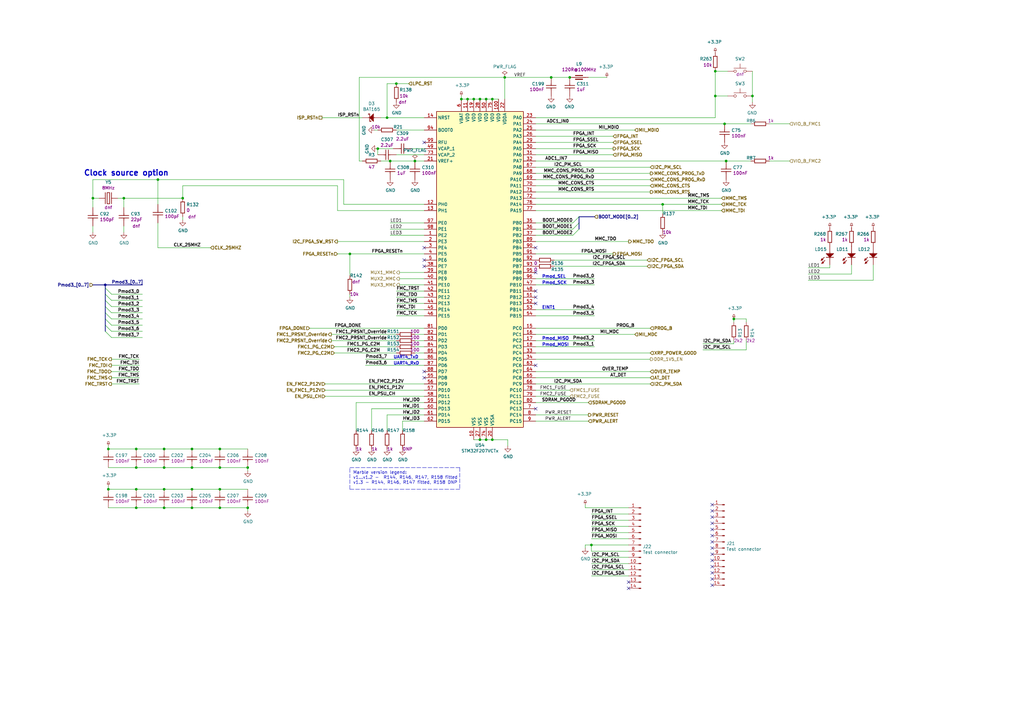
<source format=kicad_sch>
(kicad_sch (version 20211123) (generator eeschema)
  (paper "A3")
  (title_block (title "Marble") (date "2022-08-24") (rev "v1.3") (company "Michał Gąska / WUT") (comment 3 "MMC"))
  (junction (at 38.1 81.28))
  (junction (at 297.18 50.8))
  (junction (at 207.01 31.75))
  (junction (at 55.88 184.15))
  (junction (at 196.85 180.34))
  (junction (at 78.74 191.77))
  (junction (at 143.51 104.14))
  (junction (at 101.6 191.77))
  (junction (at 297.815 66.04))
  (junction (at 64.77 73.66))
  (junction (at 67.31 208.28))
  (junction (at 199.39 40.64))
  (junction (at 101.6 208.28))
  (junction (at 78.74 200.66))
  (junction (at 300.99 130.81))
  (junction (at 162.56 34.29))
  (junction (at 194.31 40.64))
  (junction (at 90.17 184.15))
  (junction (at 154.94 60.96))
  (junction (at 199.39 180.34))
  (junction (at 90.17 191.77))
  (junction (at 196.85 40.64))
  (junction (at 67.31 191.77))
  (junction (at 43.18 116.84))
  (junction (at 233.68 31.75))
  (junction (at 55.88 200.66))
  (junction (at 78.74 208.28))
  (junction (at 201.93 40.64))
  (junction (at 308.61 39.37))
  (junction (at 44.45 200.66))
  (junction (at 242.57 223.52))
  (junction (at 201.93 180.34))
  (junction (at 74.93 81.28))
  (junction (at 67.31 184.15))
  (junction (at 67.31 200.66))
  (junction (at 55.88 191.77))
  (junction (at 90.17 208.28))
  (junction (at 293.37 39.37))
  (junction (at 90.17 200.66))
  (junction (at 50.8 81.28))
  (junction (at 44.45 184.15))
  (junction (at 271.78 83.82))
  (junction (at 189.23 40.64))
  (junction (at 293.37 29.21))
  (junction (at 158.75 48.26))
  (junction (at 78.74 184.15))
  (junction (at 191.77 40.64))
  (junction (at 160.02 66.04))
  (junction (at 226.06 31.75))
  (junction (at 170.18 66.04))
  (junction (at 55.88 208.28))
  (no_connect (at 173.99 106.68))
  (no_connect (at 219.71 167.64))
  (no_connect (at 219.71 121.92))
  (no_connect (at 219.71 111.76))
  (no_connect (at 257.81 241.3))
  (no_connect (at 257.81 238.76))
  (no_connect (at 292.1 219.71))
  (no_connect (at 292.1 222.25))
  (no_connect (at 292.1 224.79))
  (no_connect (at 292.1 232.41))
  (no_connect (at 292.1 237.49))
  (no_connect (at 292.1 234.95))
  (no_connect (at 292.1 227.33))
  (no_connect (at 292.1 229.87))
  (no_connect (at 292.1 240.03))
  (no_connect (at 292.1 217.17))
  (no_connect (at 292.1 214.63))
  (no_connect (at 292.1 212.09))
  (no_connect (at 292.1 209.55))
  (no_connect (at 292.1 207.01))
  (no_connect (at 219.71 101.6))
  (no_connect (at 173.99 152.4))
  (no_connect (at 219.71 119.38))
  (no_connect (at 219.71 149.86))
  (no_connect (at 173.99 109.22))
  (no_connect (at 173.99 154.94))
  (no_connect (at 219.71 124.46))
  (no_connect (at 173.99 58.42))
  (no_connect (at 173.99 101.6))
  (bus_entry (at 43.18 128.27) (size 2.54 2.54))
  (bus_entry (at 43.18 118.11) (size 2.54 2.54))
  (bus_entry (at 237.49 93.98) (size -2.54 2.54))
  (bus_entry (at 43.18 125.73) (size 2.54 2.54))
  (bus_entry (at 43.18 120.65) (size 2.54 2.54))
  (bus_entry (at 237.49 91.44) (size -2.54 2.54))
  (bus_entry (at 237.49 88.9) (size -2.54 2.54))
  (bus_entry (at 43.18 130.81) (size 2.54 2.54))
  (bus_entry (at 43.18 133.35) (size 2.54 2.54))
  (bus_entry (at 43.18 135.89) (size 2.54 2.54))
  (bus_entry (at 43.18 123.19) (size 2.54 2.54))
  (wire (pts (xy 300.99 140.97) (xy 300.99 139.7)))
  (wire (pts (xy 265.43 106.68) (xy 227.33 106.68)))
  (bus (pts (xy 43.18 125.73) (xy 43.18 128.27)))
  (wire (pts (xy 219.71 86.36) (xy 295.91 86.36)))
  (wire (pts (xy 86.36 101.6) (xy 64.77 101.6)))
  (wire (pts (xy 74.93 76.2) (xy 74.93 81.28)))
  (wire (pts (xy 194.31 40.64) (xy 191.77 40.64)))
  (bus (pts (xy 43.18 123.19) (xy 43.18 125.73)))
  (wire (pts (xy 138.43 86.36) (xy 138.43 76.2)))
  (wire (pts (xy 170.18 137.16) (xy 173.99 137.16)))
  (wire (pts (xy 271.78 83.82) (xy 271.78 87.63)))
  (bus (pts (xy 237.49 88.9) (xy 243.84 88.9)))
  (wire (pts (xy 44.45 191.77) (xy 55.88 191.77)))
  (wire (pts (xy 266.7 157.48) (xy 219.71 157.48)))
  (wire (pts (xy 44.45 199.39) (xy 44.45 200.66)))
  (wire (pts (xy 45.72 135.89) (xy 58.42 135.89)))
  (wire (pts (xy 160.02 96.52) (xy 173.99 96.52)))
  (wire (pts (xy 158.75 176.53) (xy 158.75 170.18)))
  (wire (pts (xy 240.03 224.79) (xy 240.03 223.52)))
  (wire (pts (xy 196.85 180.34) (xy 199.39 180.34)))
  (wire (pts (xy 78.74 191.77) (xy 90.17 191.77)))
  (polyline (pts (xy 143.51 191.77) (xy 188.595 191.77)))
  (wire (pts (xy 306.07 132.08) (xy 306.07 130.81)))
  (wire (pts (xy 45.72 128.27) (xy 58.42 128.27)))
  (wire (pts (xy 323.85 66.04) (xy 315.595 66.04)))
  (wire (pts (xy 57.15 157.48) (xy 45.72 157.48)))
  (wire (pts (xy 44.45 200.66) (xy 55.88 200.66)))
  (wire (pts (xy 170.18 66.04) (xy 173.99 66.04)))
  (wire (pts (xy 160.02 66.04) (xy 170.18 66.04)))
  (wire (pts (xy 57.15 149.86) (xy 45.72 149.86)))
  (wire (pts (xy 45.72 120.65) (xy 58.42 120.65)))
  (wire (pts (xy 170.18 142.24) (xy 173.99 142.24)))
  (wire (pts (xy 207.01 31.75) (xy 226.06 31.75)))
  (wire (pts (xy 50.8 81.28) (xy 74.93 81.28)))
  (wire (pts (xy 127 134.62) (xy 173.99 134.62)))
  (wire (pts (xy 219.71 48.26) (xy 293.37 48.26)))
  (wire (pts (xy 162.56 127) (xy 173.99 127)))
  (wire (pts (xy 55.88 191.77) (xy 67.31 191.77)))
  (wire (pts (xy 90.17 208.28) (xy 101.6 208.28)))
  (wire (pts (xy 297.815 66.04) (xy 307.975 66.04)))
  (wire (pts (xy 149.86 147.32) (xy 173.99 147.32)))
  (wire (pts (xy 196.85 40.64) (xy 194.31 40.64)))
  (wire (pts (xy 148.59 66.04) (xy 147.32 66.04)))
  (wire (pts (xy 162.56 63.5) (xy 173.99 63.5)))
  (wire (pts (xy 38.1 92.71) (xy 38.1 95.25)))
  (wire (pts (xy 266.7 78.74) (xy 219.71 78.74)))
  (wire (pts (xy 266.7 147.32) (xy 219.71 147.32)))
  (wire (pts (xy 146.05 176.53) (xy 146.05 165.1)))
  (wire (pts (xy 189.23 39.37) (xy 189.23 40.64)))
  (wire (pts (xy 240.03 208.28) (xy 257.81 208.28)))
  (wire (pts (xy 241.3 165.1) (xy 219.71 165.1)))
  (wire (pts (xy 57.15 152.4) (xy 45.72 152.4)))
  (wire (pts (xy 266.7 68.58) (xy 219.71 68.58)))
  (wire (pts (xy 234.95 93.98) (xy 219.71 93.98)))
  (wire (pts (xy 158.75 170.18) (xy 173.99 170.18)))
  (wire (pts (xy 331.47 114.935) (xy 358.14 114.935)))
  (wire (pts (xy 251.46 60.96) (xy 219.71 60.96)))
  (bus (pts (xy 43.18 116.84) (xy 43.18 118.11)))
  (wire (pts (xy 140.97 83.82) (xy 173.99 83.82)))
  (wire (pts (xy 44.45 208.28) (xy 55.88 208.28)))
  (bus (pts (xy 43.18 118.11) (xy 43.18 120.65)))
  (wire (pts (xy 101.6 208.28) (xy 101.6 209.55)))
  (wire (pts (xy 163.83 111.76) (xy 173.99 111.76)))
  (bus (pts (xy 43.18 130.81) (xy 43.18 133.35)))
  (wire (pts (xy 260.35 53.34) (xy 219.71 53.34)))
  (wire (pts (xy 306.07 143.51) (xy 306.07 139.7)))
  (wire (pts (xy 45.72 130.81) (xy 58.42 130.81)))
  (wire (pts (xy 78.74 184.15) (xy 90.17 184.15)))
  (wire (pts (xy 133.35 162.56) (xy 173.99 162.56)))
  (wire (pts (xy 64.77 101.6) (xy 64.77 91.44)))
  (wire (pts (xy 48.26 81.28) (xy 50.8 81.28)))
  (wire (pts (xy 265.43 109.22) (xy 227.33 109.22)))
  (wire (pts (xy 251.46 58.42) (xy 219.71 58.42)))
  (wire (pts (xy 168.91 60.96) (xy 173.99 60.96)))
  (wire (pts (xy 101.6 191.77) (xy 101.6 193.04)))
  (bus (pts (xy 43.18 133.35) (xy 43.18 135.89)))
  (wire (pts (xy 137.16 142.24) (xy 162.56 142.24)))
  (wire (pts (xy 266.7 76.2) (xy 219.71 76.2)))
  (wire (pts (xy 55.88 184.15) (xy 67.31 184.15)))
  (wire (pts (xy 293.37 39.37) (xy 293.37 29.21)))
  (wire (pts (xy 64.77 83.82) (xy 64.77 73.66)))
  (wire (pts (xy 90.17 184.15) (xy 101.6 184.15)))
  (wire (pts (xy 158.75 34.29) (xy 162.56 34.29)))
  (wire (pts (xy 266.7 71.12) (xy 219.71 71.12)))
  (wire (pts (xy 38.1 81.28) (xy 38.1 85.09)))
  (wire (pts (xy 219.71 83.82) (xy 271.78 83.82)))
  (wire (pts (xy 45.72 133.35) (xy 58.42 133.35)))
  (wire (pts (xy 266.7 134.62) (xy 219.71 134.62)))
  (wire (pts (xy 207.01 31.75) (xy 207.01 40.64)))
  (wire (pts (xy 234.95 91.44) (xy 219.71 91.44)))
  (wire (pts (xy 242.57 231.14) (xy 257.81 231.14)))
  (wire (pts (xy 297.18 50.8) (xy 307.975 50.8)))
  (bus (pts (xy 237.49 91.44) (xy 237.49 93.98)))
  (wire (pts (xy 306.07 130.81) (xy 300.99 130.81)))
  (wire (pts (xy 162.56 34.29) (xy 167.64 34.29)))
  (wire (pts (xy 38.1 73.66) (xy 64.77 73.66)))
  (wire (pts (xy 67.31 184.15) (xy 78.74 184.15)))
  (wire (pts (xy 160.02 93.98) (xy 173.99 93.98)))
  (wire (pts (xy 243.84 129.54) (xy 219.71 129.54)))
  (bus (pts (xy 43.18 128.27) (xy 43.18 130.81)))
  (wire (pts (xy 340.36 109.855) (xy 340.36 108.585)))
  (wire (pts (xy 50.8 81.28) (xy 50.8 85.09)))
  (wire (pts (xy 233.68 160.02) (xy 219.71 160.02)))
  (wire (pts (xy 57.15 147.32) (xy 45.72 147.32)))
  (wire (pts (xy 78.74 208.28) (xy 90.17 208.28)))
  (wire (pts (xy 44.45 182.88) (xy 44.45 184.15)))
  (wire (pts (xy 143.51 104.14) (xy 143.51 113.03)))
  (wire (pts (xy 271.78 83.82) (xy 295.91 83.82)))
  (wire (pts (xy 57.15 154.94) (xy 45.72 154.94)))
  (wire (pts (xy 219.71 170.18) (xy 241.3 170.18)))
  (wire (pts (xy 44.45 184.15) (xy 55.88 184.15)))
  (wire (pts (xy 204.47 40.64) (xy 201.93 40.64)))
  (wire (pts (xy 242.57 226.06) (xy 242.57 223.52)))
  (wire (pts (xy 158.75 48.26) (xy 173.99 48.26)))
  (polyline (pts (xy 143.51 200.66) (xy 188.595 200.66)))
  (bus (pts (xy 237.49 88.9) (xy 237.49 91.44)))
  (wire (pts (xy 152.4 176.53) (xy 152.4 167.64)))
  (wire (pts (xy 219.71 50.8) (xy 297.18 50.8)))
  (wire (pts (xy 266.7 152.4) (xy 219.71 152.4)))
  (wire (pts (xy 308.61 39.37) (xy 308.61 41.91)))
  (wire (pts (xy 300.99 132.08) (xy 300.99 130.81)))
  (wire (pts (xy 201.93 180.34) (xy 208.28 180.34)))
  (wire (pts (xy 132.08 48.26) (xy 148.59 48.26)))
  (wire (pts (xy 162.56 121.92) (xy 173.99 121.92)))
  (wire (pts (xy 298.45 29.21) (xy 293.37 29.21)))
  (wire (pts (xy 55.88 208.28) (xy 67.31 208.28)))
  (wire (pts (xy 199.39 40.64) (xy 196.85 40.64)))
  (wire (pts (xy 143.51 120.65) (xy 143.51 121.92)))
  (wire (pts (xy 288.29 143.51) (xy 306.07 143.51)))
  (wire (pts (xy 251.46 63.5) (xy 219.71 63.5)))
  (wire (pts (xy 260.35 137.16) (xy 219.71 137.16)))
  (wire (pts (xy 90.17 191.77) (xy 101.6 191.77)))
  (wire (pts (xy 293.37 48.26) (xy 293.37 39.37)))
  (wire (pts (xy 170.18 144.78) (xy 173.99 144.78)))
  (wire (pts (xy 45.72 138.43) (xy 58.42 138.43)))
  (wire (pts (xy 226.06 31.75) (xy 233.68 31.75)))
  (wire (pts (xy 219.71 99.06) (xy 257.81 99.06)))
  (wire (pts (xy 251.46 104.14) (xy 219.71 104.14)))
  (bus (pts (xy 38.1 116.84) (xy 43.18 116.84)))
  (wire (pts (xy 219.71 81.28) (xy 295.91 81.28)))
  (wire (pts (xy 242.57 218.44) (xy 257.81 218.44)))
  (wire (pts (xy 90.17 200.66) (xy 101.6 200.66)))
  (wire (pts (xy 45.72 125.73) (xy 58.42 125.73)))
  (wire (pts (xy 133.35 157.48) (xy 173.99 157.48)))
  (wire (pts (xy 242.57 210.82) (xy 257.81 210.82)))
  (wire (pts (xy 266.7 144.78) (xy 219.71 144.78)))
  (wire (pts (xy 50.8 92.71) (xy 50.8 95.25)))
  (wire (pts (xy 165.1 172.72) (xy 165.1 176.53)))
  (wire (pts (xy 194.31 180.34) (xy 196.85 180.34)))
  (polyline (pts (xy 188.595 191.77) (xy 188.595 200.66)))
  (wire (pts (xy 243.84 127) (xy 219.71 127)))
  (wire (pts (xy 78.74 200.66) (xy 90.17 200.66)))
  (wire (pts (xy 162.56 129.54) (xy 173.99 129.54)))
  (wire (pts (xy 67.31 191.77) (xy 78.74 191.77)))
  (wire (pts (xy 242.57 236.22) (xy 257.81 236.22)))
  (wire (pts (xy 207.01 31.75) (xy 147.32 31.75)))
  (wire (pts (xy 67.31 208.28) (xy 78.74 208.28)))
  (wire (pts (xy 242.57 213.36) (xy 257.81 213.36)))
  (wire (pts (xy 173.99 99.06) (xy 138.43 99.06)))
  (wire (pts (xy 288.29 140.97) (xy 300.99 140.97)))
  (wire (pts (xy 146.05 165.1) (xy 173.99 165.1)))
  (wire (pts (xy 149.86 149.86) (xy 173.99 149.86)))
  (wire (pts (xy 160.02 91.44) (xy 173.99 91.44)))
  (wire (pts (xy 74.93 88.9) (xy 74.93 90.17)))
  (wire (pts (xy 162.56 124.46) (xy 173.99 124.46)))
  (wire (pts (xy 143.51 104.14) (xy 173.99 104.14)))
  (wire (pts (xy 208.28 180.34) (xy 208.28 182.88)))
  (wire (pts (xy 165.1 172.72) (xy 173.99 172.72)))
  (wire (pts (xy 161.29 60.96) (xy 154.94 60.96)))
  (wire (pts (xy 135.89 137.16) (xy 162.56 137.16)))
  (wire (pts (xy 153.67 53.34) (xy 154.94 53.34)))
  (wire (pts (xy 219.71 66.04) (xy 297.815 66.04)))
  (wire (pts (xy 243.84 142.24) (xy 219.71 142.24)))
  (wire (pts (xy 240.03 208.28) (xy 240.03 207.01)))
  (wire (pts (xy 55.88 200.66) (xy 67.31 200.66)))
  (wire (pts (xy 243.84 116.84) (xy 219.71 116.84)))
  (wire (pts (xy 67.31 200.66) (xy 78.74 200.66)))
  (wire (pts (xy 331.47 112.395) (xy 349.25 112.395)))
  (wire (pts (xy 251.46 55.88) (xy 219.71 55.88)))
  (bus (pts (xy 43.18 120.65) (xy 43.18 123.19)))
  (wire (pts (xy 162.56 53.34) (xy 173.99 53.34)))
  (wire (pts (xy 140.97 83.82) (xy 140.97 73.66)))
  (wire (pts (xy 154.94 60.96) (xy 154.94 63.5)))
  (wire (pts (xy 233.68 162.56) (xy 219.71 162.56)))
  (wire (pts (xy 138.43 86.36) (xy 173.99 86.36)))
  (wire (pts (xy 349.25 112.395) (xy 349.25 108.585)))
  (wire (pts (xy 308.61 29.21) (xy 308.61 39.37)))
  (wire (pts (xy 38.1 81.28) (xy 40.64 81.28)))
  (wire (pts (xy 133.35 160.02) (xy 173.99 160.02)))
  (wire (pts (xy 45.72 123.19) (xy 58.42 123.19)))
  (wire (pts (xy 242.57 226.06) (xy 257.81 226.06)))
  (wire (pts (xy 331.47 109.855) (xy 340.36 109.855)))
  (wire (pts (xy 156.21 66.04) (xy 160.02 66.04)))
  (wire (pts (xy 241.3 31.75) (xy 248.92 31.75)))
  (wire (pts (xy 240.03 223.52) (xy 242.57 223.52)))
  (wire (pts (xy 201.93 40.64) (xy 199.39 40.64)))
  (wire (pts (xy 358.14 114.935) (xy 358.14 108.585)))
  (wire (pts (xy 74.93 76.2) (xy 138.43 76.2)))
  (bus (pts (xy 43.18 116.84) (xy 58.42 116.84)))
  (wire (pts (xy 243.84 114.3) (xy 219.71 114.3)))
  (wire (pts (xy 266.7 154.94) (xy 219.71 154.94)))
  (wire (pts (xy 323.85 50.8) (xy 315.595 50.8)))
  (wire (pts (xy 137.16 144.78) (xy 162.56 144.78)))
  (wire (pts (xy 242.57 220.98) (xy 257.81 220.98)))
  (polyline (pts (xy 143.51 200.66) (xy 143.51 191.77)))
  (wire (pts (xy 170.18 139.7) (xy 173.99 139.7)))
  (wire (pts (xy 64.77 73.66) (xy 140.97 73.66)))
  (wire (pts (xy 38.1 73.66) (xy 38.1 81.28)))
  (wire (pts (xy 156.21 48.26) (xy 158.75 48.26)))
  (wire (pts (xy 234.95 96.52) (xy 219.71 96.52)))
  (wire (pts (xy 135.89 139.7) (xy 162.56 139.7)))
  (wire (pts (xy 242.57 233.68) (xy 257.81 233.68)))
  (wire (pts (xy 147.32 31.75) (xy 147.32 66.04)))
  (wire (pts (xy 163.83 116.84) (xy 173.99 116.84)))
  (wire (pts (xy 191.77 40.64) (xy 189.23 40.64)))
  (wire (pts (xy 162.56 119.38) (xy 173.99 119.38)))
  (wire (pts (xy 242.57 215.9) (xy 257.81 215.9)))
  (wire (pts (xy 242.57 223.52) (xy 257.81 223.52)))
  (wire (pts (xy 163.83 114.3) (xy 173.99 114.3)))
  (wire (pts (xy 242.57 228.6) (xy 257.81 228.6)))
  (wire (pts (xy 243.84 139.7) (xy 219.71 139.7)))
  (wire (pts (xy 219.71 172.72) (xy 241.3 172.72)))
  (wire (pts (xy 138.43 104.14) (xy 143.51 104.14)))
  (wire (pts (xy 298.45 39.37) (xy 293.37 39.37)))
  (wire (pts (xy 158.75 34.29) (xy 158.75 48.26)))
  (wire (pts (xy 199.39 180.34) (xy 201.93 180.34)))
  (wire (pts (xy 152.4 167.64) (xy 173.99 167.64)))
  (wire (pts (xy 266.7 73.66) (xy 219.71 73.66)))
  (text "Pmod_MISO" (at 222.25 139.7 0) (effects (font (size 1.27 1.27) (thickness 0.254) bold) (justify left bottom)))
  (text "Pmod_MOSI" (at 222.25 142.24 0) (effects (font (size 1.27 1.27) (thickness 0.254) bold) (justify left bottom)))
  (text "Marble version legend:\nv1...v1.2 -  R144, R146, R147, R158 fitted\nv1.3 - R144, R146, R147 fitted, R158 DNP" (at 144.78 198.755 0) (effects (font (size 1.27 1.27)) (justify left bottom)))
  (text "Pmod_SCK" (at 222.25 116.84 0) (effects (font (size 1.27 1.27) (thickness 0.254) bold) (justify left bottom)))
  (text "UART4_RxD" (at 161.29 149.86 0) (effects (font (size 1.27 1.27) (thickness 0.254) bold) (justify left bottom)))
  (text "Pmod_SEL" (at 222.25 114.3 0) (effects (font (size 1.27 1.27) (thickness 0.254) bold) (justify left bottom)))
  (text "EINT1" (at 222.25 127 0) (effects (font (size 1.27 1.27) (thickness 0.254) bold) (justify left bottom)))
  (text "UART4_TxD" (at 161.29 147.32 0) (effects (font (size 1.27 1.27) (thickness 0.254) bold) (justify left bottom)))
  (text "Clock source option\n" (at 34.29 72.39 0) (effects (font (size 2.2606 2.2606) (thickness 0.4521) bold) (justify left bottom)))
  (label "FPGA_MOSI" (at 248.92 104.14 180) (effects (font (thickness 0.254) bold)))
  (label "MMC_TDI" (at 281.94 86.36 0) (effects (font (thickness 0.254) bold)))
  (label "AT_DET" (at 250.19 154.94 0) (effects (font (thickness 0.254) bold)))
  (label "MII_MDIO" (at 254 53.34 180) (effects (font (thickness 0.254) bold)))
  (label "FMC_TRST" (at 57.15 157.48 180) (effects (font (thickness 0.254) bold)))
  (label "MMC_CONS_PROG_RxD" (at 243.84 73.66 180) (effects (font (thickness 0.254) bold)))
  (label "I2C_FPGA_SCL" (at 242.57 233.68 0) (effects (font (thickness 0.254) bold)))
  (label "LED1" (at 331.47 109.855 0))
  (label "ISP_RSTn" (at 138.43 48.26 0) (effects (font (thickness 0.254) bold)))
  (label "FMC_TRST" (at 162.56 119.38 0) (effects (font (thickness 0.254) bold)))
  (label "I2C_FPGA_SDA" (at 256.54 109.22 180) (effects (font (thickness 0.254) bold)))
  (label "FPGA_MISO" (at 242.57 218.44 0) (effects (font (thickness 0.254) bold)))
  (label "FMC2_PRSNT_Override" (at 158.75 139.7 180) (effects (font (thickness 0.254) bold)))
  (label "Pmod3_6" (at 149.86 149.86 0) (effects (font (thickness 0.254) bold)))
  (label "FPGA_RESETn" (at 152.4 104.14 0) (effects (font (thickness 0.254) bold)))
  (label "I2C_PM_SCL" (at 242.57 228.6 0) (effects (font (thickness 0.254) bold)))
  (label "Pmod3_4" (at 243.84 127 180) (effects (font (thickness 0.254) bold)))
  (label "Pmod3_5" (at 243.84 129.54 180) (effects (font (thickness 0.254) bold)))
  (label "ADC1_IN7" (at 223.52 66.04 0) (effects (font (thickness 0.254) bold)))
  (label "Pmod3_3" (at 48.26 128.27 0) (effects (font (thickness 0.254) bold)))
  (label "EN_FMC2_P12V" (at 151.13 157.48 0) (effects (font (thickness 0.254) bold)))
  (label "FPGA_SSEL" (at 234.95 58.42 0) (effects (font (thickness 0.254) bold)))
  (label "MMC_CONS_CTS" (at 243.84 76.2 180) (effects (font (thickness 0.254) bold)))
  (label "HW_ID1" (at 165.1 167.64 0) (effects (font (thickness 0.254) bold)))
  (label "I2C_PM_SDA" (at 238.76 157.48 180) (effects (font (thickness 0.254) bold)))
  (label "Pmod3_7" (at 48.26 138.43 0) (effects (font (thickness 0.254) bold)))
  (label "EN_PSU_CH" (at 151.13 162.56 0) (effects (font (thickness 0.254) bold)))
  (label "FMC_TDO" (at 57.15 152.4 180) (effects (font (thickness 0.254) bold)))
  (label "PWR_ALERT" (at 223.52 172.72 0))
  (label "MMC_TCK" (at 281.94 83.82 0) (effects (font (thickness 0.254) bold)))
  (label "Pmod3_2" (at 48.26 125.73 0) (effects (font (thickness 0.254) bold)))
  (label "Pmod3_[0..7]" (at 45.72 116.84 0) (effects (font (thickness 0.254) bold)))
  (label "I2C_PM_SDA" (at 242.57 231.14 0) (effects (font (thickness 0.254) bold)))
  (label "FMC2_FUSE" (at 232.41 162.56 180))
  (label "FPGA_MISO" (at 234.95 63.5 0) (effects (font (thickness 0.254) bold)))
  (label "Pmod3_2" (at 243.84 139.7 180) (effects (font (thickness 0.254) bold)))
  (label "PWR_RESET" (at 223.52 170.18 0))
  (label "FMC_TMS" (at 57.15 154.94 180) (effects (font (thickness 0.254) bold)))
  (label "LED3" (at 160.02 96.52 0))
  (label "I2C_FPGA_SDA" (at 242.57 236.22 0) (effects (font (thickness 0.254) bold)))
  (label "LED1" (at 160.02 91.44 0))
  (label "LED3" (at 331.47 114.935 0))
  (label "Pmod3_7" (at 149.86 147.32 0) (effects (font (thickness 0.254) bold)))
  (label "HW_ID2" (at 165.1 170.18 0) (effects (font (thickness 0.254) bold)))
  (label "FPGA_SCK" (at 242.57 215.9 0) (effects (font (thickness 0.254) bold)))
  (label "MMC_CONS_PROG_TxD" (at 243.84 71.12 180) (effects (font (thickness 0.254) bold)))
  (label "MMC_TMS" (at 281.94 81.28 0) (effects (font (thickness 0.254) bold)))
  (label "FMC1_FUSE" (at 232.41 160.02 180))
  (label "OVER_TEMP" (at 257.81 152.4 180) (effects (font (thickness 0.254) bold)))
  (label "FPGA_INT" (at 242.57 210.82 0) (effects (font (thickness 0.254) bold)))
  (label "FMC_TCK" (at 57.15 147.32 180) (effects (font (thickness 0.254) bold)))
  (label "HW_ID0" (at 165.1 165.1 0) (effects (font (thickness 0.254) bold)))
  (label "Pmod3_0" (at 48.26 120.65 0) (effects (font (thickness 0.254) bold)))
  (label "BOOT_MODE0" (at 234.95 91.44 180) (effects (font (thickness 0.254) bold)))
  (label "FMC_TCK" (at 162.56 129.54 0) (effects (font (thickness 0.254) bold)))
  (label "FMC1_PG_C2M" (at 142.24 142.24 0) (effects (font (thickness 0.254) bold)))
  (label "VREF" (at 210.82 31.75 0))
  (label "FMC_TDI" (at 162.56 127 0) (effects (font (thickness 0.254) bold)))
  (label "FMC_TMS" (at 162.56 124.46 0) (effects (font (thickness 0.254) bold)))
  (label "Pmod3_1" (at 48.26 123.19 0) (effects (font (thickness 0.254) bold)))
  (label "FMC2_PG_C2M" (at 142.24 144.78 0) (effects (font (thickness 0.254) bold)))
  (label "SDRAM_PGOOD" (at 236.22 165.1 180) (effects (font (thickness 0.254) bold)))
  (label "LED2" (at 331.47 112.395 0))
  (label "MII_MDC" (at 254 137.16 180) (effects (font (thickness 0.254) bold)))
  (label "FPGA_SCK" (at 234.95 60.96 0) (effects (font (thickness 0.254) bold)))
  (label "FPGA_INT" (at 234.95 55.88 0) (effects (font (thickness 0.254) bold)))
  (label "CLK_25MHZ" (at 71.12 101.6 0) (effects (font (thickness 0.254) bold)))
  (label "MMC_TDO" (at 243.84 99.06 0) (effects (font (thickness 0.254) bold)))
  (label "FMC_TDI" (at 57.15 149.86 180) (effects (font (thickness 0.254) bold)))
  (label "Pmod3_3" (at 243.84 116.84 180) (effects (font (thickness 0.254) bold)))
  (label "FMC_TDO" (at 162.56 121.92 0) (effects (font (thickness 0.254) bold)))
  (label "ADC1_IN0" (at 224.155 50.8 0) (effects (font (thickness 0.254) bold)))
  (label "BOOT_MODE2" (at 234.95 96.52 180) (effects (font (thickness 0.254) bold)))
  (label "Pmod3_5" (at 48.26 133.35 0) (effects (font (thickness 0.254) bold)))
  (label "BOOT_MODE1" (at 234.95 93.98 180) (effects (font (thickness 0.254) bold)))
  (label "I2C_PM_SCL" (at 288.29 143.51 0) (effects (font (thickness 0.254) bold)))
  (label "Pmod3_0" (at 243.84 114.3 180) (effects (font (thickness 0.254) bold)))
  (label "Pmod3_4" (at 48.26 130.81 0) (effects (font (thickness 0.254) bold)))
  (label "LED2" (at 160.02 93.98 0))
  (label "EN_FMC1_P12V" (at 151.13 160.02 0) (effects (font (thickness 0.254) bold)))
  (label "Pmod3_6" (at 48.26 135.89 0) (effects (font (thickness 0.254) bold)))
  (label "PROG_B" (at 260.35 134.62 180) (effects (font (thickness 0.254) bold)))
  (label "I2C_PM_SDA" (at 288.29 140.97 0) (effects (font (thickness 0.254) bold)))
  (label "MMC_CONS_RTS" (at 243.84 78.74 180) (effects (font (thickness 0.254) bold)))
  (label "FMC1_PRSNT_Override" (at 158.75 137.16 180) (effects (font (thickness 0.254) bold)))
  (label "I2C_PM_SCL" (at 238.76 68.58 180) (effects (font (thickness 0.254) bold)))
  (label "Pmod3_1" (at 243.84 142.24 180) (effects (font (thickness 0.254) bold)))
  (label "HW_ID3" (at 165.1 172.72 0) (effects (font (thickness 0.254) bold)))
  (label "FPGA_DONE" (at 137.16 134.62 0) (effects (font (thickness 0.254) bold)))
  (label "I2C_FPGA_SCL" (at 256.54 106.68 180) (effects (font (thickness 0.254) bold)))
  (label "FPGA_MOSI" (at 242.57 220.98 0) (effects (font (thickness 0.254) bold)))
  (label "FPGA_SSEL" (at 242.57 213.36 0) (effects (font (thickness 0.254) bold)))
  (hierarchical_label "I2C_FPGA_SCL" (shape input) (at 265.43 106.68 0) (effects (font (thickness 0.254) bold)))
  (hierarchical_label "CLK_25MHZ" (shape input) (at 86.36 101.6 0) (effects (font (thickness 0.254) bold)))
  (hierarchical_label "PWR_ALERT" (shape input) (at 241.3 172.72 0) (effects (font (thickness 0.254) bold)))
  (hierarchical_label "LPC_RST" (shape input) (at 167.64 34.29 0) (effects (font (thickness 0.254) bold)))
  (hierarchical_label "I2C_PM_SCL" (shape input) (at 266.7 68.58 0) (effects (font (thickness 0.254) bold)))
  (hierarchical_label "FMC_TDO" (shape input) (at 45.72 152.4 180) (effects (font (thickness 0.254) bold)))
  (hierarchical_label "MMC_TDO" (shape output) (at 257.81 99.06 0) (effects (font (thickness 0.254) bold)))
  (hierarchical_label "FMC2_FUSE" (shape input) (at 233.68 162.56 0))
  (hierarchical_label "FMC1_PRSNT_Override" (shape output) (at 135.89 137.16 180) (effects (font (thickness 0.254) bold)))
  (hierarchical_label "DDR_1V5_EN" (shape output) (at 266.7 147.32 0))
  (hierarchical_label "XRP_POWER_GOOD" (shape input) (at 266.7 144.78 0) (effects (font (thickness 0.254) bold)))
  (hierarchical_label "I2C_FPGA_SDA" (shape input) (at 265.43 109.22 0) (effects (font (thickness 0.254) bold)))
  (hierarchical_label "FMC2_PRSNT_Override" (shape output) (at 135.89 139.7 180) (effects (font (thickness 0.254) bold)))
  (hierarchical_label "OVER_TEMP" (shape input) (at 266.7 152.4 0) (effects (font (thickness 0.254) bold)))
  (hierarchical_label "MMC_CONS_PROG_TxD" (shape output) (at 266.7 71.12 0) (effects (font (thickness 0.254) bold)))
  (hierarchical_label "Pmod3_[0..7]" (shape input) (at 38.1 116.84 180) (effects (font (thickness 0.254) bold)))
  (hierarchical_label "EN_PSU_CH" (shape input) (at 133.35 162.56 180) (effects (font (thickness 0.254) bold)))
  (hierarchical_label "MMC_CONS_RTS" (shape output) (at 266.7 78.74 0) (effects (font (thickness 0.254) bold)))
  (hierarchical_label "FMC_TCK" (shape output) (at 45.72 147.32 180) (effects (font (thickness 0.254) bold)))
  (hierarchical_label "VIO_B_FMC2" (shape input) (at 323.85 66.04 0))
  (hierarchical_label "MII_MDC" (shape input) (at 260.35 137.16 0) (effects (font (thickness 0.254) bold)))
  (hierarchical_label "MUX3_MMC" (shape output) (at 163.83 116.84 180))
  (hierarchical_label "EN_FMC1_P12V" (shape input) (at 133.35 160.02 180) (effects (font (thickness 0.254) bold)))
  (hierarchical_label "I2C_PM_SDA" (shape input) (at 266.7 157.48 0) (effects (font (thickness 0.254) bold)))
  (hierarchical_label "MMC_TDI" (shape input) (at 295.91 86.36 0) (effects (font (thickness 0.254) bold)))
  (hierarchical_label "FMC_TMS" (shape output) (at 45.72 154.94 180) (effects (font (thickness 0.254) bold)))
  (hierarchical_label "MMC_TMS" (shape input) (at 295.91 81.28 0) (effects (font (thickness 0.254) bold)))
  (hierarchical_label "FMC_TDI" (shape output) (at 45.72 149.86 180) (effects (font (thickness 0.254) bold)))
  (hierarchical_label "FPGA_INT" (shape input) (at 251.46 55.88 0) (effects (font (thickness 0.254) bold)))
  (hierarchical_label "FPGA_MISO" (shape input) (at 251.46 63.5 0) (effects (font (thickness 0.254) bold)))
  (hierarchical_label "I2C_FPGA_SW_RST" (shape output) (at 138.43 99.06 180) (effects (font (thickness 0.254) bold)))
  (hierarchical_label "MUX1_MMC" (shape output) (at 163.83 111.76 180))
  (hierarchical_label "FPGA_RESETn" (shape input) (at 138.43 104.14 180) (effects (font (thickness 0.254) bold)))
  (hierarchical_label "FPGA_SSEL" (shape input) (at 251.46 58.42 0) (effects (font (thickness 0.254) bold)))
  (hierarchical_label "VIO_B_FMC1" (shape input) (at 323.85 50.8 0))
  (hierarchical_label "AT_DET" (shape input) (at 266.7 154.94 0) (effects (font (thickness 0.254) bold)))
  (hierarchical_label "BOOT_MODE[0..2]" (shape input) (at 243.84 88.9 0) (effects (font (thickness 0.254) bold)))
  (hierarchical_label "FPGA_DONE" (shape input) (at 127 134.62 180) (effects (font (thickness 0.254) bold)))
  (hierarchical_label "FPGA_SCK" (shape output) (at 251.46 60.96 0) (effects (font (thickness 0.254) bold)))
  (hierarchical_label "FMC2_PG_C2M" (shape input) (at 137.16 144.78 180) (effects (font (thickness 0.254) bold)))
  (hierarchical_label "SDRAM_PGOOD" (shape input) (at 241.3 165.1 0) (effects (font (thickness 0.254) bold)))
  (hierarchical_label "MMC_CONS_PROG_RxD" (shape input) (at 266.7 73.66 0) (effects (font (thickness 0.254) bold)))
  (hierarchical_label "EN_FMC2_P12V" (shape input) (at 133.35 157.48 180) (effects (font (thickness 0.254) bold)))
  (hierarchical_label "FMC1_FUSE" (shape input) (at 233.68 160.02 0))
  (hierarchical_label "FMC1_PG_C2M" (shape input) (at 137.16 142.24 180) (effects (font (thickness 0.254) bold)))
  (hierarchical_label "FPGA_MOSI" (shape output) (at 251.46 104.14 0) (effects (font (thickness 0.254) bold)))
  (hierarchical_label "PWR_RESET" (shape output) (at 241.3 170.18 0) (effects (font (thickness 0.254) bold)))
  (hierarchical_label "ISP_RSTn" (shape passive) (at 132.08 48.26 180) (effects (font (thickness 0.254) bold)))
  (hierarchical_label "PROG_B" (shape input) (at 266.7 134.62 0) (effects (font (thickness 0.254) bold)))
  (hierarchical_label "MUX2_MMC" (shape output) (at 163.83 114.3 180))
  (hierarchical_label "MMC_CONS_CTS" (shape input) (at 266.7 76.2 0) (effects (font (thickness 0.254) bold)))
  (hierarchical_label "MMC_TCK" (shape input) (at 295.91 83.82 0) (effects (font (thickness 0.254) bold)))
  (hierarchical_label "FMC_TRST" (shape output) (at 45.72 157.48 180) (effects (font (thickness 0.254) bold)))
  (hierarchical_label "MII_MDIO" (shape input) (at 260.35 53.34 0) (effects (font (thickness 0.254) bold)))
  (symbol (lib_id "power:GND") (at 146.05 184.15 0) (unit 1)
    (property "Reference" "#PWR0389" (effects hide))
    (property "Value" "GND" (at 146.177 188.5442 0))
  )
  (symbol (lib_id "power:GND") (at 152.4 184.15 0) (unit 1)
    (property "Reference" "#PWR0390" (effects hide))
    (property "Value" "GND" (at 152.527 188.5442 0))
  )
  (symbol (lib_id "power:GND") (at 158.75 184.15 0) (unit 1)
    (property "Reference" "#PWR0391" (effects hide))
    (property "Value" "GND" (at 158.877 188.5442 0))
  )
  (symbol (lib_id "power:GND") (at 165.1 184.15 0) (unit 1)
    (property "Reference" "#PWR0392" (effects hide))
    (property "Value" "GND" (at 165.227 188.5442 0))
  )
  (symbol (lib_id "power:+3.3P") (at 248.92 31.75 0) (mirror y) (unit 1)
    (property "Reference" "#PWR0596" (effects hide))
    (property "Value" "+3.3P" (at 248.539 27.3558 0))
  )
  (symbol (lib_id "power:GND") (at 226.06 39.37 0) (mirror y) (unit 1)
    (property "Reference" "#PWR0382" (effects hide))
    (property "Value" "GND" (at 225.933 43.7642 0))
  )
  (symbol (lib_id "power:+3.3P") (at 44.45 182.88 0) (unit 1)
    (property "Reference" "#PWR0380" (effects hide))
    (property "Value" "+3.3P" (at 44.831 178.4858 0))
  )
  (symbol (lib_id "power:+3.3P") (at 44.45 199.39 0) (unit 1)
    (property "Reference" "#PWR0381" (effects hide))
    (property "Value" "+3.3P" (at 44.831 194.9958 0))
  )
  (symbol (lib_id "power:GND") (at 101.6 193.04 0) (unit 1)
    (property "Reference" "#PWR0384" (effects hide))
    (property "Value" "GND" (at 101.727 197.4342 0))
  )
  (symbol (lib_id "power:GND") (at 101.6 209.55 0) (unit 1)
    (property "Reference" "#PWR0385" (effects hide))
    (property "Value" "GND" (at 101.727 213.9442 0))
  )
  (symbol (lib_id "power:GND") (at 38.1 95.25 0) (unit 1)
    (property "Reference" "#PWR0373" (effects hide))
    (property "Value" "GND" (at 38.227 99.6442 0))
  )
  (symbol (lib_id "power:GND") (at 50.8 95.25 0) (unit 1)
    (property "Reference" "#PWR0374" (effects hide))
    (property "Value" "GND" (at 50.927 99.6442 0))
  )
  (symbol (lib_id "power:GND") (at 271.78 95.25 0) (unit 1)
    (property "Reference" "#PWR0377" (effects hide))
    (property "Value" "GND" (at 271.907 99.6442 0))
  )
  (symbol (lib_id "Capacitors_SMD:CC0402_100PF_50V_5%_C0G") (at 64.77 83.82 270) (unit 1)
    (property "Reference" "C102" (at 67.564 86.4616 90) (effects (justify left)))
    (property "Value" "CC0402_100PF_50V_5%_C0G" (effects hide))
    (property "Footprint" "Capacitors SMD:CAPC1005X55N" (effects hide))
    (property "Datasheet" " " (effects hide))
    (property "~" "100pF" (at 67.564 88.773 90) (effects (justify left)))
    (property "Part Number" "CC0402_100PF_50V_5%_C0G" (effects hide))
    (property "Library Ref" "Capacitor - non polarized" (effects hide))
    (property "Library Path" "SchLib\\Capacitors.SchLib" (effects hide))
    (property "Comment" "100pF" (effects hide))
    (property "Component Kind" "Standard" (effects hide))
    (property "Component Type" "Standard" (effects hide))
    (property "Pin Count" "2" (effects hide))
    (property "Footprint Path" "PcbLib\\Capacitors SMD.PcbLib" (effects hide))
    (property "Footprint Ref" "CAPC1005X55N" (effects hide))
    (property "PackageDescription" " " (effects hide))
    (property "Val" "100pF" (effects hide))
    (property "Status" "Preferred" (effects hide))
    (property "Status Comment" " " (effects hide))
    (property "Voltage" "50V" (effects hide))
    (property "TC" "C0G/NP0" (effects hide))
    (property "Tolerance" "±5%" (effects hide))
    (property "Part Description" "SMD Multilayer Chip Ceramic Capacitor" (effects hide))
    (property "Manufacturer" "GENERIC" (effects hide))
    (property "Manufacturer Part Number" "CC0402_100PF_50V_5%_C0G" (effects hide))
    (property "Case" "0402" (effects hide))
    (property "Mounted" "Yes" (effects hide))
    (property "Socket" "No" (effects hide))
    (property "SMD" "Yes" (effects hide))
    (property "PressFit" " " (effects hide))
    (property "Sense" "No" (effects hide))
    (property "Sense Comment" " " (effects hide))
    (property "ComponentHeight" " " (effects hide))
    (property "Manufacturer1 Example" "KEMET" (effects hide))
    (property "Manufacturer1 Part Number" "C0402C101J5GACTU" (effects hide))
    (property "Manufacturer1 ComponentHeight" "0.55mm" (effects hide))
    (property "CreateDate" "12/03/07 00:00:00" (effects hide))
    (property "LatestRevisionDate" "04/22/15 00:00:00" (effects hide))
    (property "Library Name" "Capacitors.DbLib" (effects hide))
    (property "License" "This work is licensed under the Creative Commons CC-BY-SA 4.0 License. To the extent that circuit schematics that use Licensed Material can be considered to be ‘Adapted Material’, then the copyright holder waives article 3.b of the license with respect to these schematics." (effects hide))
  )
  (symbol (lib_id "power:GND") (at 143.51 121.92 0) (unit 1)
    (property "Reference" "#PWR0387" (effects hide))
    (property "Value" "GND" (at 143.637 126.3142 0))
  )
  (symbol (lib_id "Capacitors_SMD:CC0402_22PF_50V_5%_C0G") (at 50.8 85.09 270) (unit 1)
    (property "Reference" "C93" (at 53.594 87.7316 90) (effects (justify left)))
    (property "Value" "CC0402_22PF_50V_5%_C0G" (effects hide))
    (property "Footprint" "CAPC1005X55N" (effects hide))
    (property "Datasheet" " " (effects hide))
    (property "~" "22pF" (at 53.594 90.043 90) (effects (justify left)))
    (property "Part Number" "CC0402_22PF_50V_5%_C0G" (effects hide))
    (property "Library Ref" "Capacitor - non polarized" (effects hide))
    (property "Library Path" "SchLib\\Capacitors.SchLib" (effects hide))
    (property "Comment" "=Value" (effects hide))
    (property "Component Kind" "Standard" (effects hide))
    (property "Component Type" "Standard" (effects hide))
    (property "Pin Count" "2" (effects hide))
    (property "Footprint Path" "PcbLib\\Capacitors SMD.PcbLib" (effects hide))
    (property "Footprint Ref" "CAPC1005X55N" (effects hide))
    (property "PackageDescription" " " (effects hide))
    (property "Val" "22pF" (effects hide))
    (property "Status" "Preferred" (effects hide))
    (property "Status Comment" " " (effects hide))
    (property "Voltage" "50V" (effects hide))
    (property "TC" "C0G/NP0" (effects hide))
    (property "Tolerance" "±5%" (effects hide))
    (property "Part Description" "SMD Multilayer Chip Ceramic Capacitor" (effects hide))
    (property "Manufacturer" "GENERIC" (effects hide))
    (property "Manufacturer Part Number" "CC0402_22PF_50V_5%_C0G" (effects hide))
    (property "Case" "0402" (effects hide))
    (property "Mounted" "Yes" (effects hide))
    (property "Socket" "No" (effects hide))
    (property "SMD" "Yes" (effects hide))
    (property "PressFit" " " (effects hide))
    (property "Sense" "No" (effects hide))
    (property "Sense Comment" " " (effects hide))
    (property "ComponentHeight" " " (effects hide))
    (property "Manufacturer1 Example" "KEMET" (effects hide))
    (property "Manufacturer1 Part Number" "C0402C220J5GACTU" (effects hide))
    (property "Manufacturer1 ComponentHeight" "0.55mm" (effects hide))
    (property "CreateDate" "12/03/07 00:00:00" (effects hide))
    (property "LatestRevisionDate" "12/03/07 00:00:00" (effects hide))
    (property "Library Name" "Capacitors SMD" (effects hide))
    (property "License" "This work is licensed under the Creative Commons CC-BY-SA 4.0 License. To the extent that circuit schematics that use Licensed Material can be considered to be ‘Adapted Material’, then the copyright holder waives article 3.b of the license with respect to these schematics." (effects hide))
    (property "config" "dnf" (at 55.88 92.71 90))
    (property "MANUFACTURER" "GENERIC" (effects hide))
  )
  (symbol (lib_id "Resistors_SMD:R0402_0R_JUMPER") (at 227.33 109.22 180) (unit 1)
    (property "Reference" "R135" (at 228.6 110.49 0))
    (property "Value" "R0402_0R_JUMPER" (effects hide))
    (property "Footprint" "RESC1005X40N" (effects hide))
    (property "Datasheet" "\\\\cern.ch\\dfs\\Applications\\Altium\\Datasheets\\R0402_Phycomp_RC0402.pdf" (effects hide))
    (property "~" "0" (at 219.71 110.49 0))
    (property "Part Number" "R0402_0R_JUMPER" (effects hide))
    (property "Library Ref" "Resistor" (effects hide))
    (property "Library Path" "SchLib\\Resistors.SchLib" (effects hide))
    (property "Comment" "=Value" (effects hide))
    (property "Component Kind" "Standard" (effects hide))
    (property "Component Type" "Standard" (effects hide))
    (property "PackageDescription" " " (effects hide))
    (property "Pin Count" "2" (effects hide))
    (property "Footprint Path" "PcbLib\\Resistors SMD.PcbLib" (effects hide))
    (property "Footprint Ref" "RESC1005X40N" (effects hide))
    (property "Val" "0" (effects hide))
    (property "Status" "Not Recommended" (effects hide))
    (property "Power" " " (effects hide))
    (property "TC" " " (effects hide))
    (property "Voltage" " " (effects hide))
    (property "Tolerance" " " (effects hide))
    (property "Part Description" "1A (0.05R Max DC Resistance) Zero Ohm Jumper" (effects hide))
    (property "Manufacturer" "GENERIC" (effects hide))
    (property "Manufacturer Part Number" "R0402_0R_JUMPER" (effects hide))
    (property "Case" "0402" (effects hide))
    (property "PressFit" "No" (effects hide))
    (property "Mounted" "Yes" (effects hide))
    (property "Sense Comment" " " (effects hide))
    (property "Sense" "No" (effects hide))
    (property "Status Comment" " " (effects hide))
    (property "Socket" "No" (effects hide))
    (property "SMD" "Yes" (effects hide))
    (property "ComponentHeight" " " (effects hide))
    (property "Manufacturer1 Example" "YAGEO PHYCOMP" (effects hide))
    (property "Manufacturer1 Part Number" "232270591001L" (effects hide))
    (property "Manufacturer1 ComponentHeight" "0.4mm" (effects hide))
    (property "CreateDate" "12/03/07 00:00:00" (effects hide))
    (property "LatestRevisionDate" "10/17/12 00:00:00" (effects hide))
    (property "Library Name" "Resistors SMD" (effects hide))
    (property "License" "This work is licensed under the Creative Commons CC-BY-SA 4.0 License. To the extent that circuit schematics that use Licensed Material can be considered to be ‘Adapted Material’, then the copyright holder waives article 3.b of the license with respect to these schematics." (effects hide))
    (property "MANUFACTURER" "GENERIC" (effects hide))
  )
  (symbol (lib_id "Resistors_SMD:R0402_0R_JUMPER") (at 227.33 106.68 180) (unit 1)
    (property "Reference" "R136" (at 228.6 107.95 0))
    (property "Value" "R0402_0R_JUMPER" (effects hide))
    (property "Footprint" "RESC1005X40N" (effects hide))
    (property "Datasheet" "\\\\cern.ch\\dfs\\Applications\\Altium\\Datasheets\\R0402_Phycomp_RC0402.pdf" (effects hide))
    (property "~" "0" (at 219.71 107.95 0))
    (property "Part Number" "R0402_0R_JUMPER" (effects hide))
    (property "Library Ref" "Resistor" (effects hide))
    (property "Library Path" "SchLib\\Resistors.SchLib" (effects hide))
    (property "Comment" "=Value" (effects hide))
    (property "Component Kind" "Standard" (effects hide))
    (property "Component Type" "Standard" (effects hide))
    (property "PackageDescription" " " (effects hide))
    (property "Pin Count" "2" (effects hide))
    (property "Footprint Path" "PcbLib\\Resistors SMD.PcbLib" (effects hide))
    (property "Footprint Ref" "RESC1005X40N" (effects hide))
    (property "Val" "0" (effects hide))
    (property "Status" "Not Recommended" (effects hide))
    (property "Power" " " (effects hide))
    (property "TC" " " (effects hide))
    (property "Voltage" " " (effects hide))
    (property "Tolerance" " " (effects hide))
    (property "Part Description" "1A (0.05R Max DC Resistance) Zero Ohm Jumper" (effects hide))
    (property "Manufacturer" "GENERIC" (effects hide))
    (property "Manufacturer Part Number" "R0402_0R_JUMPER" (effects hide))
    (property "Case" "0402" (effects hide))
    (property "PressFit" "No" (effects hide))
    (property "Mounted" "Yes" (effects hide))
    (property "Sense Comment" " " (effects hide))
    (property "Sense" "No" (effects hide))
    (property "Status Comment" " " (effects hide))
    (property "Socket" "No" (effects hide))
    (property "SMD" "Yes" (effects hide))
    (property "ComponentHeight" " " (effects hide))
    (property "Manufacturer1 Example" "YAGEO PHYCOMP" (effects hide))
    (property "Manufacturer1 Part Number" "232270591001L" (effects hide))
    (property "Manufacturer1 ComponentHeight" "0.4mm" (effects hide))
    (property "CreateDate" "12/03/07 00:00:00" (effects hide))
    (property "LatestRevisionDate" "10/17/12 00:00:00" (effects hide))
    (property "Library Name" "Resistors SMD" (effects hide))
    (property "License" "This work is licensed under the Creative Commons CC-BY-SA 4.0 License. To the extent that circuit schematics that use Licensed Material can be considered to be ‘Adapted Material’, then the copyright holder waives article 3.b of the license with respect to these schematics." (effects hide))
    (property "MANUFACTURER" "GENERIC" (effects hide))
  )
  (symbol (lib_id "Resistors_SMD:R0402_0R_JUMPER") (at 74.93 81.28 270) (unit 1)
    (property "Reference" "R132" (at 76.454 83.9216 90) (effects (justify left)))
    (property "Value" "R0402_0R_JUMPER" (effects hide))
    (property "Footprint" "RESC1005X40N" (effects hide))
    (property "Datasheet" "\\\\cern.ch\\dfs\\Applications\\Altium\\Datasheets\\R0402_Phycomp_RC0402.pdf" (effects hide))
    (property "~" "0" (at 76.454 86.233 90) (effects (justify left)))
    (property "Part Number" "R0402_0R_JUMPER" (effects hide))
    (property "Library Ref" "Resistor" (effects hide))
    (property "Library Path" "SchLib\\Resistors.SchLib" (effects hide))
    (property "Comment" "=Value" (effects hide))
    (property "Component Kind" "Standard" (effects hide))
    (property "Component Type" "Standard" (effects hide))
    (property "PackageDescription" " " (effects hide))
    (property "Pin Count" "2" (effects hide))
    (property "Footprint Path" "PcbLib\\Resistors SMD.PcbLib" (effects hide))
    (property "Footprint Ref" "RESC1005X40N" (effects hide))
    (property "Val" "0" (effects hide))
    (property "Status" "Not Recommended" (effects hide))
    (property "Power" " " (effects hide))
    (property "TC" " " (effects hide))
    (property "Voltage" " " (effects hide))
    (property "Tolerance" " " (effects hide))
    (property "Part Description" "1A (0.05R Max DC Resistance) Zero Ohm Jumper" (effects hide))
    (property "Manufacturer" "GENERIC" (effects hide))
    (property "Manufacturer Part Number" "R0402_0R_JUMPER" (effects hide))
    (property "Case" "0402" (effects hide))
    (property "PressFit" "No" (effects hide))
    (property "Mounted" "Yes" (effects hide))
    (property "Sense Comment" " " (effects hide))
    (property "Sense" "No" (effects hide))
    (property "Status Comment" " " (effects hide))
    (property "Socket" "No" (effects hide))
    (property "SMD" "Yes" (effects hide))
    (property "ComponentHeight" " " (effects hide))
    (property "Manufacturer1 Example" "YAGEO PHYCOMP" (effects hide))
    (property "Manufacturer1 Part Number" "232270591001L" (effects hide))
    (property "Manufacturer1 ComponentHeight" "0.4mm" (effects hide))
    (property "CreateDate" "12/03/07 00:00:00" (effects hide))
    (property "LatestRevisionDate" "10/17/12 00:00:00" (effects hide))
    (property "Library Name" "Resistors SMD" (effects hide))
    (property "License" "This work is licensed under the Creative Commons CC-BY-SA 4.0 License. To the extent that circuit schematics that use Licensed Material can be considered to be ‘Adapted Material’, then the copyright holder waives article 3.b of the license with respect to these schematics." (effects hide))
    (property "config" "dnf" (at 78.74 88.9 90))
    (property "MANUFACTURER" "GENERIC" (effects hide))
  )
  (symbol (lib_id "Resistors_SMD:R0402_100R_1%_0.1W_100PPM") (at 162.56 137.16 0) (unit 1)
    (property "Reference" "R151" (at 161.29 135.89 0))
    (property "Value" "R0402_100R_1%_0.1W_100PPM" (effects hide))
    (property "Footprint" "RESC1005X40N" (effects hide))
    (property "Datasheet" "\\\\cern.ch\\dfs\\Applications\\Altium\\Datasheets\\R0402_PANASONIC_ERJ2RK.pdf" (effects hide))
    (property "~" "100" (at 170.18 135.89 0))
    (property "Part Number" "R0402_100R_1%_0.1W_100PPM" (effects hide))
    (property "Library Ref" "Resistor - 1%" (effects hide))
    (property "Library Path" "SchLib\\Resistors.SchLib" (effects hide))
    (property "Comment" "=Value" (effects hide))
    (property "Component Kind" "Standard" (effects hide))
    (property "Component Type" "Standard" (effects hide))
    (property "PackageDescription" " " (effects hide))
    (property "Pin Count" "2" (effects hide))
    (property "Footprint Path" "PcbLib\\Resistors SMD.PcbLib" (effects hide))
    (property "Footprint Ref" "RESC1005X40N" (effects hide))
    (property "Val" "100" (effects hide))
    (property "Status" "Not Recommended" (effects hide))
    (property "Power" "0.1W" (effects hide))
    (property "TC" "±100ppm/°C" (effects hide))
    (property "Voltage" "50V" (effects hide))
    (property "Tolerance" "±1%" (effects hide))
    (property "Part Description" "General Purpose Thick Film Chip Resistor" (effects hide))
    (property "Manufacturer" "GENERIC" (effects hide))
    (property "Manufacturer Part Number" "R0402_100R_1%_0.1W_100PPM" (effects hide))
    (property "Case" "0402" (effects hide))
    (property "PressFit" "No" (effects hide))
    (property "Mounted" "Yes" (effects hide))
    (property "Sense Comment" " " (effects hide))
    (property "Sense" "No" (effects hide))
    (property "Status Comment" " " (effects hide))
    (property "Socket" "No" (effects hide))
    (property "SMD" "Yes" (effects hide))
    (property "ComponentHeight" " " (effects hide))
    (property "Manufacturer1 Example" "PANASONIC" (effects hide))
    (property "Manufacturer1 Part Number" "ERJ2RKF1000X" (effects hide))
    (property "Manufacturer1 ComponentHeight" "0.4mm" (effects hide))
    (property "CreateDate" "12/12/13 00:00:00" (effects hide))
    (property "LatestRevisionDate" "03/03/15 00:00:00" (effects hide))
    (property "Library Name" "Resistors SMD" (effects hide))
    (property "License" "This work is licensed under the Creative Commons CC-BY-SA 4.0 License. To the extent that circuit schematics that use Licensed Material can be considered to be ‘Adapted Material’, then the copyright holder waives article 3.b of the license with respect to these schematics." (effects hide))
    (property "MANUFACTURER" "GENERIC" (effects hide))
  )
  (symbol (lib_id "Resistors_SMD:R0402_100R_1%_0.1W_100PPM") (at 162.56 139.7 0) (unit 1)
    (property "Reference" "R152" (at 161.29 138.43 0))
    (property "Value" "R0402_100R_1%_0.1W_100PPM" (effects hide))
    (property "Footprint" "RESC1005X40N" (effects hide))
    (property "Datasheet" "\\\\cern.ch\\dfs\\Applications\\Altium\\Datasheets\\R0402_PANASONIC_ERJ2RK.pdf" (effects hide))
    (property "~" "100" (at 170.18 138.43 0))
    (property "Part Number" "R0402_100R_1%_0.1W_100PPM" (effects hide))
    (property "Library Ref" "Resistor - 1%" (effects hide))
    (property "Library Path" "SchLib\\Resistors.SchLib" (effects hide))
    (property "Comment" "=Value" (effects hide))
    (property "Component Kind" "Standard" (effects hide))
    (property "Component Type" "Standard" (effects hide))
    (property "PackageDescription" " " (effects hide))
    (property "Pin Count" "2" (effects hide))
    (property "Footprint Path" "PcbLib\\Resistors SMD.PcbLib" (effects hide))
    (property "Footprint Ref" "RESC1005X40N" (effects hide))
    (property "Val" "100" (effects hide))
    (property "Status" "Not Recommended" (effects hide))
    (property "Power" "0.1W" (effects hide))
    (property "TC" "±100ppm/°C" (effects hide))
    (property "Voltage" "50V" (effects hide))
    (property "Tolerance" "±1%" (effects hide))
    (property "Part Description" "General Purpose Thick Film Chip Resistor" (effects hide))
    (property "Manufacturer" "GENERIC" (effects hide))
    (property "Manufacturer Part Number" "R0402_100R_1%_0.1W_100PPM" (effects hide))
    (property "Case" "0402" (effects hide))
    (property "PressFit" "No" (effects hide))
    (property "Mounted" "Yes" (effects hide))
    (property "Sense Comment" " " (effects hide))
    (property "Sense" "No" (effects hide))
    (property "Status Comment" " " (effects hide))
    (property "Socket" "No" (effects hide))
    (property "SMD" "Yes" (effects hide))
    (property "ComponentHeight" " " (effects hide))
    (property "Manufacturer1 Example" "PANASONIC" (effects hide))
    (property "Manufacturer1 Part Number" "ERJ2RKF1000X" (effects hide))
    (property "Manufacturer1 ComponentHeight" "0.4mm" (effects hide))
    (property "CreateDate" "12/12/13 00:00:00" (effects hide))
    (property "LatestRevisionDate" "03/03/15 00:00:00" (effects hide))
    (property "Library Name" "Resistors SMD" (effects hide))
    (property "License" "This work is licensed under the Creative Commons CC-BY-SA 4.0 License. To the extent that circuit schematics that use Licensed Material can be considered to be ‘Adapted Material’, then the copyright holder waives article 3.b of the license with respect to these schematics." (effects hide))
    (property "MANUFACTURER" "GENERIC" (effects hide))
  )
  (symbol (lib_id "Resistors_SMD:R0402_100R_1%_0.1W_100PPM") (at 162.56 142.24 0) (unit 1)
    (property "Reference" "R153" (at 161.29 140.97 0))
    (property "Value" "R0402_100R_1%_0.1W_100PPM" (effects hide))
    (property "Footprint" "RESC1005X40N" (effects hide))
    (property "Datasheet" "\\\\cern.ch\\dfs\\Applications\\Altium\\Datasheets\\R0402_PANASONIC_ERJ2RK.pdf" (effects hide))
    (property "~" "100" (at 170.18 140.97 0))
    (property "Part Number" "R0402_100R_1%_0.1W_100PPM" (effects hide))
    (property "Library Ref" "Resistor - 1%" (effects hide))
    (property "Library Path" "SchLib\\Resistors.SchLib" (effects hide))
    (property "Comment" "=Value" (effects hide))
    (property "Component Kind" "Standard" (effects hide))
    (property "Component Type" "Standard" (effects hide))
    (property "PackageDescription" " " (effects hide))
    (property "Pin Count" "2" (effects hide))
    (property "Footprint Path" "PcbLib\\Resistors SMD.PcbLib" (effects hide))
    (property "Footprint Ref" "RESC1005X40N" (effects hide))
    (property "Val" "100" (effects hide))
    (property "Status" "Not Recommended" (effects hide))
    (property "Power" "0.1W" (effects hide))
    (property "TC" "±100ppm/°C" (effects hide))
    (property "Voltage" "50V" (effects hide))
    (property "Tolerance" "±1%" (effects hide))
    (property "Part Description" "General Purpose Thick Film Chip Resistor" (effects hide))
    (property "Manufacturer" "GENERIC" (effects hide))
    (property "Manufacturer Part Number" "R0402_100R_1%_0.1W_100PPM" (effects hide))
    (property "Case" "0402" (effects hide))
    (property "PressFit" "No" (effects hide))
    (property "Mounted" "Yes" (effects hide))
    (property "Sense Comment" " " (effects hide))
    (property "Sense" "No" (effects hide))
    (property "Status Comment" " " (effects hide))
    (property "Socket" "No" (effects hide))
    (property "SMD" "Yes" (effects hide))
    (property "ComponentHeight" " " (effects hide))
    (property "Manufacturer1 Example" "PANASONIC" (effects hide))
    (property "Manufacturer1 Part Number" "ERJ2RKF1000X" (effects hide))
    (property "Manufacturer1 ComponentHeight" "0.4mm" (effects hide))
    (property "CreateDate" "12/12/13 00:00:00" (effects hide))
    (property "LatestRevisionDate" "03/03/15 00:00:00" (effects hide))
    (property "Library Name" "Resistors SMD" (effects hide))
    (property "License" "This work is licensed under the Creative Commons CC-BY-SA 4.0 License. To the extent that circuit schematics that use Licensed Material can be considered to be ‘Adapted Material’, then the copyright holder waives article 3.b of the license with respect to these schematics." (effects hide))
    (property "MANUFACTURER" "GENERIC" (effects hide))
  )
  (symbol (lib_id "Resistors_SMD:R0402_100R_1%_0.1W_100PPM") (at 162.56 144.78 0) (unit 1)
    (property "Reference" "R154" (at 161.29 143.51 0))
    (property "Value" "R0402_100R_1%_0.1W_100PPM" (effects hide))
    (property "Footprint" "RESC1005X40N" (effects hide))
    (property "Datasheet" "\\\\cern.ch\\dfs\\Applications\\Altium\\Datasheets\\R0402_PANASONIC_ERJ2RK.pdf" (effects hide))
    (property "~" "100" (at 170.18 143.51 0))
    (property "Part Number" "R0402_100R_1%_0.1W_100PPM" (effects hide))
    (property "Library Ref" "Resistor - 1%" (effects hide))
    (property "Library Path" "SchLib\\Resistors.SchLib" (effects hide))
    (property "Comment" "=Value" (effects hide))
    (property "Component Kind" "Standard" (effects hide))
    (property "Component Type" "Standard" (effects hide))
    (property "PackageDescription" " " (effects hide))
    (property "Pin Count" "2" (effects hide))
    (property "Footprint Path" "PcbLib\\Resistors SMD.PcbLib" (effects hide))
    (property "Footprint Ref" "RESC1005X40N" (effects hide))
    (property "Val" "100" (effects hide))
    (property "Status" "Not Recommended" (effects hide))
    (property "Power" "0.1W" (effects hide))
    (property "TC" "±100ppm/°C" (effects hide))
    (property "Voltage" "50V" (effects hide))
    (property "Tolerance" "±1%" (effects hide))
    (property "Part Description" "General Purpose Thick Film Chip Resistor" (effects hide))
    (property "Manufacturer" "GENERIC" (effects hide))
    (property "Manufacturer Part Number" "R0402_100R_1%_0.1W_100PPM" (effects hide))
    (property "Case" "0402" (effects hide))
    (property "PressFit" "No" (effects hide))
    (property "Mounted" "Yes" (effects hide))
    (property "Sense Comment" " " (effects hide))
    (property "Sense" "No" (effects hide))
    (property "Status Comment" " " (effects hide))
    (property "Socket" "No" (effects hide))
    (property "SMD" "Yes" (effects hide))
    (property "ComponentHeight" " " (effects hide))
    (property "Manufacturer1 Example" "PANASONIC" (effects hide))
    (property "Manufacturer1 Part Number" "ERJ2RKF1000X" (effects hide))
    (property "Manufacturer1 ComponentHeight" "0.4mm" (effects hide))
    (property "CreateDate" "12/12/13 00:00:00" (effects hide))
    (property "LatestRevisionDate" "03/03/15 00:00:00" (effects hide))
    (property "Library Name" "Resistors SMD" (effects hide))
    (property "License" "This work is licensed under the Creative Commons CC-BY-SA 4.0 License. To the extent that circuit schematics that use Licensed Material can be considered to be ‘Adapted Material’, then the copyright holder waives article 3.b of the license with respect to these schematics." (effects hide))
    (property "MANUFACTURER" "GENERIC" (effects hide))
  )
  (symbol (lib_id "Resistors_SMD:R0402_10K_1%_0.0625W_100PPM") (at 143.51 113.03 270) (unit 1)
    (property "Reference" "R142" (at 143.51 113.03 90) (effects (justify left)))
    (property "Value" "R0402_10K_1%_0.0625W_100PPM" (effects hide))
    (property "Footprint" "RESC1005X40N" (effects hide))
    (property "Datasheet" "\\\\cern.ch\\dfs\\Applications\\Altium\\Datasheets\\R0402_Phycomp_RC0402.pdf" (effects hide))
    (property "~" "10k" (at 143.51 120.65 90) (effects (justify left)))
    (property "Part Number" "R0402_10K_1%_0.0625W_100PPM" (effects hide))
    (property "Library Ref" "Resistor - 1%" (effects hide))
    (property "Library Path" "SchLib\\Resistors.SchLib" (effects hide))
    (property "Comment" "=Value" (effects hide))
    (property "Component Kind" "Standard" (effects hide))
    (property "Component Type" "Standard" (effects hide))
    (property "PackageDescription" " " (effects hide))
    (property "Pin Count" "2" (effects hide))
    (property "Footprint Path" "PcbLib\\Resistors SMD.PcbLib" (effects hide))
    (property "Footprint Ref" "RESC1005X40N" (effects hide))
    (property "Val" "10k" (effects hide))
    (property "Status" "Not Recommended" (effects hide))
    (property "Power" "0.0625W" (effects hide))
    (property "TC" "±100ppm/°C" (effects hide))
    (property "Voltage" " " (effects hide))
    (property "Tolerance" "±1%" (effects hide))
    (property "Part Description" "General Purpose Thick Film Chip Resistor" (effects hide))
    (property "Manufacturer" "GENERIC" (effects hide))
    (property "Manufacturer Part Number" "R0402_10K_1%_0.0625W_100PPM" (effects hide))
    (property "Case" "0402" (effects hide))
    (property "PressFit" "No" (effects hide))
    (property "Mounted" "Yes" (effects hide))
    (property "Sense Comment" " " (effects hide))
    (property "Sense" "No" (effects hide))
    (property "Status Comment" " " (effects hide))
    (property "Socket" "No" (effects hide))
    (property "SMD" "Yes" (effects hide))
    (property "ComponentHeight" " " (effects hide))
    (property "Manufacturer1 Example" "YAGEO PHYCOMP" (effects hide))
    (property "Manufacturer1 Part Number" "232270671003L" (effects hide))
    (property "Manufacturer1 ComponentHeight" "0.4mm" (effects hide))
    (property "CreateDate" "12/03/07 00:00:00" (effects hide))
    (property "LatestRevisionDate" "10/17/12 00:00:00" (effects hide))
    (property "Library Name" "Resistors SMD" (effects hide))
    (property "License" "This work is licensed under the Creative Commons CC-BY-SA 4.0 License. To the extent that circuit schematics that use Licensed Material can be considered to be ‘Adapted Material’, then the copyright holder waives article 3.b of the license with respect to these schematics." (effects hide))
    (property "config" "dnf" (at 146.05 115.57 90))
  )
  (symbol (lib_id "Resistors_SMD:R0402_1K_1%_0.0625W_100PPM") (at 146.05 176.53 270) (unit 1)
    (property "Reference" "R144" (at 146.05 176.53 90) (effects (justify left)))
    (property "Value" "R0402_1K_1%_0.0625W_100PPM" (effects hide))
    (property "Footprint" "RESC1005X40N" (effects hide))
    (property "Datasheet" "\\\\cern.ch\\dfs\\Applications\\Altium\\Datasheets\\R0402_Phycomp_RC0402.pdf" (effects hide))
    (property "~" "1k" (at 146.05 184.15 90) (effects (justify left)))
    (property "Part Number" "R0402_1K_1%_0.0625W_100PPM" (effects hide))
    (property "Library Ref" "Resistor - 1%" (effects hide))
    (property "Library Path" "SchLib\\Resistors.SchLib" (effects hide))
    (property "Comment" "=Value" (effects hide))
    (property "Component Kind" "Standard" (effects hide))
    (property "Component Type" "Standard" (effects hide))
    (property "PackageDescription" " " (effects hide))
    (property "Pin Count" "2" (effects hide))
    (property "Footprint Path" "PcbLib\\Resistors SMD.PcbLib" (effects hide))
    (property "Footprint Ref" "RESC1005X40N" (effects hide))
    (property "Val" "1k" (effects hide))
    (property "Status" "Not Recommended" (effects hide))
    (property "Power" "0.0625W" (effects hide))
    (property "TC" "±100ppm/°C" (effects hide))
    (property "Voltage" " " (effects hide))
    (property "Tolerance" "±1%" (effects hide))
    (property "Part Description" "General Purpose Thick Film Chip Resistor" (effects hide))
    (property "Manufacturer" "GENERIC" (effects hide))
    (property "Manufacturer Part Number" "R0402_1K_1%_0.0625W_100PPM" (effects hide))
    (property "Case" "0402" (effects hide))
    (property "PressFit" "No" (effects hide))
    (property "Mounted" "Yes" (effects hide))
    (property "Sense Comment" " " (effects hide))
    (property "Sense" "No" (effects hide))
    (property "Status Comment" " " (effects hide))
    (property "Socket" "No" (effects hide))
    (property "SMD" "Yes" (effects hide))
    (property "ComponentHeight" " " (effects hide))
    (property "Manufacturer1 Example" "YAGEO PHYCOMP" (effects hide))
    (property "Manufacturer1 Part Number" "232270671002L" (effects hide))
    (property "Manufacturer1 ComponentHeight" "0.4mm" (effects hide))
    (property "CreateDate" "12/03/07 00:00:00" (effects hide))
    (property "LatestRevisionDate" "10/17/12 00:00:00" (effects hide))
    (property "Library Name" "Resistors.DbLib" (effects hide))
    (property "License" "This work is licensed under the Creative Commons CC-BY-SA 4.0 License. To the extent that circuit schematics that use Licensed Material can be considered to be ‘Adapted Material’, then the copyright holder waives article 3.b of the license with respect to these schematics." (effects hide))
  )
  (symbol (lib_id "Resistors_SMD:R0402_1K_1%_0.0625W_100PPM") (at 152.4 176.53 270) (unit 1)
    (property "Reference" "R146" (at 152.4 176.53 90) (effects (justify left)))
    (property "Value" "R0402_1K_1%_0.0625W_100PPM" (effects hide))
    (property "Footprint" "RESC1005X40N" (effects hide))
    (property "Datasheet" "\\\\cern.ch\\dfs\\Applications\\Altium\\Datasheets\\R0402_Phycomp_RC0402.pdf" (effects hide))
    (property "~" "1k" (at 152.4 184.15 90) (effects (justify left)))
    (property "Part Number" "R0402_1K_1%_0.0625W_100PPM" (effects hide))
    (property "Library Ref" "Resistor - 1%" (effects hide))
    (property "Library Path" "SchLib\\Resistors.SchLib" (effects hide))
    (property "Comment" "=Value" (effects hide))
    (property "Component Kind" "Standard" (effects hide))
    (property "Component Type" "Standard" (effects hide))
    (property "PackageDescription" " " (effects hide))
    (property "Pin Count" "2" (effects hide))
    (property "Footprint Path" "PcbLib\\Resistors SMD.PcbLib" (effects hide))
    (property "Footprint Ref" "RESC1005X40N" (effects hide))
    (property "Val" "1k" (effects hide))
    (property "Status" "Not Recommended" (effects hide))
    (property "Power" "0.0625W" (effects hide))
    (property "TC" "±100ppm/°C" (effects hide))
    (property "Voltage" " " (effects hide))
    (property "Tolerance" "±1%" (effects hide))
    (property "Part Description" "General Purpose Thick Film Chip Resistor" (effects hide))
    (property "Manufacturer" "GENERIC" (effects hide))
    (property "Manufacturer Part Number" "R0402_1K_1%_0.0625W_100PPM" (effects hide))
    (property "Case" "0402" (effects hide))
    (property "PressFit" "No" (effects hide))
    (property "Mounted" "Yes" (effects hide))
    (property "Sense Comment" " " (effects hide))
    (property "Sense" "No" (effects hide))
    (property "Status Comment" " " (effects hide))
    (property "Socket" "No" (effects hide))
    (property "SMD" "Yes" (effects hide))
    (property "ComponentHeight" " " (effects hide))
    (property "Manufacturer1 Example" "YAGEO PHYCOMP" (effects hide))
    (property "Manufacturer1 Part Number" "232270671002L" (effects hide))
    (property "Manufacturer1 ComponentHeight" "0.4mm" (effects hide))
    (property "CreateDate" "12/03/07 00:00:00" (effects hide))
    (property "LatestRevisionDate" "10/17/12 00:00:00" (effects hide))
    (property "Library Name" "Resistors.DbLib" (effects hide))
    (property "License" "This work is licensed under the Creative Commons CC-BY-SA 4.0 License. To the extent that circuit schematics that use Licensed Material can be considered to be ‘Adapted Material’, then the copyright holder waives article 3.b of the license with respect to these schematics." (effects hide))
  )
  (symbol (lib_id "Resistors_SMD:R0402_1K_1%_0.0625W_100PPM") (at 158.75 176.53 270) (unit 1)
    (property "Reference" "R147" (at 158.75 176.53 90) (effects (justify left)))
    (property "Value" "R0402_1K_1%_0.0625W_100PPM" (effects hide))
    (property "Footprint" "RESC1005X40N" (effects hide))
    (property "Datasheet" "\\\\cern.ch\\dfs\\Applications\\Altium\\Datasheets\\R0402_Phycomp_RC0402.pdf" (effects hide))
    (property "~" "1k" (at 158.75 184.15 90) (effects (justify left)))
    (property "Part Number" "R0402_1K_1%_0.0625W_100PPM" (effects hide))
    (property "Library Ref" "Resistor - 1%" (effects hide))
    (property "Library Path" "SchLib\\Resistors.SchLib" (effects hide))
    (property "Comment" "=Value" (effects hide))
    (property "Component Kind" "Standard" (effects hide))
    (property "Component Type" "Standard" (effects hide))
    (property "PackageDescription" " " (effects hide))
    (property "Pin Count" "2" (effects hide))
    (property "Footprint Path" "PcbLib\\Resistors SMD.PcbLib" (effects hide))
    (property "Footprint Ref" "RESC1005X40N" (effects hide))
    (property "Val" "1k" (effects hide))
    (property "Status" "Not Recommended" (effects hide))
    (property "Power" "0.0625W" (effects hide))
    (property "TC" "±100ppm/°C" (effects hide))
    (property "Voltage" " " (effects hide))
    (property "Tolerance" "±1%" (effects hide))
    (property "Part Description" "General Purpose Thick Film Chip Resistor" (effects hide))
    (property "Manufacturer" "GENERIC" (effects hide))
    (property "Manufacturer Part Number" "R0402_1K_1%_0.0625W_100PPM" (effects hide))
    (property "Case" "0402" (effects hide))
    (property "PressFit" "No" (effects hide))
    (property "Mounted" "Yes" (effects hide))
    (property "Sense Comment" " " (effects hide))
    (property "Sense" "No" (effects hide))
    (property "Status Comment" " " (effects hide))
    (property "Socket" "No" (effects hide))
    (property "SMD" "Yes" (effects hide))
    (property "ComponentHeight" " " (effects hide))
    (property "Manufacturer1 Example" "YAGEO PHYCOMP" (effects hide))
    (property "Manufacturer1 Part Number" "232270671002L" (effects hide))
    (property "Manufacturer1 ComponentHeight" "0.4mm" (effects hide))
    (property "CreateDate" "12/03/07 00:00:00" (effects hide))
    (property "LatestRevisionDate" "10/17/12 00:00:00" (effects hide))
    (property "Library Name" "Resistors.DbLib" (effects hide))
    (property "License" "This work is licensed under the Creative Commons CC-BY-SA 4.0 License. To the extent that circuit schematics that use Licensed Material can be considered to be ‘Adapted Material’, then the copyright holder waives article 3.b of the license with respect to these schematics." (effects hide))
  )
  (symbol (lib_id "Resistors_SMD:R0402_1K_1%_0.0625W_100PPM") (at 165.1 176.53 270) (unit 1)
    (property "Reference" "R158" (at 165.1 176.53 90) (effects (justify left)))
    (property "Value" "R0402_1K_1%_0.0625W_100PPM" (effects hide))
    (property "Footprint" "RESC1005X40N" (effects hide))
    (property "Datasheet" "\\\\cern.ch\\dfs\\Applications\\Altium\\Datasheets\\R0402_Phycomp_RC0402.pdf" (effects hide))
    (property "~" "DNP" (at 165.1 184.15 90) (effects (justify left)))
    (property "Part Number" "R0402_1K_1%_0.0625W_100PPM" (effects hide))
    (property "Library Ref" "Resistor - 1%" (effects hide))
    (property "Library Path" "SchLib\\Resistors.SchLib" (effects hide))
    (property "Comment" "=Value" (effects hide))
    (property "Component Kind" "Standard" (effects hide))
    (property "Component Type" "Standard" (effects hide))
    (property "PackageDescription" " " (effects hide))
    (property "Pin Count" "2" (effects hide))
    (property "Footprint Path" "PcbLib\\Resistors SMD.PcbLib" (effects hide))
    (property "Footprint Ref" "RESC1005X40N" (effects hide))
    (property "Val" "1k" (effects hide))
    (property "Status" "Not Recommended" (effects hide))
    (property "Power" "0.0625W" (effects hide))
    (property "TC" "±100ppm/°C" (effects hide))
    (property "Voltage" " " (effects hide))
    (property "Tolerance" "±1%" (effects hide))
    (property "Part Description" "General Purpose Thick Film Chip Resistor" (effects hide))
    (property "Manufacturer" "GENERIC" (effects hide))
    (property "Manufacturer Part Number" "R0402_1K_1%_0.0625W_100PPM" (effects hide))
    (property "Case" "0402" (effects hide))
    (property "PressFit" "No" (effects hide))
    (property "Mounted" "Yes" (effects hide))
    (property "Sense Comment" " " (effects hide))
    (property "Sense" "No" (effects hide))
    (property "Status Comment" " " (effects hide))
    (property "Socket" "No" (effects hide))
    (property "SMD" "Yes" (effects hide))
    (property "ComponentHeight" " " (effects hide))
    (property "Manufacturer1 Example" "YAGEO PHYCOMP" (effects hide))
    (property "Manufacturer1 Part Number" "232270671002L" (effects hide))
    (property "Manufacturer1 ComponentHeight" "0.4mm" (effects hide))
    (property "CreateDate" "12/03/07 00:00:00" (effects hide))
    (property "LatestRevisionDate" "10/17/12 00:00:00" (effects hide))
    (property "Library Name" "Resistors.DbLib" (effects hide))
    (property "License" "This work is licensed under the Creative Commons CC-BY-SA 4.0 License. To the extent that circuit schematics that use Licensed Material can be considered to be ‘Adapted Material’, then the copyright holder waives article 3.b of the license with respect to these schematics." (effects hide))
    (property "config" "dnf" (effects hide))
  )
  (symbol (lib_id "Resistors_SMD:R0402_10K_1%_0.0625W_100PPM") (at 271.78 87.63 270) (unit 1)
    (property "Reference" "R137" (at 271.78 87.63 90) (effects (justify left)))
    (property "Value" "R0402_10K_1%_0.0625W_100PPM" (effects hide))
    (property "Footprint" "RESC1005X40N" (effects hide))
    (property "Datasheet" "\\\\cern.ch\\dfs\\Applications\\Altium\\Datasheets\\R0402_Phycomp_RC0402.pdf" (effects hide))
    (property "~" "10k" (at 271.78 95.25 90) (effects (justify left)))
    (property "Part Number" "R0402_10K_1%_0.0625W_100PPM" (effects hide))
    (property "Library Ref" "Resistor - 1%" (effects hide))
    (property "Library Path" "SchLib\\Resistors.SchLib" (effects hide))
    (property "Comment" "=Value" (effects hide))
    (property "Component Kind" "Standard" (effects hide))
    (property "Component Type" "Standard" (effects hide))
    (property "PackageDescription" " " (effects hide))
    (property "Pin Count" "2" (effects hide))
    (property "Footprint Path" "PcbLib\\Resistors SMD.PcbLib" (effects hide))
    (property "Footprint Ref" "RESC1005X40N" (effects hide))
    (property "Val" "10k" (effects hide))
    (property "Status" "Not Recommended" (effects hide))
    (property "Power" "0.0625W" (effects hide))
    (property "TC" "±100ppm/°C" (effects hide))
    (property "Voltage" " " (effects hide))
    (property "Tolerance" "±1%" (effects hide))
    (property "Part Description" "General Purpose Thick Film Chip Resistor" (effects hide))
    (property "Manufacturer" "GENERIC" (effects hide))
    (property "Manufacturer Part Number" "R0402_10K_1%_0.0625W_100PPM" (effects hide))
    (property "Case" "0402" (effects hide))
    (property "PressFit" "No" (effects hide))
    (property "Mounted" "Yes" (effects hide))
    (property "Sense Comment" " " (effects hide))
    (property "Sense" "No" (effects hide))
    (property "Status Comment" " " (effects hide))
    (property "Socket" "No" (effects hide))
    (property "SMD" "Yes" (effects hide))
    (property "ComponentHeight" " " (effects hide))
    (property "Manufacturer1 Example" "YAGEO PHYCOMP" (effects hide))
    (property "Manufacturer1 Part Number" "232270671003L" (effects hide))
    (property "Manufacturer1 ComponentHeight" "0.4mm" (effects hide))
    (property "CreateDate" "12/03/07 00:00:00" (effects hide))
    (property "LatestRevisionDate" "10/17/12 00:00:00" (effects hide))
    (property "Library Name" "Resistors SMD" (effects hide))
    (property "License" "This work is licensed under the Creative Commons CC-BY-SA 4.0 License. To the extent that circuit schematics that use Licensed Material can be considered to be ‘Adapted Material’, then the copyright holder waives article 3.b of the license with respect to these schematics." (effects hide))
  )
  (symbol (lib_id "Resistors_SMD:R0402_10K_1%_0.0625W_100PPM") (at 162.56 34.29 270) (unit 1)
    (property "Reference" "R138" (at 163.83 36.83 90) (effects (justify left)))
    (property "Value" "R0402_10K_1%_0.0625W_100PPM" (effects hide))
    (property "Footprint" "RESC1005X40N" (effects hide))
    (property "Datasheet" "\\\\cern.ch\\dfs\\Applications\\Altium\\Datasheets\\R0402_Phycomp_RC0402.pdf" (effects hide))
    (property "~" "10k" (at 163.83 39.37 90) (effects (justify left)))
    (property "Part Number" "R0402_10K_1%_0.0625W_100PPM" (effects hide))
    (property "Library Ref" "Resistor - 1%" (effects hide))
    (property "Library Path" "SchLib\\Resistors.SchLib" (effects hide))
    (property "Comment" "=Value" (effects hide))
    (property "Component Kind" "Standard" (effects hide))
    (property "Component Type" "Standard" (effects hide))
    (property "PackageDescription" " " (effects hide))
    (property "Pin Count" "2" (effects hide))
    (property "Footprint Path" "PcbLib\\Resistors SMD.PcbLib" (effects hide))
    (property "Footprint Ref" "RESC1005X40N" (effects hide))
    (property "Val" "10k" (effects hide))
    (property "Status" "Not Recommended" (effects hide))
    (property "Power" "0.0625W" (effects hide))
    (property "TC" "±100ppm/°C" (effects hide))
    (property "Voltage" " " (effects hide))
    (property "Tolerance" "±1%" (effects hide))
    (property "Part Description" "General Purpose Thick Film Chip Resistor" (effects hide))
    (property "Manufacturer" "GENERIC" (effects hide))
    (property "Manufacturer Part Number" "R0402_10K_1%_0.0625W_100PPM" (effects hide))
    (property "Case" "0402" (effects hide))
    (property "PressFit" "No" (effects hide))
    (property "Mounted" "Yes" (effects hide))
    (property "Sense Comment" " " (effects hide))
    (property "Sense" "No" (effects hide))
    (property "Status Comment" " " (effects hide))
    (property "Socket" "No" (effects hide))
    (property "SMD" "Yes" (effects hide))
    (property "ComponentHeight" " " (effects hide))
    (property "Manufacturer1 Example" "YAGEO PHYCOMP" (effects hide))
    (property "Manufacturer1 Part Number" "232270671003L" (effects hide))
    (property "Manufacturer1 ComponentHeight" "0.4mm" (effects hide))
    (property "CreateDate" "12/03/07 00:00:00" (effects hide))
    (property "LatestRevisionDate" "10/17/12 00:00:00" (effects hide))
    (property "Library Name" "Resistors SMD" (effects hide))
    (property "License" "This work is licensed under the Creative Commons CC-BY-SA 4.0 License. To the extent that circuit schematics that use Licensed Material can be considered to be ‘Adapted Material’, then the copyright holder waives article 3.b of the license with respect to these schematics." (effects hide))
    (property "config" "dnf" (at 165.1 41.91 90))
  )
  (symbol (lib_id "Capacitors_SMD:CC0201_100NF_6.3V_10%_X5R") (at 44.45 184.15 270) (unit 1)
    (property "Reference" "C197" (at 47.244 186.7916 90) (effects (justify left)))
    (property "Value" "CC0201_100NF_6.3V_10%_X5R" (effects hide))
    (property "Footprint" "CAPC0603X33N" (effects hide))
    (property "Datasheet" "\\\\cern.ch\\dfs\\Applications\\Altium\\Datasheets\\CC0201_X5R_AVX.pdf" (effects hide))
    (property "~" "100nF" (at 47.244 189.103 90) (effects (justify left)))
    (property "Part Number" "CC0201_100NF_6.3V_10%_X5R" (effects hide))
    (property "Library Ref" "Capacitor - non polarized" (effects hide))
    (property "Library Path" "SchLib\\Capacitors.SchLib" (effects hide))
    (property "Comment" "=Value" (effects hide))
    (property "Component Kind" "Standard" (effects hide))
    (property "Component Type" "Standard" (effects hide))
    (property "Pin Count" "2" (effects hide))
    (property "Footprint Path" "PcbLib\\Capacitors SMD.PcbLib" (effects hide))
    (property "Footprint Ref" "CAPC0603X33N" (effects hide))
    (property "PackageDescription" " " (effects hide))
    (property "Val" "100nF" (effects hide))
    (property "Status" "Not Recommended" (effects hide))
    (property "Status Comment" " " (effects hide))
    (property "Voltage" "6.3V" (effects hide))
    (property "TC" "X5R" (effects hide))
    (property "Tolerance" "±10%" (effects hide))
    (property "Part Description" "SMD Multilayer Chip Ceramic Capacitor" (effects hide))
    (property "Manufacturer" "GENERIC" (effects hide))
    (property "Manufacturer Part Number" "CC0201_100NF_6.3V_10%_X5R" (effects hide))
    (property "Case" "0201" (effects hide))
    (property "Mounted" "Yes" (effects hide))
    (property "Socket" "No" (effects hide))
    (property "SMD" "Yes" (effects hide))
    (property "PressFit" " " (effects hide))
    (property "Sense" "No" (effects hide))
    (property "Sense Comment" " " (effects hide))
    (property "ComponentHeight" " " (effects hide))
    (property "Manufacturer1 Example" "AVX" (effects hide))
    (property "Manufacturer1 Part Number" "02016D104KAT2A" (effects hide))
    (property "Manufacturer1 ComponentHeight" "0.33mm" (effects hide))
    (property "CreateDate" "12/03/07 00:00:00" (effects hide))
    (property "LatestRevisionDate" "12/03/07 00:00:00" (effects hide))
    (property "Library Name" "Capacitors SMD" (effects hide))
    (property "License" "This work is licensed under the Creative Commons CC-BY-SA 4.0 License. To the extent that circuit schematics that use Licensed Material can be considered to be ‘Adapted Material’, then the copyright holder waives article 3.b of the license with respect to these schematics." (effects hide))
  )
  (symbol (lib_id "Capacitors_SMD:CC0201_100NF_6.3V_10%_X5R") (at 55.88 184.15 270) (unit 1)
    (property "Reference" "C200" (at 58.674 186.7916 90) (effects (justify left)))
    (property "Value" "CC0201_100NF_6.3V_10%_X5R" (effects hide))
    (property "Footprint" "CAPC0603X33N" (effects hide))
    (property "Datasheet" "\\\\cern.ch\\dfs\\Applications\\Altium\\Datasheets\\CC0201_X5R_AVX.pdf" (effects hide))
    (property "~" "100nF" (at 58.674 189.103 90) (effects (justify left)))
    (property "Part Number" "CC0201_100NF_6.3V_10%_X5R" (effects hide))
    (property "Library Ref" "Capacitor - non polarized" (effects hide))
    (property "Library Path" "SchLib\\Capacitors.SchLib" (effects hide))
    (property "Comment" "=Value" (effects hide))
    (property "Component Kind" "Standard" (effects hide))
    (property "Component Type" "Standard" (effects hide))
    (property "Pin Count" "2" (effects hide))
    (property "Footprint Path" "PcbLib\\Capacitors SMD.PcbLib" (effects hide))
    (property "Footprint Ref" "CAPC0603X33N" (effects hide))
    (property "PackageDescription" " " (effects hide))
    (property "Val" "100nF" (effects hide))
    (property "Status" "Not Recommended" (effects hide))
    (property "Status Comment" " " (effects hide))
    (property "Voltage" "6.3V" (effects hide))
    (property "TC" "X5R" (effects hide))
    (property "Tolerance" "±10%" (effects hide))
    (property "Part Description" "SMD Multilayer Chip Ceramic Capacitor" (effects hide))
    (property "Manufacturer" "GENERIC" (effects hide))
    (property "Manufacturer Part Number" "CC0201_100NF_6.3V_10%_X5R" (effects hide))
    (property "Case" "0201" (effects hide))
    (property "Mounted" "Yes" (effects hide))
    (property "Socket" "No" (effects hide))
    (property "SMD" "Yes" (effects hide))
    (property "PressFit" " " (effects hide))
    (property "Sense" "No" (effects hide))
    (property "Sense Comment" " " (effects hide))
    (property "ComponentHeight" " " (effects hide))
    (property "Manufacturer1 Example" "AVX" (effects hide))
    (property "Manufacturer1 Part Number" "02016D104KAT2A" (effects hide))
    (property "Manufacturer1 ComponentHeight" "0.33mm" (effects hide))
    (property "CreateDate" "12/03/07 00:00:00" (effects hide))
    (property "LatestRevisionDate" "12/03/07 00:00:00" (effects hide))
    (property "Library Name" "Capacitors SMD" (effects hide))
    (property "License" "This work is licensed under the Creative Commons CC-BY-SA 4.0 License. To the extent that circuit schematics that use Licensed Material can be considered to be ‘Adapted Material’, then the copyright holder waives article 3.b of the license with respect to these schematics." (effects hide))
  )
  (symbol (lib_id "Capacitors_SMD:CC0201_100NF_6.3V_10%_X5R") (at 67.31 184.15 270) (unit 1)
    (property "Reference" "C202" (at 70.104 186.7916 90) (effects (justify left)))
    (property "Value" "CC0201_100NF_6.3V_10%_X5R" (effects hide))
    (property "Footprint" "CAPC0603X33N" (effects hide))
    (property "Datasheet" "\\\\cern.ch\\dfs\\Applications\\Altium\\Datasheets\\CC0201_X5R_AVX.pdf" (effects hide))
    (property "~" "100nF" (at 70.104 189.103 90) (effects (justify left)))
    (property "Part Number" "CC0201_100NF_6.3V_10%_X5R" (effects hide))
    (property "Library Ref" "Capacitor - non polarized" (effects hide))
    (property "Library Path" "SchLib\\Capacitors.SchLib" (effects hide))
    (property "Comment" "=Value" (effects hide))
    (property "Component Kind" "Standard" (effects hide))
    (property "Component Type" "Standard" (effects hide))
    (property "Pin Count" "2" (effects hide))
    (property "Footprint Path" "PcbLib\\Capacitors SMD.PcbLib" (effects hide))
    (property "Footprint Ref" "CAPC0603X33N" (effects hide))
    (property "PackageDescription" " " (effects hide))
    (property "Val" "100nF" (effects hide))
    (property "Status" "Not Recommended" (effects hide))
    (property "Status Comment" " " (effects hide))
    (property "Voltage" "6.3V" (effects hide))
    (property "TC" "X5R" (effects hide))
    (property "Tolerance" "±10%" (effects hide))
    (property "Part Description" "SMD Multilayer Chip Ceramic Capacitor" (effects hide))
    (property "Manufacturer" "GENERIC" (effects hide))
    (property "Manufacturer Part Number" "CC0201_100NF_6.3V_10%_X5R" (effects hide))
    (property "Case" "0201" (effects hide))
    (property "Mounted" "Yes" (effects hide))
    (property "Socket" "No" (effects hide))
    (property "SMD" "Yes" (effects hide))
    (property "PressFit" " " (effects hide))
    (property "Sense" "No" (effects hide))
    (property "Sense Comment" " " (effects hide))
    (property "ComponentHeight" " " (effects hide))
    (property "Manufacturer1 Example" "AVX" (effects hide))
    (property "Manufacturer1 Part Number" "02016D104KAT2A" (effects hide))
    (property "Manufacturer1 ComponentHeight" "0.33mm" (effects hide))
    (property "CreateDate" "12/03/07 00:00:00" (effects hide))
    (property "LatestRevisionDate" "12/03/07 00:00:00" (effects hide))
    (property "Library Name" "Capacitors SMD" (effects hide))
    (property "License" "This work is licensed under the Creative Commons CC-BY-SA 4.0 License. To the extent that circuit schematics that use Licensed Material can be considered to be ‘Adapted Material’, then the copyright holder waives article 3.b of the license with respect to these schematics." (effects hide))
  )
  (symbol (lib_id "Capacitors_SMD:CC0201_100NF_6.3V_10%_X5R") (at 78.74 184.15 270) (unit 1)
    (property "Reference" "C204" (at 81.534 186.7916 90) (effects (justify left)))
    (property "Value" "CC0201_100NF_6.3V_10%_X5R" (effects hide))
    (property "Footprint" "CAPC0603X33N" (effects hide))
    (property "Datasheet" "\\\\cern.ch\\dfs\\Applications\\Altium\\Datasheets\\CC0201_X5R_AVX.pdf" (effects hide))
    (property "~" "100nF" (at 81.534 189.103 90) (effects (justify left)))
    (property "Part Number" "CC0201_100NF_6.3V_10%_X5R" (effects hide))
    (property "Library Ref" "Capacitor - non polarized" (effects hide))
    (property "Library Path" "SchLib\\Capacitors.SchLib" (effects hide))
    (property "Comment" "=Value" (effects hide))
    (property "Component Kind" "Standard" (effects hide))
    (property "Component Type" "Standard" (effects hide))
    (property "Pin Count" "2" (effects hide))
    (property "Footprint Path" "PcbLib\\Capacitors SMD.PcbLib" (effects hide))
    (property "Footprint Ref" "CAPC0603X33N" (effects hide))
    (property "PackageDescription" " " (effects hide))
    (property "Val" "100nF" (effects hide))
    (property "Status" "Not Recommended" (effects hide))
    (property "Status Comment" " " (effects hide))
    (property "Voltage" "6.3V" (effects hide))
    (property "TC" "X5R" (effects hide))
    (property "Tolerance" "±10%" (effects hide))
    (property "Part Description" "SMD Multilayer Chip Ceramic Capacitor" (effects hide))
    (property "Manufacturer" "GENERIC" (effects hide))
    (property "Manufacturer Part Number" "CC0201_100NF_6.3V_10%_X5R" (effects hide))
    (property "Case" "0201" (effects hide))
    (property "Mounted" "Yes" (effects hide))
    (property "Socket" "No" (effects hide))
    (property "SMD" "Yes" (effects hide))
    (property "PressFit" " " (effects hide))
    (property "Sense" "No" (effects hide))
    (property "Sense Comment" " " (effects hide))
    (property "ComponentHeight" " " (effects hide))
    (property "Manufacturer1 Example" "AVX" (effects hide))
    (property "Manufacturer1 Part Number" "02016D104KAT2A" (effects hide))
    (property "Manufacturer1 ComponentHeight" "0.33mm" (effects hide))
    (property "CreateDate" "12/03/07 00:00:00" (effects hide))
    (property "LatestRevisionDate" "12/03/07 00:00:00" (effects hide))
    (property "Library Name" "Capacitors SMD" (effects hide))
    (property "License" "This work is licensed under the Creative Commons CC-BY-SA 4.0 License. To the extent that circuit schematics that use Licensed Material can be considered to be ‘Adapted Material’, then the copyright holder waives article 3.b of the license with respect to these schematics." (effects hide))
  )
  (symbol (lib_id "Capacitors_SMD:CC0201_100NF_6.3V_10%_X5R") (at 90.17 184.15 270) (unit 1)
    (property "Reference" "C206" (at 92.964 186.7916 90) (effects (justify left)))
    (property "Value" "CC0201_100NF_6.3V_10%_X5R" (effects hide))
    (property "Footprint" "CAPC0603X33N" (effects hide))
    (property "Datasheet" "\\\\cern.ch\\dfs\\Applications\\Altium\\Datasheets\\CC0201_X5R_AVX.pdf" (effects hide))
    (property "~" "100nF" (at 92.964 189.103 90) (effects (justify left)))
    (property "Part Number" "CC0201_100NF_6.3V_10%_X5R" (effects hide))
    (property "Library Ref" "Capacitor - non polarized" (effects hide))
    (property "Library Path" "SchLib\\Capacitors.SchLib" (effects hide))
    (property "Comment" "=Value" (effects hide))
    (property "Component Kind" "Standard" (effects hide))
    (property "Component Type" "Standard" (effects hide))
    (property "Pin Count" "2" (effects hide))
    (property "Footprint Path" "PcbLib\\Capacitors SMD.PcbLib" (effects hide))
    (property "Footprint Ref" "CAPC0603X33N" (effects hide))
    (property "PackageDescription" " " (effects hide))
    (property "Val" "100nF" (effects hide))
    (property "Status" "Not Recommended" (effects hide))
    (property "Status Comment" " " (effects hide))
    (property "Voltage" "6.3V" (effects hide))
    (property "TC" "X5R" (effects hide))
    (property "Tolerance" "±10%" (effects hide))
    (property "Part Description" "SMD Multilayer Chip Ceramic Capacitor" (effects hide))
    (property "Manufacturer" "GENERIC" (effects hide))
    (property "Manufacturer Part Number" "CC0201_100NF_6.3V_10%_X5R" (effects hide))
    (property "Case" "0201" (effects hide))
    (property "Mounted" "Yes" (effects hide))
    (property "Socket" "No" (effects hide))
    (property "SMD" "Yes" (effects hide))
    (property "PressFit" " " (effects hide))
    (property "Sense" "No" (effects hide))
    (property "Sense Comment" " " (effects hide))
    (property "ComponentHeight" " " (effects hide))
    (property "Manufacturer1 Example" "AVX" (effects hide))
    (property "Manufacturer1 Part Number" "02016D104KAT2A" (effects hide))
    (property "Manufacturer1 ComponentHeight" "0.33mm" (effects hide))
    (property "CreateDate" "12/03/07 00:00:00" (effects hide))
    (property "LatestRevisionDate" "12/03/07 00:00:00" (effects hide))
    (property "Library Name" "Capacitors SMD" (effects hide))
    (property "License" "This work is licensed under the Creative Commons CC-BY-SA 4.0 License. To the extent that circuit schematics that use Licensed Material can be considered to be ‘Adapted Material’, then the copyright holder waives article 3.b of the license with respect to these schematics." (effects hide))
  )
  (symbol (lib_id "Capacitors_SMD:CC0201_100NF_6.3V_10%_X5R") (at 101.6 184.15 270) (unit 1)
    (property "Reference" "C208" (at 104.394 186.7916 90) (effects (justify left)))
    (property "Value" "CC0201_100NF_6.3V_10%_X5R" (effects hide))
    (property "Footprint" "CAPC0603X33N" (effects hide))
    (property "Datasheet" "\\\\cern.ch\\dfs\\Applications\\Altium\\Datasheets\\CC0201_X5R_AVX.pdf" (effects hide))
    (property "~" "100nF" (at 104.394 189.103 90) (effects (justify left)))
    (property "Part Number" "CC0201_100NF_6.3V_10%_X5R" (effects hide))
    (property "Library Ref" "Capacitor - non polarized" (effects hide))
    (property "Library Path" "SchLib\\Capacitors.SchLib" (effects hide))
    (property "Comment" "=Value" (effects hide))
    (property "Component Kind" "Standard" (effects hide))
    (property "Component Type" "Standard" (effects hide))
    (property "Pin Count" "2" (effects hide))
    (property "Footprint Path" "PcbLib\\Capacitors SMD.PcbLib" (effects hide))
    (property "Footprint Ref" "CAPC0603X33N" (effects hide))
    (property "PackageDescription" " " (effects hide))
    (property "Val" "100nF" (effects hide))
    (property "Status" "Not Recommended" (effects hide))
    (property "Status Comment" " " (effects hide))
    (property "Voltage" "6.3V" (effects hide))
    (property "TC" "X5R" (effects hide))
    (property "Tolerance" "±10%" (effects hide))
    (property "Part Description" "SMD Multilayer Chip Ceramic Capacitor" (effects hide))
    (property "Manufacturer" "GENERIC" (effects hide))
    (property "Manufacturer Part Number" "CC0201_100NF_6.3V_10%_X5R" (effects hide))
    (property "Case" "0201" (effects hide))
    (property "Mounted" "Yes" (effects hide))
    (property "Socket" "No" (effects hide))
    (property "SMD" "Yes" (effects hide))
    (property "PressFit" " " (effects hide))
    (property "Sense" "No" (effects hide))
    (property "Sense Comment" " " (effects hide))
    (property "ComponentHeight" " " (effects hide))
    (property "Manufacturer1 Example" "AVX" (effects hide))
    (property "Manufacturer1 Part Number" "02016D104KAT2A" (effects hide))
    (property "Manufacturer1 ComponentHeight" "0.33mm" (effects hide))
    (property "CreateDate" "12/03/07 00:00:00" (effects hide))
    (property "LatestRevisionDate" "12/03/07 00:00:00" (effects hide))
    (property "Library Name" "Capacitors SMD" (effects hide))
    (property "License" "This work is licensed under the Creative Commons CC-BY-SA 4.0 License. To the extent that circuit schematics that use Licensed Material can be considered to be ‘Adapted Material’, then the copyright holder waives article 3.b of the license with respect to these schematics." (effects hide))
  )
  (symbol (lib_id "Capacitors_SMD:CC0201_100NF_6.3V_10%_X5R") (at 44.45 200.66 270) (unit 1)
    (property "Reference" "C198" (at 47.244 203.3016 90) (effects (justify left)))
    (property "Value" "CC0201_100NF_6.3V_10%_X5R" (effects hide))
    (property "Footprint" "CAPC0603X33N" (effects hide))
    (property "Datasheet" "\\\\cern.ch\\dfs\\Applications\\Altium\\Datasheets\\CC0201_X5R_AVX.pdf" (effects hide))
    (property "~" "100nF" (at 47.244 205.613 90) (effects (justify left)))
    (property "Part Number" "CC0201_100NF_6.3V_10%_X5R" (effects hide))
    (property "Library Ref" "Capacitor - non polarized" (effects hide))
    (property "Library Path" "SchLib\\Capacitors.SchLib" (effects hide))
    (property "Comment" "=Value" (effects hide))
    (property "Component Kind" "Standard" (effects hide))
    (property "Component Type" "Standard" (effects hide))
    (property "Pin Count" "2" (effects hide))
    (property "Footprint Path" "PcbLib\\Capacitors SMD.PcbLib" (effects hide))
    (property "Footprint Ref" "CAPC0603X33N" (effects hide))
    (property "PackageDescription" " " (effects hide))
    (property "Val" "100nF" (effects hide))
    (property "Status" "Not Recommended" (effects hide))
    (property "Status Comment" " " (effects hide))
    (property "Voltage" "6.3V" (effects hide))
    (property "TC" "X5R" (effects hide))
    (property "Tolerance" "±10%" (effects hide))
    (property "Part Description" "SMD Multilayer Chip Ceramic Capacitor" (effects hide))
    (property "Manufacturer" "GENERIC" (effects hide))
    (property "Manufacturer Part Number" "CC0201_100NF_6.3V_10%_X5R" (effects hide))
    (property "Case" "0201" (effects hide))
    (property "Mounted" "Yes" (effects hide))
    (property "Socket" "No" (effects hide))
    (property "SMD" "Yes" (effects hide))
    (property "PressFit" " " (effects hide))
    (property "Sense" "No" (effects hide))
    (property "Sense Comment" " " (effects hide))
    (property "ComponentHeight" " " (effects hide))
    (property "Manufacturer1 Example" "AVX" (effects hide))
    (property "Manufacturer1 Part Number" "02016D104KAT2A" (effects hide))
    (property "Manufacturer1 ComponentHeight" "0.33mm" (effects hide))
    (property "CreateDate" "12/03/07 00:00:00" (effects hide))
    (property "LatestRevisionDate" "12/03/07 00:00:00" (effects hide))
    (property "Library Name" "Capacitors SMD" (effects hide))
    (property "License" "This work is licensed under the Creative Commons CC-BY-SA 4.0 License. To the extent that circuit schematics that use Licensed Material can be considered to be ‘Adapted Material’, then the copyright holder waives article 3.b of the license with respect to these schematics." (effects hide))
  )
  (symbol (lib_id "Capacitors_SMD:CC0201_100NF_6.3V_10%_X5R") (at 55.88 200.66 270) (unit 1)
    (property "Reference" "C201" (at 58.674 203.3016 90) (effects (justify left)))
    (property "Value" "CC0201_100NF_6.3V_10%_X5R" (effects hide))
    (property "Footprint" "CAPC0603X33N" (effects hide))
    (property "Datasheet" "\\\\cern.ch\\dfs\\Applications\\Altium\\Datasheets\\CC0201_X5R_AVX.pdf" (effects hide))
    (property "~" "100nF" (at 58.674 205.613 90) (effects (justify left)))
    (property "Part Number" "CC0201_100NF_6.3V_10%_X5R" (effects hide))
    (property "Library Ref" "Capacitor - non polarized" (effects hide))
    (property "Library Path" "SchLib\\Capacitors.SchLib" (effects hide))
    (property "Comment" "=Value" (effects hide))
    (property "Component Kind" "Standard" (effects hide))
    (property "Component Type" "Standard" (effects hide))
    (property "Pin Count" "2" (effects hide))
    (property "Footprint Path" "PcbLib\\Capacitors SMD.PcbLib" (effects hide))
    (property "Footprint Ref" "CAPC0603X33N" (effects hide))
    (property "PackageDescription" " " (effects hide))
    (property "Val" "100nF" (effects hide))
    (property "Status" "Not Recommended" (effects hide))
    (property "Status Comment" " " (effects hide))
    (property "Voltage" "6.3V" (effects hide))
    (property "TC" "X5R" (effects hide))
    (property "Tolerance" "±10%" (effects hide))
    (property "Part Description" "SMD Multilayer Chip Ceramic Capacitor" (effects hide))
    (property "Manufacturer" "GENERIC" (effects hide))
    (property "Manufacturer Part Number" "CC0201_100NF_6.3V_10%_X5R" (effects hide))
    (property "Case" "0201" (effects hide))
    (property "Mounted" "Yes" (effects hide))
    (property "Socket" "No" (effects hide))
    (property "SMD" "Yes" (effects hide))
    (property "PressFit" " " (effects hide))
    (property "Sense" "No" (effects hide))
    (property "Sense Comment" " " (effects hide))
    (property "ComponentHeight" " " (effects hide))
    (property "Manufacturer1 Example" "AVX" (effects hide))
    (property "Manufacturer1 Part Number" "02016D104KAT2A" (effects hide))
    (property "Manufacturer1 ComponentHeight" "0.33mm" (effects hide))
    (property "CreateDate" "12/03/07 00:00:00" (effects hide))
    (property "LatestRevisionDate" "12/03/07 00:00:00" (effects hide))
    (property "Library Name" "Capacitors SMD" (effects hide))
    (property "License" "This work is licensed under the Creative Commons CC-BY-SA 4.0 License. To the extent that circuit schematics that use Licensed Material can be considered to be ‘Adapted Material’, then the copyright holder waives article 3.b of the license with respect to these schematics." (effects hide))
  )
  (symbol (lib_id "Capacitors_SMD:CC0201_100NF_6.3V_10%_X5R") (at 67.31 200.66 270) (unit 1)
    (property "Reference" "C203" (at 70.104 203.3016 90) (effects (justify left)))
    (property "Value" "CC0201_100NF_6.3V_10%_X5R" (effects hide))
    (property "Footprint" "CAPC0603X33N" (effects hide))
    (property "Datasheet" "\\\\cern.ch\\dfs\\Applications\\Altium\\Datasheets\\CC0201_X5R_AVX.pdf" (effects hide))
    (property "~" "100nF" (at 70.104 205.613 90) (effects (justify left)))
    (property "Part Number" "CC0201_100NF_6.3V_10%_X5R" (effects hide))
    (property "Library Ref" "Capacitor - non polarized" (effects hide))
    (property "Library Path" "SchLib\\Capacitors.SchLib" (effects hide))
    (property "Comment" "=Value" (effects hide))
    (property "Component Kind" "Standard" (effects hide))
    (property "Component Type" "Standard" (effects hide))
    (property "Pin Count" "2" (effects hide))
    (property "Footprint Path" "PcbLib\\Capacitors SMD.PcbLib" (effects hide))
    (property "Footprint Ref" "CAPC0603X33N" (effects hide))
    (property "PackageDescription" " " (effects hide))
    (property "Val" "100nF" (effects hide))
    (property "Status" "Not Recommended" (effects hide))
    (property "Status Comment" " " (effects hide))
    (property "Voltage" "6.3V" (effects hide))
    (property "TC" "X5R" (effects hide))
    (property "Tolerance" "±10%" (effects hide))
    (property "Part Description" "SMD Multilayer Chip Ceramic Capacitor" (effects hide))
    (property "Manufacturer" "GENERIC" (effects hide))
    (property "Manufacturer Part Number" "CC0201_100NF_6.3V_10%_X5R" (effects hide))
    (property "Case" "0201" (effects hide))
    (property "Mounted" "Yes" (effects hide))
    (property "Socket" "No" (effects hide))
    (property "SMD" "Yes" (effects hide))
    (property "PressFit" " " (effects hide))
    (property "Sense" "No" (effects hide))
    (property "Sense Comment" " " (effects hide))
    (property "ComponentHeight" " " (effects hide))
    (property "Manufacturer1 Example" "AVX" (effects hide))
    (property "Manufacturer1 Part Number" "02016D104KAT2A" (effects hide))
    (property "Manufacturer1 ComponentHeight" "0.33mm" (effects hide))
    (property "CreateDate" "12/03/07 00:00:00" (effects hide))
    (property "LatestRevisionDate" "12/03/07 00:00:00" (effects hide))
    (property "Library Name" "Capacitors SMD" (effects hide))
    (property "License" "This work is licensed under the Creative Commons CC-BY-SA 4.0 License. To the extent that circuit schematics that use Licensed Material can be considered to be ‘Adapted Material’, then the copyright holder waives article 3.b of the license with respect to these schematics." (effects hide))
  )
  (symbol (lib_id "Capacitors_SMD:CC0201_100NF_6.3V_10%_X5R") (at 78.74 200.66 270) (unit 1)
    (property "Reference" "C205" (at 81.534 203.3016 90) (effects (justify left)))
    (property "Value" "CC0201_100NF_6.3V_10%_X5R" (effects hide))
    (property "Footprint" "CAPC0603X33N" (effects hide))
    (property "Datasheet" "\\\\cern.ch\\dfs\\Applications\\Altium\\Datasheets\\CC0201_X5R_AVX.pdf" (effects hide))
    (property "~" "100nF" (at 81.534 205.613 90) (effects (justify left)))
    (property "Part Number" "CC0201_100NF_6.3V_10%_X5R" (effects hide))
    (property "Library Ref" "Capacitor - non polarized" (effects hide))
    (property "Library Path" "SchLib\\Capacitors.SchLib" (effects hide))
    (property "Comment" "=Value" (effects hide))
    (property "Component Kind" "Standard" (effects hide))
    (property "Component Type" "Standard" (effects hide))
    (property "Pin Count" "2" (effects hide))
    (property "Footprint Path" "PcbLib\\Capacitors SMD.PcbLib" (effects hide))
    (property "Footprint Ref" "CAPC0603X33N" (effects hide))
    (property "PackageDescription" " " (effects hide))
    (property "Val" "100nF" (effects hide))
    (property "Status" "Not Recommended" (effects hide))
    (property "Status Comment" " " (effects hide))
    (property "Voltage" "6.3V" (effects hide))
    (property "TC" "X5R" (effects hide))
    (property "Tolerance" "±10%" (effects hide))
    (property "Part Description" "SMD Multilayer Chip Ceramic Capacitor" (effects hide))
    (property "Manufacturer" "GENERIC" (effects hide))
    (property "Manufacturer Part Number" "CC0201_100NF_6.3V_10%_X5R" (effects hide))
    (property "Case" "0201" (effects hide))
    (property "Mounted" "Yes" (effects hide))
    (property "Socket" "No" (effects hide))
    (property "SMD" "Yes" (effects hide))
    (property "PressFit" " " (effects hide))
    (property "Sense" "No" (effects hide))
    (property "Sense Comment" " " (effects hide))
    (property "ComponentHeight" " " (effects hide))
    (property "Manufacturer1 Example" "AVX" (effects hide))
    (property "Manufacturer1 Part Number" "02016D104KAT2A" (effects hide))
    (property "Manufacturer1 ComponentHeight" "0.33mm" (effects hide))
    (property "CreateDate" "12/03/07 00:00:00" (effects hide))
    (property "LatestRevisionDate" "12/03/07 00:00:00" (effects hide))
    (property "Library Name" "Capacitors SMD" (effects hide))
    (property "License" "This work is licensed under the Creative Commons CC-BY-SA 4.0 License. To the extent that circuit schematics that use Licensed Material can be considered to be ‘Adapted Material’, then the copyright holder waives article 3.b of the license with respect to these schematics." (effects hide))
  )
  (symbol (lib_id "Capacitors_SMD:CC0201_100NF_6.3V_10%_X5R") (at 90.17 200.66 270) (unit 1)
    (property "Reference" "C207" (at 92.964 203.3016 90) (effects (justify left)))
    (property "Value" "CC0201_100NF_6.3V_10%_X5R" (effects hide))
    (property "Footprint" "CAPC0603X33N" (effects hide))
    (property "Datasheet" "\\\\cern.ch\\dfs\\Applications\\Altium\\Datasheets\\CC0201_X5R_AVX.pdf" (effects hide))
    (property "~" "100nF" (at 92.964 205.613 90) (effects (justify left)))
    (property "Part Number" "CC0201_100NF_6.3V_10%_X5R" (effects hide))
    (property "Library Ref" "Capacitor - non polarized" (effects hide))
    (property "Library Path" "SchLib\\Capacitors.SchLib" (effects hide))
    (property "Comment" "=Value" (effects hide))
    (property "Component Kind" "Standard" (effects hide))
    (property "Component Type" "Standard" (effects hide))
    (property "Pin Count" "2" (effects hide))
    (property "Footprint Path" "PcbLib\\Capacitors SMD.PcbLib" (effects hide))
    (property "Footprint Ref" "CAPC0603X33N" (effects hide))
    (property "PackageDescription" " " (effects hide))
    (property "Val" "100nF" (effects hide))
    (property "Status" "Not Recommended" (effects hide))
    (property "Status Comment" " " (effects hide))
    (property "Voltage" "6.3V" (effects hide))
    (property "TC" "X5R" (effects hide))
    (property "Tolerance" "±10%" (effects hide))
    (property "Part Description" "SMD Multilayer Chip Ceramic Capacitor" (effects hide))
    (property "Manufacturer" "GENERIC" (effects hide))
    (property "Manufacturer Part Number" "CC0201_100NF_6.3V_10%_X5R" (effects hide))
    (property "Case" "0201" (effects hide))
    (property "Mounted" "Yes" (effects hide))
    (property "Socket" "No" (effects hide))
    (property "SMD" "Yes" (effects hide))
    (property "PressFit" " " (effects hide))
    (property "Sense" "No" (effects hide))
    (property "Sense Comment" " " (effects hide))
    (property "ComponentHeight" " " (effects hide))
    (property "Manufacturer1 Example" "AVX" (effects hide))
    (property "Manufacturer1 Part Number" "02016D104KAT2A" (effects hide))
    (property "Manufacturer1 ComponentHeight" "0.33mm" (effects hide))
    (property "CreateDate" "12/03/07 00:00:00" (effects hide))
    (property "LatestRevisionDate" "12/03/07 00:00:00" (effects hide))
    (property "Library Name" "Capacitors SMD" (effects hide))
    (property "License" "This work is licensed under the Creative Commons CC-BY-SA 4.0 License. To the extent that circuit schematics that use Licensed Material can be considered to be ‘Adapted Material’, then the copyright holder waives article 3.b of the license with respect to these schematics." (effects hide))
  )
  (symbol (lib_id "Capacitors_SMD:CC0201_100NF_6.3V_10%_X5R") (at 101.6 200.66 270) (unit 1)
    (property "Reference" "C209" (at 104.394 203.3016 90) (effects (justify left)))
    (property "Value" "CC0201_100NF_6.3V_10%_X5R" (effects hide))
    (property "Footprint" "CAPC0603X33N" (effects hide))
    (property "Datasheet" "\\\\cern.ch\\dfs\\Applications\\Altium\\Datasheets\\CC0201_X5R_AVX.pdf" (effects hide))
    (property "~" "100nF" (at 104.394 205.613 90) (effects (justify left)))
    (property "Part Number" "CC0201_100NF_6.3V_10%_X5R" (effects hide))
    (property "Library Ref" "Capacitor - non polarized" (effects hide))
    (property "Library Path" "SchLib\\Capacitors.SchLib" (effects hide))
    (property "Comment" "=Value" (effects hide))
    (property "Component Kind" "Standard" (effects hide))
    (property "Component Type" "Standard" (effects hide))
    (property "Pin Count" "2" (effects hide))
    (property "Footprint Path" "PcbLib\\Capacitors SMD.PcbLib" (effects hide))
    (property "Footprint Ref" "CAPC0603X33N" (effects hide))
    (property "PackageDescription" " " (effects hide))
    (property "Val" "100nF" (effects hide))
    (property "Status" "Not Recommended" (effects hide))
    (property "Status Comment" " " (effects hide))
    (property "Voltage" "6.3V" (effects hide))
    (property "TC" "X5R" (effects hide))
    (property "Tolerance" "±10%" (effects hide))
    (property "Part Description" "SMD Multilayer Chip Ceramic Capacitor" (effects hide))
    (property "Manufacturer" "GENERIC" (effects hide))
    (property "Manufacturer Part Number" "CC0201_100NF_6.3V_10%_X5R" (effects hide))
    (property "Case" "0201" (effects hide))
    (property "Mounted" "Yes" (effects hide))
    (property "Socket" "No" (effects hide))
    (property "SMD" "Yes" (effects hide))
    (property "PressFit" " " (effects hide))
    (property "Sense" "No" (effects hide))
    (property "Sense Comment" " " (effects hide))
    (property "ComponentHeight" " " (effects hide))
    (property "Manufacturer1 Example" "AVX" (effects hide))
    (property "Manufacturer1 Part Number" "02016D104KAT2A" (effects hide))
    (property "Manufacturer1 ComponentHeight" "0.33mm" (effects hide))
    (property "CreateDate" "12/03/07 00:00:00" (effects hide))
    (property "LatestRevisionDate" "12/03/07 00:00:00" (effects hide))
    (property "Library Name" "Capacitors SMD" (effects hide))
    (property "License" "This work is licensed under the Creative Commons CC-BY-SA 4.0 License. To the extent that circuit schematics that use Licensed Material can be considered to be ‘Adapted Material’, then the copyright holder waives article 3.b of the license with respect to these schematics." (effects hide))
  )
  (symbol (lib_id "Diodes:BAT165") (at 156.21 48.26 180) (unit 1)
    (property "Reference" "D3" (at 152.4 42.4942 0))
    (property "Value" "BAT165" (at 152.4 44.8056 0))
    (property "Footprint" "ICs And Semiconductors SMD:SOD2512X110N" (effects hide))
    (property "Datasheet" "\\\\cern.ch\\dfs\\Applications\\Altium\\Datasheets\\BAT165.pdf" (effects hide))
    (property "Part Number" "BAT165" (effects hide))
    (property "Library Ref" "Diode Schottky" (effects hide))
    (property "Library Path" "SchLib\\Diodes.SchLib" (effects hide))
    (property "Comment" "=Device" (effects hide))
    (property "Component Kind" "Standard" (effects hide))
    (property "Component Type" "Standard" (effects hide))
    (property "Device" "BAT165" (effects hide))
    (property "PackageDescription" "Small Outline Diode Flat Lead (SOD-323), 1.70mm W X 1.25mm L X 1.10mm H body,  IPC Medium Density" (effects hide))
    (property "Voltage" "40V" (effects hide))
    (property "Power" "750mA" (effects hide))
    (property "Status" " " (effects hide))
    (property "Part Description" "Medium Power AF Schottky Diode" (effects hide))
    (property "Manufacturer" "INFINEON" (effects hide))
    (property "Manufacturer Part Number" "BAT165E6327HTSA1" (effects hide))
    (property "Pin Count" "2" (effects hide))
    (property "Case" "SOD323" (effects hide))
    (property "Mounted" "Yes" (effects hide))
    (property "Socket" "No" (effects hide))
    (property "SMD" "Yes" (effects hide))
    (property "PressFit" "No" (effects hide))
    (property "Sense" "No" (effects hide))
    (property "Sense Comment" " " (effects hide))
    (property "Status Comment" " " (effects hide))
    (property "ComponentHeight" "1.1mm" (effects hide))
    (property "Footprint Path" "PcbLib\\ICs And Semiconductors SMD.PcbLib" (effects hide))
    (property "Footprint Ref" "SOD2512X110N" (effects hide))
    (property "ComponentLink1Description" " " (effects hide))
    (property "ComponentLink2Description" " " (effects hide))
    (property "CreateDate" "11/12/14 00:00:00" (effects hide))
    (property "LatestRevisionDate" "11/12/14 00:00:00" (effects hide))
    (property "Library Name" "ICs And Semiconductors SMD" (effects hide))
    (property "License" "This work is licensed under the Creative Commons CC-BY-SA 4.0 License. To the extent that circuit schematics that use Licensed Material can be considered to be ‘Adapted Material’, then the copyright holder waives article 3.b of the license with respect to these schematics." (effects hide))
  )
  (symbol (lib_id "Capacitors_SMD:CC0201_100NF_6.3V_10%_X5R") (at 226.06 31.75 90) (mirror x) (unit 1)
    (property "Reference" "C199" (at 223.266 34.3916 90) (effects (justify left)))
    (property "Value" "CC0201_100NF_6.3V_10%_X5R" (effects hide))
    (property "Footprint" "CAPC0603X33N" (effects hide))
    (property "Datasheet" "\\\\cern.ch\\dfs\\Applications\\Altium\\Datasheets\\CC0201_X5R_AVX.pdf" (effects hide))
    (property "~" "100nF" (at 223.266 36.703 90) (effects (justify left)))
    (property "Part Number" "CC0201_100NF_6.3V_10%_X5R" (effects hide))
    (property "Library Ref" "Capacitor - non polarized" (effects hide))
    (property "Library Path" "SchLib\\Capacitors.SchLib" (effects hide))
    (property "Comment" "=Value" (effects hide))
    (property "Component Kind" "Standard" (effects hide))
    (property "Component Type" "Standard" (effects hide))
    (property "Pin Count" "2" (effects hide))
    (property "Footprint Path" "PcbLib\\Capacitors SMD.PcbLib" (effects hide))
    (property "Footprint Ref" "CAPC0603X33N" (effects hide))
    (property "PackageDescription" " " (effects hide))
    (property "Val" "100nF" (effects hide))
    (property "Status" "Not Recommended" (effects hide))
    (property "Status Comment" " " (effects hide))
    (property "Voltage" "6.3V" (effects hide))
    (property "TC" "X5R" (effects hide))
    (property "Tolerance" "±10%" (effects hide))
    (property "Part Description" "SMD Multilayer Chip Ceramic Capacitor" (effects hide))
    (property "Manufacturer" "GENERIC" (effects hide))
    (property "Manufacturer Part Number" "CC0201_100NF_6.3V_10%_X5R" (effects hide))
    (property "Case" "0201" (effects hide))
    (property "Mounted" "Yes" (effects hide))
    (property "Socket" "No" (effects hide))
    (property "SMD" "Yes" (effects hide))
    (property "PressFit" " " (effects hide))
    (property "Sense" "No" (effects hide))
    (property "Sense Comment" " " (effects hide))
    (property "ComponentHeight" " " (effects hide))
    (property "Manufacturer1 Example" "AVX" (effects hide))
    (property "Manufacturer1 Part Number" "02016D104KAT2A" (effects hide))
    (property "Manufacturer1 ComponentHeight" "0.33mm" (effects hide))
    (property "CreateDate" "12/03/07 00:00:00" (effects hide))
    (property "LatestRevisionDate" "12/03/07 00:00:00" (effects hide))
    (property "Library Name" "Capacitors SMD" (effects hide))
    (property "License" "This work is licensed under the Creative Commons CC-BY-SA 4.0 License. To the extent that circuit schematics that use Licensed Material can be considered to be ‘Adapted Material’, then the copyright holder waives article 3.b of the license with respect to these schematics." (effects hide))
  )
  (symbol (lib_id "Inductors_SMD:IND0603_MURATA_BLM18SG121TN1D") (at 241.3 31.75 0) (mirror y) (unit 1)
    (property "Reference" "L9" (at 237.49 26.2382 0))
    (property "Value" "IND0603_MURATA_BLM18SG121TN1D" (effects hide))
    (property "Footprint" "INDC1608X65N" (effects hide))
    (property "Datasheet" "\\\\cern.ch\\dfs\\Applications\\Altium\\Datasheets\\IND0603_MURATA_BLM18S.pdf" (effects hide))
    (property "~" "120R@100MHz" (at 237.49 28.5496 0))
    (property "Part Number" "IND0603_MURATA_BLM18SG121TN1D" (effects hide))
    (property "Library Ref" "Inductor" (effects hide))
    (property "Library Path" "SchLib\\Inductors & Transformers.SchLib" (effects hide))
    (property "Comment" "=Value" (effects hide))
    (property "Component Kind" "Standard" (effects hide))
    (property "Component Type" "Standard" (effects hide))
    (property "PackageDescription" " " (effects hide))
    (property "Pin Count" "2" (effects hide))
    (property "Footprint Path" "PcbLib\\Inductors SMD.PcbLib" (effects hide))
    (property "Footprint Ref" "INDC1608X65N" (effects hide))
    (property "Val" "120R@100MHz" (effects hide))
    (property "Status" "None" (effects hide))
    (property "Power" "3A" (effects hide))
    (property "Resistance" "0.025R" (effects hide))
    (property "Tolerance" "±25%" (effects hide))
    (property "Part Description" "SMD EMIFIL Suppression Chip Ferrite Bead" (effects hide))
    (property "Manufacturer" "MURATA" (effects hide))
    (property "Manufacturer Part Number" "BLM18SG121TN1D" (effects hide))
    (property "Case" "0603" (effects hide))
    (property "Mounted" "Yes" (effects hide))
    (property "Socket" "No" (effects hide))
    (property "SMD" "Yes" (effects hide))
    (property "Sense Comment" " " (effects hide))
    (property "Sense" "No" (effects hide))
    (property "Status Comment" " " (effects hide))
    (property "ComponentHeight" "0.65mm" (effects hide))
    (property "CreateDate" "07/23/14 00:00:00" (effects hide))
    (property "LatestRevisionDate" "07/23/14 00:00:00" (effects hide))
    (property "Library Name" "Inductors SMD" (effects hide))
    (property "License" "This work is licensed under the Creative Commons CC-BY-SA 4.0 License. To the extent that circuit schematics that use Licensed Material can be considered to be ‘Adapted Material’, then the copyright holder waives article 3.b of the license with respect to these schematics." (effects hide))
  )
  (symbol (lib_id "power:GND") (at 74.93 90.17 0) (unit 1)
    (property "Reference" "#PWR0375" (effects hide))
    (property "Value" "GND" (at 75.057 94.5642 0))
  )
  (symbol (lib_id "Crystals_&_Oscillators:XTAL_8MHZ_TXC_7A-8.000MAAE-T") (at 40.64 81.28 0) (unit 1)
    (property "Reference" "Y5" (at 44.45 74.7522 0))
    (property "Value" "XTAL_8MHZ_TXC_7A-8.000MAAE-T" (effects hide))
    (property "Footprint" "XTAL_TXC_7A" (effects hide))
    (property "Datasheet" "\\\\cern.ch\\dfs\\Applications\\Altium\\Datasheets\\XTAL_TXC_7A.pdf" (effects hide))
    (property "~" "8MHz" (at 44.45 77.0636 0))
    (property "Part Number" "XTAL_8MHZ_TXC_7A-8.000MAAE-T" (effects hide))
    (property "Library Ref" "Quartz Crystal" (effects hide))
    (property "Library Path" "SchLib\\Crystals & Oscillators.SchLib" (effects hide))
    (property "Comment" "=Value" (effects hide))
    (property "Component Kind" "Standard" (effects hide))
    (property "Component Type" "Standard" (effects hide))
    (property "Device" " " (effects hide))
    (property "PackageDescription" "2 Pins, 3.2x5mm, SMD Glass Seam Sealing Crystal, 7A Serie" (effects hide))
    (property "Val" "8MHz" (effects hide))
    (property "Status" " " (effects hide))
    (property "Part Description" "Tolerance: ±30ppm, Stability: ±30ppm, -20°C to +70°C, 12pF, SMD Glass Seam Sealing Crystal, 7A Series" (effects hide))
    (property "Manufacturer" "TXC CORPORATION" (effects hide))
    (property "Manufacturer Part Number" "7A-8.000MAAE-T" (effects hide))
    (property "Pin Count" "2" (effects hide))
    (property "Case" " " (effects hide))
    (property "Mounted" "Yes" (effects hide))
    (property "Socket" "No" (effects hide))
    (property "SMD" "Yes" (effects hide))
    (property "PressFit" "No" (effects hide))
    (property "Sense" "No" (effects hide))
    (property "Sense Comment" " " (effects hide))
    (property "Status Comment" " " (effects hide))
    (property "ComponentHeight" "1.2mm" (effects hide))
    (property "Footprint Path" "PcbLib\\ICs And Semiconductors SMD.PcbLib" (effects hide))
    (property "Footprint Ref" "XTAL_TXC_7A" (effects hide))
    (property "ComponentLink1Description" " " (effects hide))
    (property "ComponentLink2Description" " " (effects hide))
    (property "CreateDate" "10/09/14 00:00:00" (effects hide))
    (property "LatestRevisionDate" "11/12/14 00:00:00" (effects hide))
    (property "Library Name" "ICs And Semiconductors SMD" (effects hide))
    (property "License" "This work is licensed under the Creative Commons CC-BY-SA 4.0 License. To the extent that circuit schematics that use Licensed Material can be considered to be ‘Adapted Material’, then the copyright holder waives article 3.b of the license with respect to these schematics." (effects hide))
    (property "config" "dnf" (at 44.45 85.09 0))
  )
  (symbol (lib_id "Switch:SW_Push") (at 303.53 39.37 0) (mirror y) (unit 1)
    (property "Reference" "SW3" (at 303.53 34.29 0))
    (property "Value" "KSS241GLFS" (effects hide))
    (property "Footprint" "Marble:KSS241GLFS" (effects hide))
    (property "Datasheet" "KSS241GLFS" (effects hide))
    (property "Manufacturer Part Number" "KSS241GLFS" (effects hide))
    (property "Manufacturer" "C&K" (effects hide))
  )
  (symbol (lib_id "Capacitors_SMD:CC0402_150PF_50V_5%_C0G") (at 38.1 85.09 270) (unit 1)
    (property "Reference" "C92" (at 40.894 87.7316 90) (effects (justify left)))
    (property "Value" "CC0402_150PF_50V_5%_C0G" (effects hide))
    (property "Footprint" "CAPC1005X55N" (effects hide))
    (property "~" "150pF" (at 40.894 90.043 90) (effects (justify left)))
    (property "Part Number" "CC0402_150PF_50V_5%_C0G" (effects hide))
    (property "Library Ref" "Capacitor - non polarized" (effects hide))
    (property "Library Path" "SchLib\\Capacitors.SchLib" (effects hide))
    (property "Comment" "=Value" (effects hide))
    (property "Component Kind" "Standard" (effects hide))
    (property "Component Type" "Standard" (effects hide))
    (property "Pin Count" "2" (effects hide))
    (property "Footprint Path" "PcbLib\\Capacitors SMD.PcbLib" (effects hide))
    (property "Footprint Ref" "CAPC1005X55N" (effects hide))
    (property "PackageDescription" " " (effects hide))
    (property "Val" "150pF" (effects hide))
    (property "Status" "Preferred" (effects hide))
    (property "Status Comment" " " (effects hide))
    (property "Voltage" "50V" (effects hide))
    (property "TC" "C0G/NP0" (effects hide))
    (property "Tolerance" "±5%" (effects hide))
    (property "Part Description" "SMD Multilayer Chip Ceramic Capacitor" (effects hide))
    (property "Manufacturer" "GENERIC" (effects hide))
    (property "Manufacturer Part Number" "CC0402_150PF_50V_5%_C0G" (effects hide))
    (property "Case" "0402" (effects hide))
    (property "Mounted" "Yes" (effects hide))
    (property "Socket" "No" (effects hide))
    (property "SMD" "Yes" (effects hide))
    (property "PressFit" " " (effects hide))
    (property "Sense" "No" (effects hide))
    (property "Sense Comment" " " (effects hide))
    (property "ComponentHeight" " " (effects hide))
    (property "Manufacturer1 Example" "KEMET" (effects hide))
    (property "Manufacturer1 Part Number" "C0402C151J5GACTU" (effects hide))
    (property "Manufacturer1 ComponentHeight" "0.55mm" (effects hide))
    (property "CreateDate" "12/03/07 00:00:00" (effects hide))
    (property "LatestRevisionDate" "04/22/15 00:00:00" (effects hide))
    (property "Library Name" "Capacitors SMD" (effects hide))
    (property "License" "This work is licensed under the Creative Commons CC-BY-SA 4.0 License. To the extent that circuit schematics that use Licensed Material can be considered to be ‘Adapted Material’, then the copyright holder waives article 3.b of the license with respect to these schematics." (effects hide))
    (property "MANUFACTURER" "GENERIC" (effects hide))
  )
  (symbol (lib_id "Switch:SW_Push") (at 303.53 29.21 0) (mirror y) (unit 1)
    (property "Reference" "SW2" (at 303.53 24.13 0))
    (property "Value" "SKHHLQA010" (effects hide))
    (property "Footprint" "Switches:PB_ALPS_SKHHLQA010" (effects hide))
    (property "Datasheet" "PB_ALPS_SKHHLQA010" (effects hide))
    (property "Manufacturer Part Number" "SKHHLQA010" (effects hide))
    (property "config" "dnf" (at 303.53 30.48 0))
    (property "Manufacturer" "ALPS" (effects hide))
  )
  (symbol (lib_id "power:GND") (at 308.61 41.91 0) (mirror y) (unit 1)
    (property "Reference" "#PWR0633" (effects hide))
    (property "Value" "GND" (at 308.483 46.3042 0))
  )
  (symbol (lib_id "Resistors_SMD:R0402_10K_1%_0.0625W_100PPM") (at 293.37 21.59 90) (mirror x) (unit 1)
    (property "Reference" "R263" (at 292.1 24.13 90) (effects (justify left)))
    (property "Value" "R0402_10K_1%_0.0625W_100PPM" (effects hide))
    (property "Footprint" "RESC1005X40N" (effects hide))
    (property "Datasheet" "\\\\cern.ch\\dfs\\Applications\\Altium\\Datasheets\\R0402_Phycomp_RC0402.pdf" (effects hide))
    (property "~" "10k" (at 292.1 26.67 90) (effects (justify left)))
    (property "Part Number" "R0402_10K_1%_0.0625W_100PPM" (effects hide))
    (property "Library Ref" "Resistor - 1%" (effects hide))
    (property "Library Path" "SchLib\\Resistors.SchLib" (effects hide))
    (property "Comment" "=Value" (effects hide))
    (property "Component Kind" "Standard" (effects hide))
    (property "Component Type" "Standard" (effects hide))
    (property "PackageDescription" " " (effects hide))
    (property "Pin Count" "2" (effects hide))
    (property "Footprint Path" "PcbLib\\Resistors SMD.PcbLib" (effects hide))
    (property "Footprint Ref" "RESC1005X40N" (effects hide))
    (property "Val" "10k" (effects hide))
    (property "Status" "Not Recommended" (effects hide))
    (property "Power" "0.0625W" (effects hide))
    (property "TC" "±100ppm/°C" (effects hide))
    (property "Voltage" " " (effects hide))
    (property "Tolerance" "±1%" (effects hide))
    (property "Part Description" "General Purpose Thick Film Chip Resistor" (effects hide))
    (property "Manufacturer" "GENERIC" (effects hide))
    (property "Manufacturer Part Number" "R0402_10K_1%_0.0625W_100PPM" (effects hide))
    (property "Case" "0402" (effects hide))
    (property "PressFit" "No" (effects hide))
    (property "Mounted" "Yes" (effects hide))
    (property "Sense Comment" " " (effects hide))
    (property "Sense" "No" (effects hide))
    (property "Status Comment" " " (effects hide))
    (property "Socket" "No" (effects hide))
    (property "SMD" "Yes" (effects hide))
    (property "ComponentHeight" " " (effects hide))
    (property "Manufacturer1 Example" "YAGEO PHYCOMP" (effects hide))
    (property "Manufacturer1 Part Number" "232270671003L" (effects hide))
    (property "Manufacturer1 ComponentHeight" "0.4mm" (effects hide))
    (property "CreateDate" "12/03/07 00:00:00" (effects hide))
    (property "LatestRevisionDate" "10/17/12 00:00:00" (effects hide))
    (property "Library Name" "Resistors SMD" (effects hide))
    (property "License" "This work is licensed under the Creative Commons CC-BY-SA 4.0 License. To the extent that circuit schematics that use Licensed Material can be considered to be ‘Adapted Material’, then the copyright holder waives article 3.b of the license with respect to these schematics." (effects hide))
  )
  (symbol (lib_id "power:+3.3P") (at 293.37 21.59 0) (mirror y) (unit 1)
    (property "Reference" "#PWR0635" (effects hide))
    (property "Value" "+3.3P" (at 292.989 17.1958 0))
  )
  (symbol (lib_id "Resistors_SMD:R0402_1K_1%_0.0625W_100PPM") (at 340.36 93.345 90) (mirror x) (unit 1)
    (property "Reference" "R268" (at 338.836 95.9866 90) (effects (justify left)))
    (property "Value" "R0402_1K_1%_0.0625W_100PPM" (effects hide))
    (property "Footprint" "RESC1005X40N" (effects hide))
    (property "Datasheet" "\\\\cern.ch\\dfs\\Applications\\Altium\\Datasheets\\R0402_Phycomp_RC0402.pdf" (effects hide))
    (property "~" "1k" (at 338.836 98.298 90) (effects (justify left)))
    (property "Part Number" "R0402_1K_1%_0.0625W_100PPM" (effects hide))
    (property "Library Ref" "Resistor - 1%" (effects hide))
    (property "Library Path" "SchLib\\Resistors.SchLib" (effects hide))
    (property "Comment" "=Value" (effects hide))
    (property "Component Kind" "Standard" (effects hide))
    (property "Component Type" "Standard" (effects hide))
    (property "PackageDescription" " " (effects hide))
    (property "Pin Count" "2" (effects hide))
    (property "Footprint Path" "PcbLib\\Resistors SMD.PcbLib" (effects hide))
    (property "Footprint Ref" "RESC1005X40N" (effects hide))
    (property "Val" "1k" (effects hide))
    (property "Status" "Not Recommended" (effects hide))
    (property "Power" "0.0625W" (effects hide))
    (property "TC" "±100ppm/°C" (effects hide))
    (property "Voltage" " " (effects hide))
    (property "Tolerance" "±1%" (effects hide))
    (property "Part Description" "General Purpose Thick Film Chip Resistor" (effects hide))
    (property "Manufacturer" "GENERIC" (effects hide))
    (property "Manufacturer Part Number" "R0402_1K_1%_0.0625W_100PPM" (effects hide))
    (property "Case" "0402" (effects hide))
    (property "PressFit" "No" (effects hide))
    (property "Mounted" "Yes" (effects hide))
    (property "Sense Comment" " " (effects hide))
    (property "Sense" "No" (effects hide))
    (property "Status Comment" " " (effects hide))
    (property "Socket" "No" (effects hide))
    (property "SMD" "Yes" (effects hide))
    (property "ComponentHeight" " " (effects hide))
    (property "Manufacturer1 Example" "YAGEO PHYCOMP" (effects hide))
    (property "Manufacturer1 Part Number" "232270671002L" (effects hide))
    (property "Manufacturer1 ComponentHeight" "0.4mm" (effects hide))
    (property "CreateDate" "12/03/07 00:00:00" (effects hide))
    (property "LatestRevisionDate" "10/17/12 00:00:00" (effects hide))
    (property "Library Name" "Resistors SMD" (effects hide))
    (property "License" "This work is licensed under the Creative Commons CC-BY-SA 4.0 License. To the extent that circuit schematics that use Licensed Material can be considered to be ‘Adapted Material’, then the copyright holder waives article 3.b of the license with respect to these schematics." (effects hide))
  )
  (symbol (lib_id "Resistors_SMD:R0402_1K_1%_0.0625W_100PPM") (at 349.25 93.345 90) (mirror x) (unit 1)
    (property "Reference" "R267" (at 347.726 95.9866 90) (effects (justify left)))
    (property "Value" "R0402_1K_1%_0.0625W_100PPM" (effects hide))
    (property "Footprint" "RESC1005X40N" (effects hide))
    (property "Datasheet" "\\\\cern.ch\\dfs\\Applications\\Altium\\Datasheets\\R0402_Phycomp_RC0402.pdf" (effects hide))
    (property "~" "1k" (at 347.726 98.298 90) (effects (justify left)))
    (property "Part Number" "R0402_1K_1%_0.0625W_100PPM" (effects hide))
    (property "Library Ref" "Resistor - 1%" (effects hide))
    (property "Library Path" "SchLib\\Resistors.SchLib" (effects hide))
    (property "Comment" "=Value" (effects hide))
    (property "Component Kind" "Standard" (effects hide))
    (property "Component Type" "Standard" (effects hide))
    (property "PackageDescription" " " (effects hide))
    (property "Pin Count" "2" (effects hide))
    (property "Footprint Path" "PcbLib\\Resistors SMD.PcbLib" (effects hide))
    (property "Footprint Ref" "RESC1005X40N" (effects hide))
    (property "Val" "1k" (effects hide))
    (property "Status" "Not Recommended" (effects hide))
    (property "Power" "0.0625W" (effects hide))
    (property "TC" "±100ppm/°C" (effects hide))
    (property "Voltage" " " (effects hide))
    (property "Tolerance" "±1%" (effects hide))
    (property "Part Description" "General Purpose Thick Film Chip Resistor" (effects hide))
    (property "Manufacturer" "GENERIC" (effects hide))
    (property "Manufacturer Part Number" "R0402_1K_1%_0.0625W_100PPM" (effects hide))
    (property "Case" "0402" (effects hide))
    (property "PressFit" "No" (effects hide))
    (property "Mounted" "Yes" (effects hide))
    (property "Sense Comment" " " (effects hide))
    (property "Sense" "No" (effects hide))
    (property "Status Comment" " " (effects hide))
    (property "Socket" "No" (effects hide))
    (property "SMD" "Yes" (effects hide))
    (property "ComponentHeight" " " (effects hide))
    (property "Manufacturer1 Example" "YAGEO PHYCOMP" (effects hide))
    (property "Manufacturer1 Part Number" "232270671002L" (effects hide))
    (property "Manufacturer1 ComponentHeight" "0.4mm" (effects hide))
    (property "CreateDate" "12/03/07 00:00:00" (effects hide))
    (property "LatestRevisionDate" "10/17/12 00:00:00" (effects hide))
    (property "Library Name" "Resistors SMD" (effects hide))
    (property "License" "This work is licensed under the Creative Commons CC-BY-SA 4.0 License. To the extent that circuit schematics that use Licensed Material can be considered to be ‘Adapted Material’, then the copyright holder waives article 3.b of the license with respect to these schematics." (effects hide))
  )
  (symbol (lib_id "Resistors_SMD:R0402_1K_1%_0.0625W_100PPM") (at 358.14 93.345 90) (mirror x) (unit 1)
    (property "Reference" "R266" (at 356.616 95.9866 90) (effects (justify left)))
    (property "Value" "R0402_1K_1%_0.0625W_100PPM" (effects hide))
    (property "Footprint" "RESC1005X40N" (effects hide))
    (property "Datasheet" "\\\\cern.ch\\dfs\\Applications\\Altium\\Datasheets\\R0402_Phycomp_RC0402.pdf" (effects hide))
    (property "~" "1k" (at 356.616 98.298 90) (effects (justify left)))
    (property "Part Number" "R0402_1K_1%_0.0625W_100PPM" (effects hide))
    (property "Library Ref" "Resistor - 1%" (effects hide))
    (property "Library Path" "SchLib\\Resistors.SchLib" (effects hide))
    (property "Comment" "=Value" (effects hide))
    (property "Component Kind" "Standard" (effects hide))
    (property "Component Type" "Standard" (effects hide))
    (property "PackageDescription" " " (effects hide))
    (property "Pin Count" "2" (effects hide))
    (property "Footprint Path" "PcbLib\\Resistors SMD.PcbLib" (effects hide))
    (property "Footprint Ref" "RESC1005X40N" (effects hide))
    (property "Val" "1k" (effects hide))
    (property "Status" "Not Recommended" (effects hide))
    (property "Power" "0.0625W" (effects hide))
    (property "TC" "±100ppm/°C" (effects hide))
    (property "Voltage" " " (effects hide))
    (property "Tolerance" "±1%" (effects hide))
    (property "Part Description" "General Purpose Thick Film Chip Resistor" (effects hide))
    (property "Manufacturer" "GENERIC" (effects hide))
    (property "Manufacturer Part Number" "R0402_1K_1%_0.0625W_100PPM" (effects hide))
    (property "Case" "0402" (effects hide))
    (property "PressFit" "No" (effects hide))
    (property "Mounted" "Yes" (effects hide))
    (property "Sense Comment" " " (effects hide))
    (property "Sense" "No" (effects hide))
    (property "Status Comment" " " (effects hide))
    (property "Socket" "No" (effects hide))
    (property "SMD" "Yes" (effects hide))
    (property "ComponentHeight" " " (effects hide))
    (property "Manufacturer1 Example" "YAGEO PHYCOMP" (effects hide))
    (property "Manufacturer1 Part Number" "232270671002L" (effects hide))
    (property "Manufacturer1 ComponentHeight" "0.4mm" (effects hide))
    (property "CreateDate" "12/03/07 00:00:00" (effects hide))
    (property "LatestRevisionDate" "10/17/12 00:00:00" (effects hide))
    (property "Library Name" "Resistors SMD" (effects hide))
    (property "License" "This work is licensed under the Creative Commons CC-BY-SA 4.0 License. To the extent that circuit schematics that use Licensed Material can be considered to be ‘Adapted Material’, then the copyright holder waives article 3.b of the license with respect to these schematics." (effects hide))
  )
  (symbol (lib_id "power:+3.3P") (at 358.14 93.345 0) (mirror y) (unit 1)
    (property "Reference" "#PWR0638" (effects hide))
    (property "Value" "+3.3P" (at 357.759 88.9508 0))
  )
  (symbol (lib_id "power:+3.3P") (at 349.25 93.345 0) (mirror y) (unit 1)
    (property "Reference" "#PWR0639" (effects hide))
    (property "Value" "+3.3P" (at 348.869 88.9508 0))
  )
  (symbol (lib_id "power:+3.3P") (at 340.36 93.345 0) (mirror y) (unit 1)
    (property "Reference" "#PWR0640" (effects hide))
    (property "Value" "+3.3P" (at 339.979 88.9508 0))
  )
  (symbol (lib_name "LED_KINGBRIGHT_KPH-1608CGCK_2") (lib_id "LEDs_&_Displays:LED_KINGBRIGHT_KPH-1608CGCK") (at 340.36 104.775 90) (mirror x) (unit 1)
    (property "Reference" "LD15" (at 339.09 102.235 90) (effects (justify left)))
    (property "Value" "LED_KINGBRIGHT_KPH-1608CGCK" (effects hide))
    (property "Footprint" "ICs And Semiconductors SMD:LED_KINGBRIGHT_KPH-1608CGCK" (effects hide))
    (property "Part Number" "LED_KINGBRIGHT_KPH-1608CGCK" (effects hide))
    (property "Library Ref" "LED Green 1C 2A" (effects hide))
    (property "Library Path" "SchLib\\LEDs & Displays.SchLib" (effects hide))
    (property "Comment" " " (effects hide))
    (property "Component Kind" "Standard" (effects hide))
    (property "Component Type" "Standard" (effects hide))
    (property "Device" " " (effects hide))
    (property "PackageDescription" "SMT Green LED, Case 0603, Body L 1.6 x W 0.8mm H 0.65mm" (effects hide))
    (property "Status" " " (effects hide))
    (property "Part Description" "SMD Green LED, Case 1.6mmX0.8mm(0603), 0.65mm Thickness" (effects hide))
    (property "Manufacturer" "WURTH" (effects hide))
    (property "Manufacturer Part Number" "150060VS75000" (effects hide))
    (property "Pin Count" "2" (effects hide))
    (property "Case" " " (effects hide))
    (property "Mounted" "Yes" (effects hide))
    (property "Socket" "No" (effects hide))
    (property "SMD" "Yes" (effects hide))
    (property "PressFit" "No" (effects hide))
    (property "Sense Comment" " " (effects hide))
    (property "Sense" "No" (effects hide))
    (property "Status Comment" " " (effects hide))
    (property "ComponentHeight" "0.65mm" (effects hide))
    (property "Footprint Path" "PcbLib\\ICs And Semiconductors SMD.PcbLib" (effects hide))
    (property "Footprint Ref" "LED_KINGBRIGHT_KPH-1608CGCK" (effects hide))
    (property "ComponentLink1Description" " " (effects hide))
    (property "ComponentLink2Description" " " (effects hide))
    (property "CreateDate" "07/03/17 00:00:00" (effects hide))
    (property "LatestRevisionDate" "07/03/17 00:00:00" (effects hide))
    (property "Library Name" "ICs And Semiconductors SMD" (effects hide))
    (property "License" "This work is licensed under the Creative Commons CC-BY-SA 4.0 License. To the extent that circuit schematics that use Licensed Material can be considered to be ‘Adapted Material’, then the copyright holder waives article 3.b of the license with respect to these schematics." (effects hide))
  )
  (symbol (lib_id "power:GND") (at 208.28 182.88 0) (unit 1)
    (property "Reference" "#PWR0694" (effects hide))
    (property "Value" "GND" (at 208.407 187.2742 0))
  )
  (symbol (lib_id "marble_misc:STM32F207VCTx") (at 196.85 109.22 0) (unit 1)
    (property "Reference" "U54" (at 196.85 182.6006 0))
    (property "Value" "STM32F207VCTx" (at 196.85 184.912 0))
    (property "Footprint" "Package_QFP:LQFP-100_14x14mm_P0.5mm" (effects hide))
    (property "Datasheet" "http://www.st.com/st-web-ui/static/active/en/resource/technical/document/datasheet/CD00237391.pdf" (effects hide))
    (property "Manufacturer" "ST MICROELECTRONICS" (effects hide))
    (property "Manufacturer Part Number" "STM32F207VCT6" (effects hide))
  )
  (symbol (lib_id "Resistors_SMD:R0402_10K_1%_0.0625W_100PPM") (at 154.94 53.34 0) (unit 1)
    (property "Reference" "R21" (at 161.29 52.07 0) (effects (justify left)))
    (property "Value" "R0402_10K_1%_0.0625W_100PPM" (effects hide))
    (property "Footprint" "RESC1005X40N" (effects hide))
    (property "Datasheet" "\\\\cern.ch\\dfs\\Applications\\Altium\\Datasheets\\R0402_Phycomp_RC0402.pdf" (effects hide))
    (property "~" "10k" (at 152.4 52.07 0) (effects (justify left)))
    (property "Part Number" "R0402_10K_1%_0.0625W_100PPM" (effects hide))
    (property "Library Ref" "Resistor - 1%" (effects hide))
    (property "Library Path" "SchLib\\Resistors.SchLib" (effects hide))
    (property "Comment" "=Value" (effects hide))
    (property "Component Kind" "Standard" (effects hide))
    (property "Component Type" "Standard" (effects hide))
    (property "PackageDescription" " " (effects hide))
    (property "Pin Count" "2" (effects hide))
    (property "Footprint Path" "PcbLib\\Resistors SMD.PcbLib" (effects hide))
    (property "Footprint Ref" "RESC1005X40N" (effects hide))
    (property "Val" "10k" (effects hide))
    (property "Status" "Not Recommended" (effects hide))
    (property "Power" "0.0625W" (effects hide))
    (property "TC" "±100ppm/°C" (effects hide))
    (property "Voltage" " " (effects hide))
    (property "Tolerance" "±1%" (effects hide))
    (property "Part Description" "General Purpose Thick Film Chip Resistor" (effects hide))
    (property "Manufacturer" "GENERIC" (effects hide))
    (property "Manufacturer Part Number" "R0402_10K_1%_0.0625W_100PPM" (effects hide))
    (property "Case" "0402" (effects hide))
    (property "PressFit" "No" (effects hide))
    (property "Mounted" "Yes" (effects hide))
    (property "Sense Comment" " " (effects hide))
    (property "Sense" "No" (effects hide))
    (property "Status Comment" " " (effects hide))
    (property "Socket" "No" (effects hide))
    (property "SMD" "Yes" (effects hide))
    (property "ComponentHeight" " " (effects hide))
    (property "Manufacturer1 Example" "YAGEO PHYCOMP" (effects hide))
    (property "Manufacturer1 Part Number" "232270671003L" (effects hide))
    (property "Manufacturer1 ComponentHeight" "0.4mm" (effects hide))
    (property "CreateDate" "12/03/07 00:00:00" (effects hide))
    (property "LatestRevisionDate" "10/17/12 00:00:00" (effects hide))
    (property "Library Name" "Resistors SMD" (effects hide))
    (property "License" "This work is licensed under the Creative Commons CC-BY-SA 4.0 License. To the extent that circuit schematics that use Licensed Material can be considered to be ‘Adapted Material’, then the copyright holder waives article 3.b of the license with respect to these schematics." (effects hide))
  )
  (symbol (lib_id "power:GND") (at 153.67 53.34 270) (unit 1)
    (property "Reference" "#PWR0822" (effects hide))
    (property "Value" "GND" (at 149.2758 53.467 0))
  )
  (symbol (lib_name "LED_KINGBRIGHT_KPH-1608CGCK_3") (lib_id "LEDs_&_Displays:LED_KINGBRIGHT_KPH-1608CGCK") (at 349.25 104.775 90) (mirror x) (unit 1)
    (property "Reference" "LD11" (at 347.98 102.235 90) (effects (justify left)))
    (property "Value" "LED_KINGBRIGHT_KPH-1608CGCK" (effects hide))
    (property "Footprint" "ICs And Semiconductors SMD:LED_KINGBRIGHT_KPH-1608CGCK" (effects hide))
    (property "Part Number" "LED_KINGBRIGHT_KPH-1608CGCK" (effects hide))
    (property "Library Ref" "LED Green 1C 2A" (effects hide))
    (property "Library Path" "SchLib\\LEDs & Displays.SchLib" (effects hide))
    (property "Comment" " " (effects hide))
    (property "Component Kind" "Standard" (effects hide))
    (property "Component Type" "Standard" (effects hide))
    (property "Device" " " (effects hide))
    (property "PackageDescription" "SMT Green LED, Case 0603, Body L 1.6 x W 0.8mm H 0.65mm" (effects hide))
    (property "Status" " " (effects hide))
    (property "Part Description" "SMD Green LED, Case 1.6mmX0.8mm(0603), 0.65mm Thickness" (effects hide))
    (property "Manufacturer" "WURTH" (effects hide))
    (property "Manufacturer Part Number" "150060VS75000" (effects hide))
    (property "Pin Count" "2" (effects hide))
    (property "Case" " " (effects hide))
    (property "Mounted" "Yes" (effects hide))
    (property "Socket" "No" (effects hide))
    (property "SMD" "Yes" (effects hide))
    (property "PressFit" "No" (effects hide))
    (property "Sense Comment" " " (effects hide))
    (property "Sense" "No" (effects hide))
    (property "Status Comment" " " (effects hide))
    (property "ComponentHeight" "0.65mm" (effects hide))
    (property "Footprint Path" "PcbLib\\ICs And Semiconductors SMD.PcbLib" (effects hide))
    (property "Footprint Ref" "LED_KINGBRIGHT_KPH-1608CGCK" (effects hide))
    (property "ComponentLink1Description" " " (effects hide))
    (property "ComponentLink2Description" " " (effects hide))
    (property "CreateDate" "07/03/17 00:00:00" (effects hide))
    (property "LatestRevisionDate" "07/03/17 00:00:00" (effects hide))
    (property "Library Name" "ICs And Semiconductors SMD" (effects hide))
    (property "License" "This work is licensed under the Creative Commons CC-BY-SA 4.0 License. To the extent that circuit schematics that use Licensed Material can be considered to be ‘Adapted Material’, then the copyright holder waives article 3.b of the license with respect to these schematics." (effects hide))
  )
  (symbol (lib_name "LED_KINGBRIGHT_KPH-1608CGCK_1") (lib_id "LEDs_&_Displays:LED_KINGBRIGHT_KPH-1608CGCK") (at 358.14 104.775 90) (mirror x) (unit 1)
    (property "Reference" "LD12" (at 356.87 102.235 90) (effects (justify left)))
    (property "Value" "LED_KINGBRIGHT_KPH-1608CGCK" (effects hide))
    (property "Footprint" "ICs And Semiconductors SMD:LED_KINGBRIGHT_KPH-1608CGCK" (effects hide))
    (property "Part Number" "LED_KINGBRIGHT_KPH-1608CGCK" (effects hide))
    (property "Library Ref" "LED Green 1C 2A" (effects hide))
    (property "Library Path" "SchLib\\LEDs & Displays.SchLib" (effects hide))
    (property "Comment" " " (effects hide))
    (property "Component Kind" "Standard" (effects hide))
    (property "Component Type" "Standard" (effects hide))
    (property "Device" " " (effects hide))
    (property "PackageDescription" "SMT Green LED, Case 0603, Body L 1.6 x W 0.8mm H 0.65mm" (effects hide))
    (property "Status" " " (effects hide))
    (property "Part Description" "SMD Green LED, Case 1.6mmX0.8mm(0603), 0.65mm Thickness" (effects hide))
    (property "Manufacturer" "WURTH" (effects hide))
    (property "Manufacturer Part Number" "150060VS75000" (effects hide))
    (property "Pin Count" "2" (effects hide))
    (property "Case" " " (effects hide))
    (property "Mounted" "Yes" (effects hide))
    (property "Socket" "No" (effects hide))
    (property "SMD" "Yes" (effects hide))
    (property "PressFit" "No" (effects hide))
    (property "Sense Comment" " " (effects hide))
    (property "Sense" "No" (effects hide))
    (property "Status Comment" " " (effects hide))
    (property "ComponentHeight" "0.65mm" (effects hide))
    (property "Footprint Path" "PcbLib\\ICs And Semiconductors SMD.PcbLib" (effects hide))
    (property "Footprint Ref" "LED_KINGBRIGHT_KPH-1608CGCK" (effects hide))
    (property "ComponentLink1Description" " " (effects hide))
    (property "ComponentLink2Description" " " (effects hide))
    (property "CreateDate" "07/03/17 00:00:00" (effects hide))
    (property "LatestRevisionDate" "07/03/17 00:00:00" (effects hide))
    (property "Library Name" "ICs And Semiconductors SMD" (effects hide))
    (property "License" "This work is licensed under the Creative Commons CC-BY-SA 4.0 License. To the extent that circuit schematics that use Licensed Material can be considered to be ‘Adapted Material’, then the copyright holder waives article 3.b of the license with respect to these schematics." (effects hide))
  )
  (symbol (lib_id "Capacitors_SMD:CC0402_2.2UF_6.3V_10%_X5R") (at 161.29 60.96 0) (unit 1)
    (property "Reference" "C309" (at 165.1 54.6862 0))
    (property "Value" "CC0402_2.2UF_6.3V_10%_X5R" (effects hide))
    (property "Footprint" "Capacitors SMD:CAPC1005X55N" (effects hide))
    (property "Datasheet" " " (effects hide))
    (property "Val" "2.2uF" (at 165.1 56.9976 0))
    (property "Part Number" "CC0402_2.2UF_6.3V_10%_X5R" (effects hide))
    (property "Library Ref" "Capacitor - non polarized" (effects hide))
    (property "Library Path" "SchLib\\Capacitors.SchLib" (effects hide))
    (property "Comment" "2.2uF" (effects hide))
    (property "Component Kind" "Standard" (effects hide))
    (property "Component Type" "Standard" (effects hide))
    (property "Pin Count" "2" (effects hide))
    (property "Footprint Path" "PcbLib\\Capacitors SMD.PcbLib" (effects hide))
    (property "Footprint Ref" "CAPC1005X55N" (effects hide))
    (property "PackageDescription" " " (effects hide))
    (property "Status" "Preferred" (effects hide))
    (property "Status Comment" " " (effects hide))
    (property "Voltage" "6.3V" (effects hide))
    (property "TC" "X5R" (effects hide))
    (property "Tolerance" "±10%" (effects hide))
    (property "Part Description" "SMD Multilayer Chip Ceramic Capacitor" (effects hide))
    (property "Manufacturer" "GENERIC" (effects hide))
    (property "Manufacturer Part Number" "CC0402_2.2UF_6.3V_10%_X5R" (effects hide))
    (property "Case" "0402" (effects hide))
    (property "Mounted" "Yes" (effects hide))
    (property "Socket" "No" (effects hide))
    (property "SMD" "Yes" (effects hide))
    (property "PressFit" " " (effects hide))
    (property "Sense" "No" (effects hide))
    (property "Sense Comment" " " (effects hide))
    (property "ComponentHeight" " " (effects hide))
    (property "Manufacturer1 Example" "TDK" (effects hide))
    (property "Manufacturer1 Part Number" "C1005X5R0J225K050BC" (effects hide))
    (property "Manufacturer1 ComponentHeight" "0.55mm" (effects hide))
    (property "CreateDate" "09/22/15 00:00:00" (effects hide))
    (property "LatestRevisionDate" "09/22/15 00:00:00" (effects hide))
    (property "Library Name" "Capacitors.DbLib" (effects hide))
    (property "License" "This work is licensed under the Creative Commons CC-BY-SA 4.0 License. To the extent that circuit schematics that use Licensed Material can be considered to be ‘Adapted Material’, then the copyright holder waives article 3.b of the license with respect to these schematics." (effects hide))
    (property "MANUFACTURER" "GENERIC" (effects hide))
  )
  (symbol (lib_id "Capacitors_SMD:CC0402_2.2UF_6.3V_10%_X5R") (at 154.94 63.5 0) (unit 1)
    (property "Reference" "C307" (at 158.75 57.2262 0))
    (property "Value" "CC0402_2.2UF_6.3V_10%_X5R" (effects hide))
    (property "Footprint" "Capacitors SMD:CAPC1005X55N" (effects hide))
    (property "Datasheet" " " (effects hide))
    (property "Val" "2.2uF" (at 158.75 59.5376 0))
    (property "Part Number" "CC0402_2.2UF_6.3V_10%_X5R" (effects hide))
    (property "Library Ref" "Capacitor - non polarized" (effects hide))
    (property "Library Path" "SchLib\\Capacitors.SchLib" (effects hide))
    (property "Comment" "2.2uF" (effects hide))
    (property "Component Kind" "Standard" (effects hide))
    (property "Component Type" "Standard" (effects hide))
    (property "Pin Count" "2" (effects hide))
    (property "Footprint Path" "PcbLib\\Capacitors SMD.PcbLib" (effects hide))
    (property "Footprint Ref" "CAPC1005X55N" (effects hide))
    (property "PackageDescription" " " (effects hide))
    (property "Status" "Preferred" (effects hide))
    (property "Status Comment" " " (effects hide))
    (property "Voltage" "6.3V" (effects hide))
    (property "TC" "X5R" (effects hide))
    (property "Tolerance" "±10%" (effects hide))
    (property "Part Description" "SMD Multilayer Chip Ceramic Capacitor" (effects hide))
    (property "Manufacturer" "GENERIC" (effects hide))
    (property "Manufacturer Part Number" "CC0402_2.2UF_6.3V_10%_X5R" (effects hide))
    (property "Case" "0402" (effects hide))
    (property "Mounted" "Yes" (effects hide))
    (property "Socket" "No" (effects hide))
    (property "SMD" "Yes" (effects hide))
    (property "PressFit" " " (effects hide))
    (property "Sense" "No" (effects hide))
    (property "Sense Comment" " " (effects hide))
    (property "ComponentHeight" " " (effects hide))
    (property "Manufacturer1 Example" "TDK" (effects hide))
    (property "Manufacturer1 Part Number" "C1005X5R0J225K050BC" (effects hide))
    (property "Manufacturer1 ComponentHeight" "0.55mm" (effects hide))
    (property "CreateDate" "09/22/15 00:00:00" (effects hide))
    (property "LatestRevisionDate" "09/22/15 00:00:00" (effects hide))
    (property "Library Name" "Capacitors.DbLib" (effects hide))
    (property "License" "This work is licensed under the Creative Commons CC-BY-SA 4.0 License. To the extent that circuit schematics that use Licensed Material can be considered to be ‘Adapted Material’, then the copyright holder waives article 3.b of the license with respect to these schematics." (effects hide))
    (property "MANUFACTURER" "GENERIC" (effects hide))
  )
  (symbol (lib_id "power:GND") (at 154.94 60.96 270) (unit 1)
    (property "Reference" "#PWR0775" (effects hide))
    (property "Value" "GND" (at 150.5458 61.087 0))
  )
  (symbol (lib_id "Capacitors_SMD:CC0402_1UF_16V_10%_X5R") (at 233.68 31.75 270) (unit 1)
    (property "Reference" "C311" (at 236.474 34.3916 90) (effects (justify left)))
    (property "Value" "CC0402_1UF_16V_10%_X5R" (effects hide))
    (property "Footprint" "Capacitors SMD:CAPC1005X55N" (effects hide))
    (property "Datasheet" " " (effects hide))
    (property "Val" "1uF" (at 236.474 36.703 90) (effects (justify left)))
    (property "Part Number" "CC0402_1UF_16V_10%_X5R" (effects hide))
    (property "Library Ref" "Capacitor - non polarized" (effects hide))
    (property "Library Path" "SchLib\\Capacitors.SchLib" (effects hide))
    (property "Comment" "1uF" (effects hide))
    (property "Component Kind" "Standard" (effects hide))
    (property "Component Type" "Standard" (effects hide))
    (property "Pin Count" "2" (effects hide))
    (property "Footprint Path" "PcbLib\\Capacitors SMD.PcbLib" (effects hide))
    (property "Footprint Ref" "CAPC1005X55N" (effects hide))
    (property "PackageDescription" " " (effects hide))
    (property "Status" "Preferred" (effects hide))
    (property "Status Comment" " " (effects hide))
    (property "Voltage" "16V" (effects hide))
    (property "TC" "X5R" (effects hide))
    (property "Tolerance" "±10%" (effects hide))
    (property "Part Description" "SMD Multilayer Chip Ceramic Capacitor" (effects hide))
    (property "Manufacturer" "GENERIC" (effects hide))
    (property "Manufacturer Part Number" "CC0402_1UF_16V_10%_X5R" (effects hide))
    (property "Case" "0402" (effects hide))
    (property "Mounted" "Yes" (effects hide))
    (property "Socket" "No" (effects hide))
    (property "SMD" "Yes" (effects hide))
    (property "PressFit" " " (effects hide))
    (property "Sense" "No" (effects hide))
    (property "Sense Comment" " " (effects hide))
    (property "ComponentHeight" " " (effects hide))
    (property "Manufacturer1 Example" "TDK" (effects hide))
    (property "Manufacturer1 Part Number" "C1005X5R1C105KT" (effects hide))
    (property "Manufacturer1 ComponentHeight" "0.55mm" (effects hide))
    (property "CreateDate" "10/25/12 00:00:00" (effects hide))
    (property "LatestRevisionDate" "10/25/12 00:00:00" (effects hide))
    (property "Library Name" "Capacitors.DbLib" (effects hide))
    (property "License" "This work is licensed under the Creative Commons CC-BY-SA 4.0 License. To the extent that circuit schematics that use Licensed Material can be considered to be ‘Adapted Material’, then the copyright holder waives article 3.b of the license with respect to these schematics." (effects hide))
    (property "MANUFACTURER" "GENERIC" (effects hide))
  )
  (symbol (lib_id "Capacitors_SMD:CC0402_1UF_16V_10%_X5R") (at 160.02 66.04 270) (unit 1)
    (property "Reference" "C308" (at 162.814 68.6816 90) (effects (justify left)))
    (property "Value" "CC0402_1UF_16V_10%_X5R" (effects hide))
    (property "Footprint" "Capacitors SMD:CAPC1005X55N" (effects hide))
    (property "Datasheet" " " (effects hide))
    (property "Val" "1uF" (at 162.814 70.993 90) (effects (justify left)))
    (property "Part Number" "CC0402_1UF_16V_10%_X5R" (effects hide))
    (property "Library Ref" "Capacitor - non polarized" (effects hide))
    (property "Library Path" "SchLib\\Capacitors.SchLib" (effects hide))
    (property "Comment" "1uF" (effects hide))
    (property "Component Kind" "Standard" (effects hide))
    (property "Component Type" "Standard" (effects hide))
    (property "Pin Count" "2" (effects hide))
    (property "Footprint Path" "PcbLib\\Capacitors SMD.PcbLib" (effects hide))
    (property "Footprint Ref" "CAPC1005X55N" (effects hide))
    (property "PackageDescription" " " (effects hide))
    (property "Status" "Preferred" (effects hide))
    (property "Status Comment" " " (effects hide))
    (property "Voltage" "16V" (effects hide))
    (property "TC" "X5R" (effects hide))
    (property "Tolerance" "±10%" (effects hide))
    (property "Part Description" "SMD Multilayer Chip Ceramic Capacitor" (effects hide))
    (property "Manufacturer" "GENERIC" (effects hide))
    (property "Manufacturer Part Number" "CC0402_1UF_16V_10%_X5R" (effects hide))
    (property "Case" "0402" (effects hide))
    (property "Mounted" "Yes" (effects hide))
    (property "Socket" "No" (effects hide))
    (property "SMD" "Yes" (effects hide))
    (property "PressFit" " " (effects hide))
    (property "Sense" "No" (effects hide))
    (property "Sense Comment" " " (effects hide))
    (property "ComponentHeight" " " (effects hide))
    (property "Manufacturer1 Example" "TDK" (effects hide))
    (property "Manufacturer1 Part Number" "C1005X5R1C105KT" (effects hide))
    (property "Manufacturer1 ComponentHeight" "0.55mm" (effects hide))
    (property "CreateDate" "10/25/12 00:00:00" (effects hide))
    (property "LatestRevisionDate" "10/25/12 00:00:00" (effects hide))
    (property "Library Name" "Capacitors.DbLib" (effects hide))
    (property "License" "This work is licensed under the Creative Commons CC-BY-SA 4.0 License. To the extent that circuit schematics that use Licensed Material can be considered to be ‘Adapted Material’, then the copyright holder waives article 3.b of the license with respect to these schematics." (effects hide))
    (property "MANUFACTURER" "GENERIC" (effects hide))
  )
  (symbol (lib_id "power:GND") (at 233.68 39.37 0) (mirror y) (unit 1)
    (property "Reference" "#PWR0778" (effects hide))
    (property "Value" "GND" (at 233.553 43.7642 0))
  )
  (symbol (lib_id "power:GND") (at 170.18 73.66 0) (unit 1)
    (property "Reference" "#PWR0777" (effects hide))
    (property "Value" "GND" (at 170.307 78.0542 0))
  )
  (symbol (lib_id "Capacitors_SMD:CC0201_100NF_6.3V_10%_X5R") (at 170.18 66.04 270) (unit 1)
    (property "Reference" "C310" (at 172.974 68.6816 90) (effects (justify left)))
    (property "Value" "CC0201_100NF_6.3V_10%_X5R" (effects hide))
    (property "Footprint" "CAPC0603X33N" (effects hide))
    (property "Datasheet" "\\\\cern.ch\\dfs\\Applications\\Altium\\Datasheets\\CC0201_X5R_AVX.pdf" (effects hide))
    (property "~" "100nF" (at 172.974 70.993 90) (effects (justify left)))
    (property "Part Number" "CC0201_100NF_6.3V_10%_X5R" (effects hide))
    (property "Library Ref" "Capacitor - non polarized" (effects hide))
    (property "Library Path" "SchLib\\Capacitors.SchLib" (effects hide))
    (property "Comment" "=Value" (effects hide))
    (property "Component Kind" "Standard" (effects hide))
    (property "Component Type" "Standard" (effects hide))
    (property "Pin Count" "2" (effects hide))
    (property "Footprint Path" "PcbLib\\Capacitors SMD.PcbLib" (effects hide))
    (property "Footprint Ref" "CAPC0603X33N" (effects hide))
    (property "PackageDescription" " " (effects hide))
    (property "Val" "100nF" (effects hide))
    (property "Status" "Not Recommended" (effects hide))
    (property "Status Comment" " " (effects hide))
    (property "Voltage" "6.3V" (effects hide))
    (property "TC" "X5R" (effects hide))
    (property "Tolerance" "±10%" (effects hide))
    (property "Part Description" "SMD Multilayer Chip Ceramic Capacitor" (effects hide))
    (property "Manufacturer" "GENERIC" (effects hide))
    (property "Manufacturer Part Number" "CC0201_100NF_6.3V_10%_X5R" (effects hide))
    (property "Case" "0201" (effects hide))
    (property "Mounted" "Yes" (effects hide))
    (property "Socket" "No" (effects hide))
    (property "SMD" "Yes" (effects hide))
    (property "PressFit" " " (effects hide))
    (property "Sense" "No" (effects hide))
    (property "Sense Comment" " " (effects hide))
    (property "ComponentHeight" " " (effects hide))
    (property "Manufacturer1 Example" "AVX" (effects hide))
    (property "Manufacturer1 Part Number" "02016D104KAT2A" (effects hide))
    (property "Manufacturer1 ComponentHeight" "0.33mm" (effects hide))
    (property "CreateDate" "12/03/07 00:00:00" (effects hide))
    (property "LatestRevisionDate" "12/03/07 00:00:00" (effects hide))
    (property "Library Name" "Capacitors SMD" (effects hide))
    (property "License" "This work is licensed under the Creative Commons CC-BY-SA 4.0 License. To the extent that circuit schematics that use Licensed Material can be considered to be ‘Adapted Material’, then the copyright holder waives article 3.b of the license with respect to these schematics." (effects hide))
  )
  (symbol (lib_id "power:GND") (at 160.02 73.66 0) (unit 1)
    (property "Reference" "#PWR0776" (effects hide))
    (property "Value" "GND" (at 160.147 78.0542 0))
  )
  (symbol (lib_id "Resistors_SMD:R0603_47R_1%_0.1W_100PPM") (at 148.59 66.04 0) (unit 1)
    (property "Reference" "R3" (at 152.4 63.5 0))
    (property "Value" "R0603_47R_1%_0.1W_100PPM" (effects hide))
    (property "Footprint" "Resistors SMD:RESC1608X55N" (effects hide))
    (property "Datasheet" " " (effects hide))
    (property "Val" "47" (at 152.4 68.58 0))
    (property "Part Number" "R0603_47R_1%_0.1W_100PPM" (effects hide))
    (property "Library Ref" "Resistor - 1%" (effects hide))
    (property "Library Path" "SchLib\\Resistors.SchLib" (effects hide))
    (property "Comment" "47" (effects hide))
    (property "Component Kind" "Standard" (effects hide))
    (property "Component Type" "Standard" (effects hide))
    (property "PackageDescription" " " (effects hide))
    (property "Pin Count" "2" (effects hide))
    (property "Footprint Path" "PcbLib\\Resistors SMD.PcbLib" (effects hide))
    (property "Footprint Ref" "RESC1608X55N" (effects hide))
    (property "Status" "Preferred" (effects hide))
    (property "Power" "0.1W" (effects hide))
    (property "TC" "±100ppm/°C" (effects hide))
    (property "Voltage" " " (effects hide))
    (property "Tolerance" "±1%" (effects hide))
    (property "Part Description" "General Purpose Thick Film Chip Resistor" (effects hide))
    (property "Manufacturer" "GENERIC" (effects hide))
    (property "Manufacturer Part Number" "R0603_47R_1%_0.1W_100PPM" (effects hide))
    (property "Case" "0603" (effects hide))
    (property "PressFit" "No" (effects hide))
    (property "Mounted" "Yes" (effects hide))
    (property "Sense Comment" " " (effects hide))
    (property "Sense" "No" (effects hide))
    (property "Status Comment" " " (effects hide))
    (property "Socket" "No" (effects hide))
    (property "SMD" "Yes" (effects hide))
    (property "ComponentHeight" " " (effects hide))
    (property "Manufacturer1 Example" "NIC COMPONENT" (effects hide))
    (property "Manufacturer1 Part Number" "NRC06F47R0TRF" (effects hide))
    (property "Manufacturer1 ComponentHeight" "0.55mm" (effects hide))
    (property "CreateDate" "12/03/07 00:00:00" (effects hide))
    (property "LatestRevisionDate" "03/13/08 00:00:00" (effects hide))
    (property "Library Name" "Resistors.DbLib" (effects hide))
    (property "License" "This work is licensed under the Creative Commons CC-BY-SA 4.0 License. To the extent that circuit schematics that use Licensed Material can be considered to be ‘Adapted Material’, then the copyright holder waives article 3.b of the license with respect to these schematics." (effects hide))
  )
  (symbol (lib_id "power:+3.3P") (at 189.23 39.37 0) (unit 1)
    (property "Reference" "#PWR0133" (effects hide))
    (property "Value" "+3V3MP" (at 189.611 34.9758 0))
  )
  (symbol (lib_id "power:GND") (at 162.56 41.91 0) (unit 1)
    (property "Reference" "#PWR0134" (effects hide))
    (property "Value" "GND" (at 162.687 46.3042 0))
  )
  (symbol (lib_id "power:PWR_FLAG") (at 207.01 31.75 0) (unit 1)
    (property "Reference" "#FLG0107" (effects hide))
    (property "Value" "PWR_FLAG" (at 207.01 27.3558 0))
  )
  (symbol (lib_id "power:PWR_FLAG") (at 170.18 66.04 0) (unit 1)
    (property "Reference" "#FLG0108" (effects hide))
    (property "Value" "PWR_FLAG" (at 170.18 61.6458 0))
  )
  (symbol (lib_id "power:GND") (at 297.18 58.42 0) (unit 1)
    (property "Reference" "#PWR0121" (effects hide))
    (property "Value" "GND" (at 297.307 62.8142 0))
  )
  (symbol (lib_id "Capacitors_SMD:CC0201_100NF_6.3V_10%_X5R") (at 297.18 50.8 270) (unit 1)
    (property "Reference" "C75" (at 299.974 53.4416 90) (effects (justify left)))
    (property "Value" "CC0201_100NF_6.3V_10%_X5R" (effects hide))
    (property "Footprint" "CAPC0603X33N" (effects hide))
    (property "Datasheet" "\\\\cern.ch\\dfs\\Applications\\Altium\\Datasheets\\CC0201_X5R_AVX.pdf" (effects hide))
    (property "~" "100nF" (at 299.974 55.753 90) (effects (justify left)))
    (property "Part Number" "CC0201_100NF_6.3V_10%_X5R" (effects hide))
    (property "Library Ref" "Capacitor - non polarized" (effects hide))
    (property "Library Path" "SchLib\\Capacitors.SchLib" (effects hide))
    (property "Comment" "=Value" (effects hide))
    (property "Component Kind" "Standard" (effects hide))
    (property "Component Type" "Standard" (effects hide))
    (property "Pin Count" "2" (effects hide))
    (property "Footprint Path" "PcbLib\\Capacitors SMD.PcbLib" (effects hide))
    (property "Footprint Ref" "CAPC0603X33N" (effects hide))
    (property "PackageDescription" " " (effects hide))
    (property "Val" "100nF" (effects hide))
    (property "Status" "Not Recommended" (effects hide))
    (property "Status Comment" " " (effects hide))
    (property "Voltage" "6.3V" (effects hide))
    (property "TC" "X5R" (effects hide))
    (property "Tolerance" "±10%" (effects hide))
    (property "Part Description" "SMD Multilayer Chip Ceramic Capacitor" (effects hide))
    (property "Manufacturer" "GENERIC" (effects hide))
    (property "Manufacturer Part Number" "CC0201_100NF_6.3V_10%_X5R" (effects hide))
    (property "Case" "0201" (effects hide))
    (property "Mounted" "Yes" (effects hide))
    (property "Socket" "No" (effects hide))
    (property "SMD" "Yes" (effects hide))
    (property "PressFit" " " (effects hide))
    (property "Sense" "No" (effects hide))
    (property "Sense Comment" " " (effects hide))
    (property "ComponentHeight" " " (effects hide))
    (property "Manufacturer1 Example" "AVX" (effects hide))
    (property "Manufacturer1 Part Number" "02016D104KAT2A" (effects hide))
    (property "Manufacturer1 ComponentHeight" "0.33mm" (effects hide))
    (property "CreateDate" "12/03/07 00:00:00" (effects hide))
    (property "LatestRevisionDate" "12/03/07 00:00:00" (effects hide))
    (property "Library Name" "Capacitors SMD" (effects hide))
    (property "License" "This work is licensed under the Creative Commons CC-BY-SA 4.0 License. To the extent that circuit schematics that use Licensed Material can be considered to be ‘Adapted Material’, then the copyright holder waives article 3.b of the license with respect to these schematics." (effects hide))
  )
  (symbol (lib_id "power:GND") (at 297.815 73.66 0) (unit 1)
    (property "Reference" "#PWR0124" (effects hide))
    (property "Value" "GND" (at 297.942 78.0542 0))
  )
  (symbol (lib_id "Capacitors_SMD:CC0201_100NF_6.3V_10%_X5R") (at 297.815 66.04 270) (unit 1)
    (property "Reference" "C77" (at 300.609 68.6816 90) (effects (justify left)))
    (property "Value" "CC0201_100NF_6.3V_10%_X5R" (effects hide))
    (property "Footprint" "CAPC0603X33N" (effects hide))
    (property "Datasheet" "\\\\cern.ch\\dfs\\Applications\\Altium\\Datasheets\\CC0201_X5R_AVX.pdf" (effects hide))
    (property "~" "100nF" (at 300.609 70.993 90) (effects (justify left)))
    (property "Part Number" "CC0201_100NF_6.3V_10%_X5R" (effects hide))
    (property "Library Ref" "Capacitor - non polarized" (effects hide))
    (property "Library Path" "SchLib\\Capacitors.SchLib" (effects hide))
    (property "Comment" "=Value" (effects hide))
    (property "Component Kind" "Standard" (effects hide))
    (property "Component Type" "Standard" (effects hide))
    (property "Pin Count" "2" (effects hide))
    (property "Footprint Path" "PcbLib\\Capacitors SMD.PcbLib" (effects hide))
    (property "Footprint Ref" "CAPC0603X33N" (effects hide))
    (property "PackageDescription" " " (effects hide))
    (property "Val" "100nF" (effects hide))
    (property "Status" "Not Recommended" (effects hide))
    (property "Status Comment" " " (effects hide))
    (property "Voltage" "6.3V" (effects hide))
    (property "TC" "X5R" (effects hide))
    (property "Tolerance" "±10%" (effects hide))
    (property "Part Description" "SMD Multilayer Chip Ceramic Capacitor" (effects hide))
    (property "Manufacturer" "GENERIC" (effects hide))
    (property "Manufacturer Part Number" "CC0201_100NF_6.3V_10%_X5R" (effects hide))
    (property "Case" "0201" (effects hide))
    (property "Mounted" "Yes" (effects hide))
    (property "Socket" "No" (effects hide))
    (property "SMD" "Yes" (effects hide))
    (property "PressFit" " " (effects hide))
    (property "Sense" "No" (effects hide))
    (property "Sense Comment" " " (effects hide))
    (property "ComponentHeight" " " (effects hide))
    (property "Manufacturer1 Example" "AVX" (effects hide))
    (property "Manufacturer1 Part Number" "02016D104KAT2A" (effects hide))
    (property "Manufacturer1 ComponentHeight" "0.33mm" (effects hide))
    (property "CreateDate" "12/03/07 00:00:00" (effects hide))
    (property "LatestRevisionDate" "12/03/07 00:00:00" (effects hide))
    (property "Library Name" "Capacitors SMD" (effects hide))
    (property "License" "This work is licensed under the Creative Commons CC-BY-SA 4.0 License. To the extent that circuit schematics that use Licensed Material can be considered to be ‘Adapted Material’, then the copyright holder waives article 3.b of the license with respect to these schematics." (effects hide))
  )
  (symbol (lib_id "Resistors_SMD:R0402_1K_1%_0.0625W_100PPM") (at 307.975 50.8 0) (unit 1)
    (property "Reference" "R86" (at 306.07 49.53 0) (effects (justify left)))
    (property "Value" "R0402_1K_1%_0.0625W_100PPM" (effects hide))
    (property "Footprint" "RESC1005X40N" (effects hide))
    (property "Datasheet" "\\\\cern.ch\\dfs\\Applications\\Altium\\Datasheets\\R0402_Phycomp_RC0402.pdf" (effects hide))
    (property "~" "1k" (at 314.96 49.53 0) (effects (justify left)))
    (property "Part Number" "R0402_1K_1%_0.0625W_100PPM" (effects hide))
    (property "Library Ref" "Resistor - 1%" (effects hide))
    (property "Library Path" "SchLib\\Resistors.SchLib" (effects hide))
    (property "Comment" "=Value" (effects hide))
    (property "Component Kind" "Standard" (effects hide))
    (property "Component Type" "Standard" (effects hide))
    (property "PackageDescription" " " (effects hide))
    (property "Pin Count" "2" (effects hide))
    (property "Footprint Path" "PcbLib\\Resistors SMD.PcbLib" (effects hide))
    (property "Footprint Ref" "RESC1005X40N" (effects hide))
    (property "Val" "1k" (effects hide))
    (property "Status" "Not Recommended" (effects hide))
    (property "Power" "0.0625W" (effects hide))
    (property "TC" "±100ppm/°C" (effects hide))
    (property "Voltage" " " (effects hide))
    (property "Tolerance" "±1%" (effects hide))
    (property "Part Description" "General Purpose Thick Film Chip Resistor" (effects hide))
    (property "Manufacturer" "GENERIC" (effects hide))
    (property "Manufacturer Part Number" "R0402_1K_1%_0.0625W_100PPM" (effects hide))
    (property "Case" "0402" (effects hide))
    (property "PressFit" "No" (effects hide))
    (property "Mounted" "Yes" (effects hide))
    (property "Sense Comment" " " (effects hide))
    (property "Sense" "No" (effects hide))
    (property "Status Comment" " " (effects hide))
    (property "Socket" "No" (effects hide))
    (property "SMD" "Yes" (effects hide))
    (property "ComponentHeight" " " (effects hide))
    (property "Manufacturer1 Example" "YAGEO PHYCOMP" (effects hide))
    (property "Manufacturer1 Part Number" "232270671002L" (effects hide))
    (property "Manufacturer1 ComponentHeight" "0.4mm" (effects hide))
    (property "CreateDate" "12/03/07 00:00:00" (effects hide))
    (property "LatestRevisionDate" "10/17/12 00:00:00" (effects hide))
    (property "Library Name" "Resistors SMD" (effects hide))
    (property "License" "This work is licensed under the Creative Commons CC-BY-SA 4.0 License. To the extent that circuit schematics that use Licensed Material can be considered to be ‘Adapted Material’, then the copyright holder waives article 3.b of the license with respect to these schematics." (effects hide))
  )
  (symbol (lib_id "Resistors_SMD:R0402_1K_1%_0.0625W_100PPM") (at 307.975 66.04 0) (unit 1)
    (property "Reference" "R87" (at 306.07 64.77 0) (effects (justify left)))
    (property "Value" "R0402_1K_1%_0.0625W_100PPM" (effects hide))
    (property "Footprint" "RESC1005X40N" (effects hide))
    (property "Datasheet" "\\\\cern.ch\\dfs\\Applications\\Altium\\Datasheets\\R0402_Phycomp_RC0402.pdf" (effects hide))
    (property "~" "1k" (at 314.96 64.77 0) (effects (justify left)))
    (property "Part Number" "R0402_1K_1%_0.0625W_100PPM" (effects hide))
    (property "Library Ref" "Resistor - 1%" (effects hide))
    (property "Library Path" "SchLib\\Resistors.SchLib" (effects hide))
    (property "Comment" "=Value" (effects hide))
    (property "Component Kind" "Standard" (effects hide))
    (property "Component Type" "Standard" (effects hide))
    (property "PackageDescription" " " (effects hide))
    (property "Pin Count" "2" (effects hide))
    (property "Footprint Path" "PcbLib\\Resistors SMD.PcbLib" (effects hide))
    (property "Footprint Ref" "RESC1005X40N" (effects hide))
    (property "Val" "1k" (effects hide))
    (property "Status" "Not Recommended" (effects hide))
    (property "Power" "0.0625W" (effects hide))
    (property "TC" "±100ppm/°C" (effects hide))
    (property "Voltage" " " (effects hide))
    (property "Tolerance" "±1%" (effects hide))
    (property "Part Description" "General Purpose Thick Film Chip Resistor" (effects hide))
    (property "Manufacturer" "GENERIC" (effects hide))
    (property "Manufacturer Part Number" "R0402_1K_1%_0.0625W_100PPM" (effects hide))
    (property "Case" "0402" (effects hide))
    (property "PressFit" "No" (effects hide))
    (property "Mounted" "Yes" (effects hide))
    (property "Sense Comment" " " (effects hide))
    (property "Sense" "No" (effects hide))
    (property "Status Comment" " " (effects hide))
    (property "Socket" "No" (effects hide))
    (property "SMD" "Yes" (effects hide))
    (property "ComponentHeight" " " (effects hide))
    (property "Manufacturer1 Example" "YAGEO PHYCOMP" (effects hide))
    (property "Manufacturer1 Part Number" "232270671002L" (effects hide))
    (property "Manufacturer1 ComponentHeight" "0.4mm" (effects hide))
    (property "CreateDate" "12/03/07 00:00:00" (effects hide))
    (property "LatestRevisionDate" "10/17/12 00:00:00" (effects hide))
    (property "Library Name" "Resistors SMD" (effects hide))
    (property "License" "This work is licensed under the Creative Commons CC-BY-SA 4.0 License. To the extent that circuit schematics that use Licensed Material can be considered to be ‘Adapted Material’, then the copyright holder waives article 3.b of the license with respect to these schematics." (effects hide))
  )
  (symbol (lib_id "Resistors_SMD:R0402_2K2_1%_0.0625W_100PPM") (at 300.99 132.08 270) (unit 1)
    (property "Reference" "R13" (at 303.53 134.62 0) (effects (justify left)))
    (property "Value" "R0402_2K2_1%_0.0625W_100PPM" (effects hide))
    (property "Footprint" "RESC1005X40N" (effects hide))
    (property "Datasheet" "\\\\cern.ch\\dfs\\Applications\\Altium\\Datasheets\\R0402_Phycomp_RC0402.pdf" (effects hide))
    (property "~" "2k2" (at 300.99 139.7 90) (effects (justify left)))
    (property "Part Number" "R0402_2K2_1%_0.0625W_100PPM" (effects hide))
    (property "Library Ref" "Resistor - 1%" (effects hide))
    (property "Library Path" "SchLib\\Resistors.SchLib" (effects hide))
    (property "Comment" "=Value" (effects hide))
    (property "Component Kind" "Standard" (effects hide))
    (property "Component Type" "Standard" (effects hide))
    (property "PackageDescription" " " (effects hide))
    (property "Pin Count" "2" (effects hide))
    (property "Footprint Path" "PcbLib\\Resistors SMD.PcbLib" (effects hide))
    (property "Footprint Ref" "RESC1005X40N" (effects hide))
    (property "Val" "2k2" (effects hide))
    (property "Status" "Not Recommended" (effects hide))
    (property "Power" "0.0625W" (effects hide))
    (property "TC" "±100ppm/°C" (effects hide))
    (property "Voltage" " " (effects hide))
    (property "Tolerance" "±1%" (effects hide))
    (property "Part Description" "General Purpose Thick Film Chip Resistor" (effects hide))
    (property "Manufacturer" "GENERIC" (effects hide))
    (property "Manufacturer Part Number" "R0402_2K2_1%_0.0625W_100PPM" (effects hide))
    (property "Case" "0402" (effects hide))
    (property "PressFit" "No" (effects hide))
    (property "Mounted" "Yes" (effects hide))
    (property "Sense Comment" " " (effects hide))
    (property "Sense" "No" (effects hide))
    (property "Status Comment" " " (effects hide))
    (property "Socket" "No" (effects hide))
    (property "SMD" "Yes" (effects hide))
    (property "ComponentHeight" " " (effects hide))
    (property "Manufacturer1 Example" "YAGEO PHYCOMP" (effects hide))
    (property "Manufacturer1 Part Number" "232270672202L" (effects hide))
    (property "Manufacturer1 ComponentHeight" "0.4mm" (effects hide))
    (property "CreateDate" "12/03/07 00:00:00" (effects hide))
    (property "LatestRevisionDate" "10/17/12 00:00:00" (effects hide))
    (property "Library Name" "Resistors SMD" (effects hide))
    (property "License" "This work is licensed under the Creative Commons CC-BY-SA 4.0 License. To the extent that circuit schematics that use Licensed Material can be considered to be ‘Adapted Material’, then the copyright holder waives article 3.b of the license with respect to these schematics." (effects hide))
  )
  (symbol (lib_id "Resistors_SMD:R0402_2K2_1%_0.0625W_100PPM") (at 306.07 132.08 270) (unit 1)
    (property "Reference" "R14" (at 308.61 134.62 0) (effects (justify left)))
    (property "Value" "R0402_2K2_1%_0.0625W_100PPM" (effects hide))
    (property "Footprint" "RESC1005X40N" (effects hide))
    (property "Datasheet" "\\\\cern.ch\\dfs\\Applications\\Altium\\Datasheets\\R0402_Phycomp_RC0402.pdf" (effects hide))
    (property "~" "2k2" (at 306.07 139.7 90) (effects (justify left)))
    (property "Part Number" "R0402_2K2_1%_0.0625W_100PPM" (effects hide))
    (property "Library Ref" "Resistor - 1%" (effects hide))
    (property "Library Path" "SchLib\\Resistors.SchLib" (effects hide))
    (property "Comment" "=Value" (effects hide))
    (property "Component Kind" "Standard" (effects hide))
    (property "Component Type" "Standard" (effects hide))
    (property "PackageDescription" " " (effects hide))
    (property "Pin Count" "2" (effects hide))
    (property "Footprint Path" "PcbLib\\Resistors SMD.PcbLib" (effects hide))
    (property "Footprint Ref" "RESC1005X40N" (effects hide))
    (property "Val" "2k2" (effects hide))
    (property "Status" "Not Recommended" (effects hide))
    (property "Power" "0.0625W" (effects hide))
    (property "TC" "±100ppm/°C" (effects hide))
    (property "Voltage" " " (effects hide))
    (property "Tolerance" "±1%" (effects hide))
    (property "Part Description" "General Purpose Thick Film Chip Resistor" (effects hide))
    (property "Manufacturer" "GENERIC" (effects hide))
    (property "Manufacturer Part Number" "R0402_2K2_1%_0.0625W_100PPM" (effects hide))
    (property "Case" "0402" (effects hide))
    (property "PressFit" "No" (effects hide))
    (property "Mounted" "Yes" (effects hide))
    (property "Sense Comment" " " (effects hide))
    (property "Sense" "No" (effects hide))
    (property "Status Comment" " " (effects hide))
    (property "Socket" "No" (effects hide))
    (property "SMD" "Yes" (effects hide))
    (property "ComponentHeight" " " (effects hide))
    (property "Manufacturer1 Example" "YAGEO PHYCOMP" (effects hide))
    (property "Manufacturer1 Part Number" "232270672202L" (effects hide))
    (property "Manufacturer1 ComponentHeight" "0.4mm" (effects hide))
    (property "CreateDate" "12/03/07 00:00:00" (effects hide))
    (property "LatestRevisionDate" "10/17/12 00:00:00" (effects hide))
    (property "Library Name" "Resistors SMD" (effects hide))
    (property "License" "This work is licensed under the Creative Commons CC-BY-SA 4.0 License. To the extent that circuit schematics that use Licensed Material can be considered to be ‘Adapted Material’, then the copyright holder waives article 3.b of the license with respect to these schematics." (effects hide))
  )
  (symbol (lib_id "power:+3.3P") (at 300.99 130.81 0) (unit 1)
    (property "Reference" "#PWR0804" (effects hide))
    (property "Value" "+3.3P" (at 301.371 126.4158 0))
  )
  (symbol (lib_id "Connector:Conn_01x14_Male") (at 297.18 222.25 0) (mirror y) (unit 1)
    (property "Reference" "J21" (at 297.8912 222.9104 0) (effects (justify right)))
    (property "Value" "Test connector " (at 297.8912 225.2218 0) (effects (justify right)))
    (property "Footprint" "Connector:Tag-Connect_TC2070-IDC-FP_2x07_P1.27mm_Vertical" (effects hide))
  )
  (symbol (lib_id "Connector:Conn_01x14_Male") (at 262.89 223.52 0) (mirror y) (unit 1)
    (property "Reference" "J22" (at 263.6012 224.1804 0) (effects (justify right)))
    (property "Value" "Test connector " (at 263.6012 226.4918 0) (effects (justify right)))
    (property "Footprint" "Connector_PinSocket_2.54mm:PinSocket_1x14_P2.54mm_Vertical_SMD_Pin1Left" (effects hide))
  )
  (symbol (lib_id "power:GND") (at 240.03 224.79 0) (unit 1)
    (property "Reference" "#PWR0862" (effects hide))
    (property "Value" "GND" (at 240.157 229.1842 0))
  )
  (symbol (lib_id "power:+3.3P") (at 240.03 207.01 0) (mirror y) (unit 1)
    (property "Reference" "#PWR0861" (effects hide))
    (property "Value" "+3.3P" (at 239.649 202.6158 0))
  )
)
</source>
